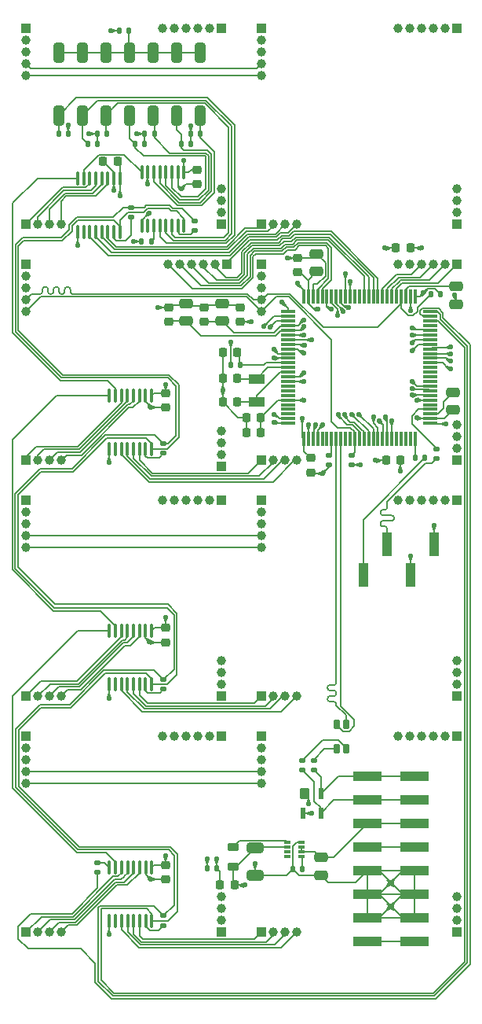
<source format=gbr>
%TF.GenerationSoftware,KiCad,Pcbnew,9.0.5-1.fc42*%
%TF.CreationDate,2025-11-30T23:17:12+01:00*%
%TF.ProjectId,Sub-Board,5375622d-426f-4617-9264-2e6b69636164,1*%
%TF.SameCoordinates,Original*%
%TF.FileFunction,Copper,L4,Bot*%
%TF.FilePolarity,Positive*%
%FSLAX46Y46*%
G04 Gerber Fmt 4.6, Leading zero omitted, Abs format (unit mm)*
G04 Created by KiCad (PCBNEW 9.0.5-1.fc42) date 2025-11-30 23:17:12*
%MOMM*%
%LPD*%
G01*
G04 APERTURE LIST*
G04 Aperture macros list*
%AMRoundRect*
0 Rectangle with rounded corners*
0 $1 Rounding radius*
0 $2 $3 $4 $5 $6 $7 $8 $9 X,Y pos of 4 corners*
0 Add a 4 corners polygon primitive as box body*
4,1,4,$2,$3,$4,$5,$6,$7,$8,$9,$2,$3,0*
0 Add four circle primitives for the rounded corners*
1,1,$1+$1,$2,$3*
1,1,$1+$1,$4,$5*
1,1,$1+$1,$6,$7*
1,1,$1+$1,$8,$9*
0 Add four rect primitives between the rounded corners*
20,1,$1+$1,$2,$3,$4,$5,0*
20,1,$1+$1,$4,$5,$6,$7,0*
20,1,$1+$1,$6,$7,$8,$9,0*
20,1,$1+$1,$8,$9,$2,$3,0*%
G04 Aperture macros list end*
%TA.AperFunction,ComponentPad*%
%ADD10R,1.000000X1.000000*%
%TD*%
%TA.AperFunction,ComponentPad*%
%ADD11C,1.000000*%
%TD*%
%TA.AperFunction,SMDPad,CuDef*%
%ADD12RoundRect,0.225000X0.225000X0.250000X-0.225000X0.250000X-0.225000X-0.250000X0.225000X-0.250000X0*%
%TD*%
%TA.AperFunction,SMDPad,CuDef*%
%ADD13RoundRect,0.225000X-0.250000X0.225000X-0.250000X-0.225000X0.250000X-0.225000X0.250000X0.225000X0*%
%TD*%
%TA.AperFunction,SMDPad,CuDef*%
%ADD14RoundRect,0.250000X0.475000X-0.250000X0.475000X0.250000X-0.475000X0.250000X-0.475000X-0.250000X0*%
%TD*%
%TA.AperFunction,SMDPad,CuDef*%
%ADD15RoundRect,0.135000X0.135000X0.185000X-0.135000X0.185000X-0.135000X-0.185000X0.135000X-0.185000X0*%
%TD*%
%TA.AperFunction,SMDPad,CuDef*%
%ADD16RoundRect,0.250000X-0.475000X0.250000X-0.475000X-0.250000X0.475000X-0.250000X0.475000X0.250000X0*%
%TD*%
%TA.AperFunction,SMDPad,CuDef*%
%ADD17RoundRect,0.250000X-0.650000X0.325000X-0.650000X-0.325000X0.650000X-0.325000X0.650000X0.325000X0*%
%TD*%
%TA.AperFunction,SMDPad,CuDef*%
%ADD18RoundRect,0.135000X-0.135000X-0.185000X0.135000X-0.185000X0.135000X0.185000X-0.135000X0.185000X0*%
%TD*%
%TA.AperFunction,SMDPad,CuDef*%
%ADD19R,1.000000X2.510000*%
%TD*%
%TA.AperFunction,SMDPad,CuDef*%
%ADD20RoundRect,0.100000X0.100000X-0.637500X0.100000X0.637500X-0.100000X0.637500X-0.100000X-0.637500X0*%
%TD*%
%TA.AperFunction,SMDPad,CuDef*%
%ADD21RoundRect,0.120000X0.180000X-0.430000X0.180000X0.430000X-0.180000X0.430000X-0.180000X-0.430000X0*%
%TD*%
%TA.AperFunction,SMDPad,CuDef*%
%ADD22RoundRect,0.218750X-0.381250X0.218750X-0.381250X-0.218750X0.381250X-0.218750X0.381250X0.218750X0*%
%TD*%
%TA.AperFunction,SMDPad,CuDef*%
%ADD23RoundRect,0.075000X-0.725000X-0.075000X0.725000X-0.075000X0.725000X0.075000X-0.725000X0.075000X0*%
%TD*%
%TA.AperFunction,SMDPad,CuDef*%
%ADD24RoundRect,0.075000X-0.075000X-0.725000X0.075000X-0.725000X0.075000X0.725000X-0.075000X0.725000X0*%
%TD*%
%TA.AperFunction,SMDPad,CuDef*%
%ADD25RoundRect,0.218750X0.218750X0.256250X-0.218750X0.256250X-0.218750X-0.256250X0.218750X-0.256250X0*%
%TD*%
%TA.AperFunction,SMDPad,CuDef*%
%ADD26RoundRect,0.135000X-0.185000X0.135000X-0.185000X-0.135000X0.185000X-0.135000X0.185000X0.135000X0*%
%TD*%
%TA.AperFunction,SMDPad,CuDef*%
%ADD27RoundRect,0.135000X0.185000X-0.135000X0.185000X0.135000X-0.185000X0.135000X-0.185000X-0.135000X0*%
%TD*%
%TA.AperFunction,SMDPad,CuDef*%
%ADD28RoundRect,0.225000X0.250000X-0.225000X0.250000X0.225000X-0.250000X0.225000X-0.250000X-0.225000X0*%
%TD*%
%TA.AperFunction,SMDPad,CuDef*%
%ADD29R,1.800000X1.000000*%
%TD*%
%TA.AperFunction,SMDPad,CuDef*%
%ADD30R,0.660000X0.320000*%
%TD*%
%TA.AperFunction,SMDPad,CuDef*%
%ADD31RoundRect,0.250000X-0.310000X0.830000X-0.310000X-0.830000X0.310000X-0.830000X0.310000X0.830000X0*%
%TD*%
%TA.AperFunction,SMDPad,CuDef*%
%ADD32RoundRect,0.123750X-0.371250X0.496250X-0.371250X-0.496250X0.371250X-0.496250X0.371250X0.496250X0*%
%TD*%
%TA.AperFunction,SMDPad,CuDef*%
%ADD33RoundRect,0.073750X-0.221250X0.546250X-0.221250X-0.546250X0.221250X-0.546250X0.221250X0.546250X0*%
%TD*%
%TA.AperFunction,SMDPad,CuDef*%
%ADD34R,3.150000X1.000000*%
%TD*%
%TA.AperFunction,ViaPad*%
%ADD35C,0.553200*%
%TD*%
%TA.AperFunction,Conductor*%
%ADD36C,0.177800*%
%TD*%
%TA.AperFunction,Conductor*%
%ADD37C,0.152400*%
%TD*%
G04 APERTURE END LIST*
D10*
%TO.P,J33,1,Pin_1*%
%TO.N,/STM32-MCU/Slot7.LED*%
X150240000Y-122175000D03*
D11*
%TO.P,J33,2,Pin_2*%
%TO.N,/STM32-MCU/Slot7.C*%
X148970000Y-122175000D03*
%TO.P,J33,3,Pin_3*%
%TO.N,/STM32-MCU/Slot7.B*%
X147700000Y-122175000D03*
%TO.P,J33,4,Pin_4*%
%TO.N,/STM32-MCU/Slot7.A*%
X146430000Y-122175000D03*
%TO.P,J33,5,Pin_5*%
%TO.N,/STM32-MCU/Slot7.A1*%
X145160000Y-122175000D03*
%TO.P,J33,6,Pin_6*%
%TO.N,/STM32-MCU/Slot7.A0*%
X143890000Y-122175000D03*
%TD*%
D10*
%TO.P,J31,1,Pin_1*%
%TO.N,/STM32-MCU/Slot3.LED*%
X150240000Y-71375000D03*
D11*
%TO.P,J31,2,Pin_2*%
%TO.N,/STM32-MCU/Slot3.C*%
X148970000Y-71375000D03*
%TO.P,J31,3,Pin_3*%
%TO.N,/STM32-MCU/Slot3.B*%
X147700000Y-71375000D03*
%TO.P,J31,4,Pin_4*%
%TO.N,/STM32-MCU/Slot3.A*%
X146430000Y-71375000D03*
%TO.P,J31,5,Pin_5*%
%TO.N,/STM32-MCU/Slot3.A1*%
X145160000Y-71375000D03*
%TO.P,J31,6,Pin_6*%
%TO.N,/STM32-MCU/Slot3.A0*%
X143890000Y-71375000D03*
%TD*%
D10*
%TO.P,J21,1,Pin_1*%
%TO.N,/Board Address/+3.3V Digital*%
X103760000Y-122175000D03*
D11*
%TO.P,J21,2,Pin_2*%
%TO.N,/Power Supply/AREF*%
X103760000Y-123445000D03*
%TO.P,J21,3,Pin_3*%
%TO.N,GND*%
X103760000Y-124715000D03*
%TO.P,J21,4,Pin_4*%
%TO.N,/STM32-MCU/SlotBus.Data*%
X103760000Y-125985000D03*
%TO.P,J21,5,Pin_5*%
%TO.N,/STM32-MCU/SlotBus.Clock*%
X103760000Y-127255000D03*
%TD*%
D10*
%TO.P,J4,1,Pin_1*%
%TO.N,/STM32-MCU/Slot0.Addr0*%
X124840000Y-67055000D03*
D11*
%TO.P,J4,2,Pin_2*%
%TO.N,/STM32-MCU/Slot0.Addr1*%
X124840000Y-65785000D03*
%TO.P,J4,3,Pin_3*%
%TO.N,/STM32-MCU/Slot0.Addr2*%
X124840000Y-64515000D03*
%TO.P,J4,4,Pin_4*%
%TO.N,/STM32-MCU/Slot0.Addr3*%
X124840000Y-63245000D03*
%TD*%
D10*
%TO.P,J12,1,Pin_1*%
%TO.N,/STM32-MCU/Slot1.Addr0*%
X150240000Y-67055000D03*
D11*
%TO.P,J12,2,Pin_2*%
%TO.N,/STM32-MCU/Slot1.Addr1*%
X150240000Y-65785000D03*
%TO.P,J12,3,Pin_3*%
%TO.N,/STM32-MCU/Slot1.Addr2*%
X150240000Y-64515000D03*
%TO.P,J12,4,Pin_4*%
%TO.N,/STM32-MCU/Slot1.Addr3*%
X150240000Y-63245000D03*
%TD*%
D10*
%TO.P,J25,1,Pin_1*%
%TO.N,/STM32-MCU/Slot6.LED*%
X124840000Y-122175000D03*
D11*
%TO.P,J25,2,Pin_2*%
%TO.N,/STM32-MCU/Slot6.C*%
X123570000Y-122175000D03*
%TO.P,J25,3,Pin_3*%
%TO.N,/STM32-MCU/Slot6.B*%
X122300000Y-122175000D03*
%TO.P,J25,4,Pin_4*%
%TO.N,/STM32-MCU/Slot6.A*%
X121030000Y-122175000D03*
%TO.P,J25,5,Pin_5*%
%TO.N,/STM32-MCU/Slot6.A1*%
X119760000Y-122175000D03*
%TO.P,J25,6,Pin_6*%
%TO.N,/STM32-MCU/Slot6.A0*%
X118490000Y-122175000D03*
%TD*%
D10*
%TO.P,J34,1,Pin_1*%
%TO.N,/STM32-MCU/Slot7.Typ0*%
X129160000Y-143255000D03*
D11*
%TO.P,J34,2,Pin_2*%
%TO.N,/STM32-MCU/Slot7.Typ1*%
X130430000Y-143255000D03*
%TO.P,J34,3,Pin_3*%
%TO.N,/STM32-MCU/Slot7.Typ2*%
X131700000Y-143255000D03*
%TO.P,J34,4,Pin_4*%
%TO.N,/STM32-MCU/Slot7.Typ3*%
X132970000Y-143255000D03*
%TD*%
D10*
%TO.P,J3,1,Pin_1*%
%TO.N,/Board Address/+3.3V Digital*%
X103760000Y-45975000D03*
D11*
%TO.P,J3,2,Pin_2*%
%TO.N,/Power Supply/AREF*%
X103760000Y-47245000D03*
%TO.P,J3,3,Pin_3*%
%TO.N,GND*%
X103760000Y-48515000D03*
%TO.P,J3,4,Pin_4*%
%TO.N,/STM32-MCU/SlotBus.Data*%
X103760000Y-49785000D03*
%TO.P,J3,5,Pin_5*%
%TO.N,/STM32-MCU/SlotBus.Clock*%
X103760000Y-51055000D03*
%TD*%
D10*
%TO.P,J10,1,Pin_1*%
%TO.N,/STM32-MCU/Slot4.Typ0*%
X103760000Y-117855000D03*
D11*
%TO.P,J10,2,Pin_2*%
%TO.N,/STM32-MCU/Slot4.Typ1*%
X105030000Y-117855000D03*
%TO.P,J10,3,Pin_3*%
%TO.N,/STM32-MCU/Slot4.Typ2*%
X106300000Y-117855000D03*
%TO.P,J10,4,Pin_4*%
%TO.N,/STM32-MCU/Slot4.Typ3*%
X107570000Y-117855000D03*
%TD*%
D10*
%TO.P,J29,1,Pin_1*%
%TO.N,/Board Address/+3.3V Digital*%
X129160000Y-122175000D03*
D11*
%TO.P,J29,2,Pin_2*%
%TO.N,/Power Supply/AREF*%
X129160000Y-123445000D03*
%TO.P,J29,3,Pin_3*%
%TO.N,GND*%
X129160000Y-124715000D03*
%TO.P,J29,4,Pin_4*%
%TO.N,/STM32-MCU/SlotBus.Data*%
X129160000Y-125985000D03*
%TO.P,J29,5,Pin_5*%
%TO.N,/STM32-MCU/SlotBus.Clock*%
X129160000Y-127255000D03*
%TD*%
D10*
%TO.P,J22,1,Pin_1*%
%TO.N,/STM32-MCU/Slot6.Addr0*%
X124840000Y-143255000D03*
D11*
%TO.P,J22,2,Pin_2*%
%TO.N,/STM32-MCU/Slot6.Addr1*%
X124840000Y-141985000D03*
%TO.P,J22,3,Pin_3*%
%TO.N,/STM32-MCU/Slot6.Addr2*%
X124840000Y-140715000D03*
%TO.P,J22,4,Pin_4*%
%TO.N,/STM32-MCU/Slot6.Addr3*%
X124840000Y-139445000D03*
%TD*%
D10*
%TO.P,J17,1,Pin_1*%
%TO.N,/STM32-MCU/Slot5.LED*%
X150240000Y-96775000D03*
D11*
%TO.P,J17,2,Pin_2*%
%TO.N,/STM32-MCU/Slot5.C*%
X148970000Y-96775000D03*
%TO.P,J17,3,Pin_3*%
%TO.N,/STM32-MCU/Slot5.B*%
X147700000Y-96775000D03*
%TO.P,J17,4,Pin_4*%
%TO.N,/STM32-MCU/Slot5.A*%
X146430000Y-96775000D03*
%TO.P,J17,5,Pin_5*%
%TO.N,/STM32-MCU/Slot5.A1*%
X145160000Y-96775000D03*
%TO.P,J17,6,Pin_6*%
%TO.N,/STM32-MCU/Slot5.A0*%
X143890000Y-96775000D03*
%TD*%
D10*
%TO.P,J18,1,Pin_1*%
%TO.N,/STM32-MCU/Slot5.Typ0*%
X129160000Y-117855000D03*
D11*
%TO.P,J18,2,Pin_2*%
%TO.N,/STM32-MCU/Slot5.Typ1*%
X130430000Y-117855000D03*
%TO.P,J18,3,Pin_3*%
%TO.N,/STM32-MCU/Slot5.Typ2*%
X131700000Y-117855000D03*
%TO.P,J18,4,Pin_4*%
%TO.N,/STM32-MCU/Slot5.Typ3*%
X132970000Y-117855000D03*
%TD*%
D10*
%TO.P,J30,1,Pin_1*%
%TO.N,/STM32-MCU/Slot7.Addr0*%
X150240000Y-143255000D03*
D11*
%TO.P,J30,2,Pin_2*%
%TO.N,/STM32-MCU/Slot7.Addr1*%
X150240000Y-141985000D03*
%TO.P,J30,3,Pin_3*%
%TO.N,/STM32-MCU/Slot7.Addr2*%
X150240000Y-140715000D03*
%TO.P,J30,4,Pin_4*%
%TO.N,/STM32-MCU/Slot7.Addr3*%
X150240000Y-139445000D03*
%TD*%
D10*
%TO.P,J28,1,Pin_1*%
%TO.N,/STM32-MCU/Slot3.Addr0*%
X150240000Y-92455000D03*
D11*
%TO.P,J28,2,Pin_2*%
%TO.N,/STM32-MCU/Slot3.Addr1*%
X150240000Y-91185000D03*
%TO.P,J28,3,Pin_3*%
%TO.N,/STM32-MCU/Slot3.Addr2*%
X150240000Y-89915000D03*
%TO.P,J28,4,Pin_4*%
%TO.N,/STM32-MCU/Slot3.Addr3*%
X150240000Y-88645000D03*
%TD*%
D10*
%TO.P,J19,1,Pin_1*%
%TO.N,/Board Address/+3.3V Digital*%
X103760000Y-71375000D03*
D11*
%TO.P,J19,2,Pin_2*%
%TO.N,/Power Supply/AREF*%
X103760000Y-72645000D03*
%TO.P,J19,3,Pin_3*%
%TO.N,GND*%
X103760000Y-73915000D03*
%TO.P,J19,4,Pin_4*%
%TO.N,/STM32-MCU/SlotBus.Data*%
X103760000Y-75185000D03*
%TO.P,J19,5,Pin_5*%
%TO.N,/STM32-MCU/SlotBus.Clock*%
X103760000Y-76455000D03*
%TD*%
D10*
%TO.P,J5,1,Pin_1*%
%TO.N,/Board Address/+3.3V Digital*%
X103760000Y-96775000D03*
D11*
%TO.P,J5,2,Pin_2*%
%TO.N,/Power Supply/AREF*%
X103760000Y-98045000D03*
%TO.P,J5,3,Pin_3*%
%TO.N,GND*%
X103760000Y-99315000D03*
%TO.P,J5,4,Pin_4*%
%TO.N,/STM32-MCU/SlotBus.Data*%
X103760000Y-100585000D03*
%TO.P,J5,5,Pin_5*%
%TO.N,/STM32-MCU/SlotBus.Clock*%
X103760000Y-101855000D03*
%TD*%
D10*
%TO.P,J26,1,Pin_1*%
%TO.N,/STM32-MCU/Slot6.Typ0*%
X103760000Y-143255000D03*
D11*
%TO.P,J26,2,Pin_2*%
%TO.N,/STM32-MCU/Slot6.Typ1*%
X105030000Y-143255000D03*
%TO.P,J26,3,Pin_3*%
%TO.N,/STM32-MCU/Slot6.Typ2*%
X106300000Y-143255000D03*
%TO.P,J26,4,Pin_4*%
%TO.N,/STM32-MCU/Slot6.Typ3*%
X107570000Y-143255000D03*
%TD*%
D10*
%TO.P,J23,1,Pin_1*%
%TO.N,/STM32-MCU/Slot2.LED*%
X125490000Y-71375000D03*
D11*
%TO.P,J23,2,Pin_2*%
%TO.N,/STM32-MCU/Slot2.C*%
X124220000Y-71375000D03*
%TO.P,J23,3,Pin_3*%
%TO.N,/STM32-MCU/Slot2.B*%
X122950000Y-71375000D03*
%TO.P,J23,4,Pin_4*%
%TO.N,/STM32-MCU/Slot2.A*%
X121680000Y-71375000D03*
%TO.P,J23,5,Pin_5*%
%TO.N,/STM32-MCU/Slot2.A1*%
X120410000Y-71375000D03*
%TO.P,J23,6,Pin_6*%
%TO.N,/STM32-MCU/Slot2.A0*%
X119140000Y-71375000D03*
%TD*%
D10*
%TO.P,J14,1,Pin_1*%
%TO.N,/STM32-MCU/Slot5.Addr0*%
X150240000Y-117855000D03*
D11*
%TO.P,J14,2,Pin_2*%
%TO.N,/STM32-MCU/Slot5.Addr1*%
X150240000Y-116585000D03*
%TO.P,J14,3,Pin_3*%
%TO.N,/STM32-MCU/Slot5.Addr2*%
X150240000Y-115315000D03*
%TO.P,J14,4,Pin_4*%
%TO.N,/STM32-MCU/Slot5.Addr3*%
X150240000Y-114045000D03*
%TD*%
D10*
%TO.P,J15,1,Pin_1*%
%TO.N,/STM32-MCU/Slot1.LED*%
X150240000Y-45975000D03*
D11*
%TO.P,J15,2,Pin_2*%
%TO.N,/STM32-MCU/Slot1.C*%
X148970000Y-45975000D03*
%TO.P,J15,3,Pin_3*%
%TO.N,/STM32-MCU/Slot1.B*%
X147700000Y-45975000D03*
%TO.P,J15,4,Pin_4*%
%TO.N,/STM32-MCU/Slot1.A*%
X146430000Y-45975000D03*
%TO.P,J15,5,Pin_5*%
%TO.N,/STM32-MCU/Slot1.A1*%
X145160000Y-45975000D03*
%TO.P,J15,6,Pin_6*%
%TO.N,/STM32-MCU/Slot1.A0*%
X143890000Y-45975000D03*
%TD*%
D10*
%TO.P,J32,1,Pin_1*%
%TO.N,/STM32-MCU/Slot3.Typ0*%
X129160000Y-92455000D03*
D11*
%TO.P,J32,2,Pin_2*%
%TO.N,/STM32-MCU/Slot3.Typ1*%
X130430000Y-92455000D03*
%TO.P,J32,3,Pin_3*%
%TO.N,/STM32-MCU/Slot3.Typ2*%
X131700000Y-92455000D03*
%TO.P,J32,4,Pin_4*%
%TO.N,/STM32-MCU/Slot3.Typ3*%
X132970000Y-92455000D03*
%TD*%
D10*
%TO.P,J9,1,Pin_1*%
%TO.N,/STM32-MCU/Slot4.LED*%
X124840000Y-96775000D03*
D11*
%TO.P,J9,2,Pin_2*%
%TO.N,/STM32-MCU/Slot4.C*%
X123570000Y-96775000D03*
%TO.P,J9,3,Pin_3*%
%TO.N,/STM32-MCU/Slot4.B*%
X122300000Y-96775000D03*
%TO.P,J9,4,Pin_4*%
%TO.N,/STM32-MCU/Slot4.A*%
X121030000Y-96775000D03*
%TO.P,J9,5,Pin_5*%
%TO.N,/STM32-MCU/Slot4.A1*%
X119760000Y-96775000D03*
%TO.P,J9,6,Pin_6*%
%TO.N,/STM32-MCU/Slot4.A0*%
X118490000Y-96775000D03*
%TD*%
D10*
%TO.P,J6,1,Pin_1*%
%TO.N,/STM32-MCU/Slot4.Addr0*%
X124840000Y-117855000D03*
D11*
%TO.P,J6,2,Pin_2*%
%TO.N,/STM32-MCU/Slot4.Addr1*%
X124840000Y-116585000D03*
%TO.P,J6,3,Pin_3*%
%TO.N,/STM32-MCU/Slot4.Addr2*%
X124840000Y-115315000D03*
%TO.P,J6,4,Pin_4*%
%TO.N,/STM32-MCU/Slot4.Addr3*%
X124840000Y-114045000D03*
%TD*%
D10*
%TO.P,J13,1,Pin_1*%
%TO.N,/Board Address/+3.3V Digital*%
X129160000Y-96775000D03*
D11*
%TO.P,J13,2,Pin_2*%
%TO.N,/Power Supply/AREF*%
X129160000Y-98045000D03*
%TO.P,J13,3,Pin_3*%
%TO.N,GND*%
X129160000Y-99315000D03*
%TO.P,J13,4,Pin_4*%
%TO.N,/STM32-MCU/SlotBus.Data*%
X129160000Y-100585000D03*
%TO.P,J13,5,Pin_5*%
%TO.N,/STM32-MCU/SlotBus.Clock*%
X129160000Y-101855000D03*
%TD*%
D10*
%TO.P,J11,1,Pin_1*%
%TO.N,/Board Address/+3.3V Digital*%
X129160000Y-45975000D03*
D11*
%TO.P,J11,2,Pin_2*%
%TO.N,/Power Supply/AREF*%
X129160000Y-47245000D03*
%TO.P,J11,3,Pin_3*%
%TO.N,GND*%
X129160000Y-48515000D03*
%TO.P,J11,4,Pin_4*%
%TO.N,/STM32-MCU/SlotBus.Data*%
X129160000Y-49785000D03*
%TO.P,J11,5,Pin_5*%
%TO.N,/STM32-MCU/SlotBus.Clock*%
X129160000Y-51055000D03*
%TD*%
D10*
%TO.P,J8,1,Pin_1*%
%TO.N,/STM32-MCU/Slot0.Typ0*%
X103760000Y-67055000D03*
D11*
%TO.P,J8,2,Pin_2*%
%TO.N,/STM32-MCU/Slot0.Typ1*%
X105030000Y-67055000D03*
%TO.P,J8,3,Pin_3*%
%TO.N,/STM32-MCU/Slot0.Typ2*%
X106300000Y-67055000D03*
%TO.P,J8,4,Pin_4*%
%TO.N,/STM32-MCU/Slot0.Typ3*%
X107570000Y-67055000D03*
%TD*%
D10*
%TO.P,J24,1,Pin_1*%
%TO.N,/STM32-MCU/Slot2.Typ0*%
X103760000Y-92455000D03*
D11*
%TO.P,J24,2,Pin_2*%
%TO.N,/STM32-MCU/Slot2.Typ1*%
X105030000Y-92455000D03*
%TO.P,J24,3,Pin_3*%
%TO.N,/STM32-MCU/Slot2.Typ2*%
X106300000Y-92455000D03*
%TO.P,J24,4,Pin_4*%
%TO.N,/STM32-MCU/Slot2.Typ3*%
X107570000Y-92455000D03*
%TD*%
D10*
%TO.P,J7,1,Pin_1*%
%TO.N,/STM32-MCU/Slot0.LED*%
X124840000Y-45975000D03*
D11*
%TO.P,J7,2,Pin_2*%
%TO.N,/STM32-MCU/Slot0.C*%
X123570000Y-45975000D03*
%TO.P,J7,3,Pin_3*%
%TO.N,/STM32-MCU/Slot0.B*%
X122300000Y-45975000D03*
%TO.P,J7,4,Pin_4*%
%TO.N,/STM32-MCU/Slot0.A*%
X121030000Y-45975000D03*
%TO.P,J7,5,Pin_5*%
%TO.N,/STM32-MCU/Slot0.A1*%
X119760000Y-45975000D03*
%TO.P,J7,6,Pin_6*%
%TO.N,/STM32-MCU/Slot0.A0*%
X118490000Y-45975000D03*
%TD*%
D10*
%TO.P,J27,1,Pin_1*%
%TO.N,/Board Address/+3.3V Digital*%
X129160000Y-71375000D03*
D11*
%TO.P,J27,2,Pin_2*%
%TO.N,/Power Supply/AREF*%
X129160000Y-72645000D03*
%TO.P,J27,3,Pin_3*%
%TO.N,GND*%
X129160000Y-73915000D03*
%TO.P,J27,4,Pin_4*%
%TO.N,/STM32-MCU/SlotBus.Data*%
X129160000Y-75185000D03*
%TO.P,J27,5,Pin_5*%
%TO.N,/STM32-MCU/SlotBus.Clock*%
X129160000Y-76455000D03*
%TD*%
D10*
%TO.P,J20,1,Pin_1*%
%TO.N,/STM32-MCU/Slot2.Addr0*%
X124840000Y-93105000D03*
D11*
%TO.P,J20,2,Pin_2*%
%TO.N,/STM32-MCU/Slot2.Addr1*%
X124840000Y-91835000D03*
%TO.P,J20,3,Pin_3*%
%TO.N,/STM32-MCU/Slot2.Addr2*%
X124840000Y-90565000D03*
%TO.P,J20,4,Pin_4*%
%TO.N,/STM32-MCU/Slot2.Addr3*%
X124840000Y-89295000D03*
%TD*%
D10*
%TO.P,J16,1,Pin_1*%
%TO.N,/STM32-MCU/Slot1.Typ0*%
X129160000Y-67055000D03*
D11*
%TO.P,J16,2,Pin_2*%
%TO.N,/STM32-MCU/Slot1.Typ1*%
X130430000Y-67055000D03*
%TO.P,J16,3,Pin_3*%
%TO.N,/STM32-MCU/Slot1.Typ2*%
X131700000Y-67055000D03*
%TO.P,J16,4,Pin_4*%
%TO.N,/STM32-MCU/Slot1.Typ3*%
X132970000Y-67055000D03*
%TD*%
D12*
%TO.P,C11,1*%
%TO.N,/Board Address/+3.3V Digital*%
X129121400Y-87818600D03*
%TO.P,C11,2*%
%TO.N,GND*%
X127571400Y-87818600D03*
%TD*%
D13*
%TO.P,C6,1*%
%TO.N,/Board Address/+3.3V Digital*%
X118872000Y-110477000D03*
%TO.P,C6,2*%
%TO.N,GND*%
X118872000Y-112027000D03*
%TD*%
D14*
%TO.P,C8,1*%
%TO.N,/Power Supply/+3.3V Analog*%
X124968000Y-77470000D03*
%TO.P,C8,2*%
%TO.N,GND*%
X124968000Y-75570000D03*
%TD*%
D15*
%TO.P,R21,1*%
%TO.N,/Board Address/+3.3V Digital*%
X148467000Y-74549000D03*
%TO.P,R21,2*%
%TO.N,/STM32-MCU/SlotBus.Data*%
X147447000Y-74549000D03*
%TD*%
%TO.P,R3,1*%
%TO.N,/Power Supply/MODE{slash}S-CONF*%
X133606000Y-136448800D03*
%TO.P,R3,2*%
%TO.N,GND*%
X132586000Y-136448800D03*
%TD*%
D16*
%TO.P,C23,1*%
%TO.N,/STM32-MCU/VCAP2*%
X149860000Y-85095000D03*
%TO.P,C23,2*%
%TO.N,GND*%
X149860000Y-86995000D03*
%TD*%
D17*
%TO.P,C2,1*%
%TO.N,/Board Address/+3.3V Digital*%
X128524000Y-134157400D03*
%TO.P,C2,2*%
%TO.N,GND*%
X128524000Y-137107400D03*
%TD*%
D12*
%TO.P,C15,1*%
%TO.N,/Board Address/+3.3V Digital*%
X129121400Y-89469600D03*
%TO.P,C15,2*%
%TO.N,GND*%
X127571400Y-89469600D03*
%TD*%
D18*
%TO.P,R13,1*%
%TO.N,/Board Address/+3.3V Digital*%
X116269400Y-68908099D03*
%TO.P,R13,2*%
%TO.N,/Board Address/BoardAddress7*%
X117289400Y-68908099D03*
%TD*%
D19*
%TO.P,J2,1,Pin_1*%
%TO.N,/Board Address/+3.3V Digital*%
X147828000Y-101447600D03*
%TO.P,J2,2,Pin_2*%
%TO.N,GND*%
X145288000Y-104757600D03*
%TO.P,J2,3,Pin_3*%
%TO.N,/STM32-MCU/SWDIO*%
X142748000Y-101447600D03*
%TO.P,J2,4,Pin_4*%
%TO.N,/STM32-MCU/SWCLK*%
X140208000Y-104757600D03*
%TD*%
D16*
%TO.P,C1,1*%
%TO.N,/System Bus/+5V*%
X135585200Y-135194000D03*
%TO.P,C1,2*%
%TO.N,GND*%
X135585200Y-137094000D03*
%TD*%
D20*
%TO.P,U7,1,~{PL}*%
%TO.N,/STM32-MCU/Config.Latch*%
X117348000Y-141996000D03*
%TO.P,U7,2,CP*%
%TO.N,Net-(U7-CP)*%
X116698000Y-141996000D03*
%TO.P,U7,3,D4*%
%TO.N,/STM32-MCU/Slot7.Typ0*%
X116048000Y-141996000D03*
%TO.P,U7,4,D5*%
%TO.N,/STM32-MCU/Slot7.Typ1*%
X115398000Y-141996000D03*
%TO.P,U7,5,D6*%
%TO.N,/STM32-MCU/Slot7.Typ2*%
X114748000Y-141996000D03*
%TO.P,U7,6,D7*%
%TO.N,/STM32-MCU/Slot7.Typ3*%
X114098000Y-141996000D03*
%TO.P,U7,7,~{Q7}*%
%TO.N,unconnected-(U7-~{Q7}-Pad7)*%
X113448000Y-141996000D03*
%TO.P,U7,8,GND*%
%TO.N,GND*%
X112798000Y-141996000D03*
%TO.P,U7,9,Q7*%
%TO.N,Net-(U7-Q7)*%
X112798000Y-136271000D03*
%TO.P,U7,10,DS*%
%TO.N,/STM32-MCU/Config.Out4*%
X113448000Y-136271000D03*
%TO.P,U7,11,D0*%
%TO.N,/STM32-MCU/Slot6.Typ0*%
X114098000Y-136271000D03*
%TO.P,U7,12,D1*%
%TO.N,/STM32-MCU/Slot6.Typ1*%
X114748000Y-136271000D03*
%TO.P,U7,13,D2*%
%TO.N,/STM32-MCU/Slot6.Typ2*%
X115398000Y-136271000D03*
%TO.P,U7,14,D3*%
%TO.N,/STM32-MCU/Slot6.Typ3*%
X116048000Y-136271000D03*
%TO.P,U7,15,~{CE}*%
%TO.N,GND*%
X116698000Y-136271000D03*
%TO.P,U7,16,VCC*%
%TO.N,/Board Address/+3.3V Digital*%
X117348000Y-136271000D03*
%TD*%
D21*
%TO.P,L1,1*%
%TO.N,Net-(L1-Pad1)*%
X138295000Y-123524000D03*
%TO.P,L1,2*%
%TO.N,/STM32-MCU/SystemBus.Data*%
X138295000Y-120824000D03*
%TO.P,L1,3*%
%TO.N,/STM32-MCU/SystemBus.Clock*%
X137295000Y-120824000D03*
%TO.P,L1,4*%
%TO.N,Net-(L1-Pad4)*%
X137295000Y-123524000D03*
%TD*%
D22*
%TO.P,L2,1*%
%TO.N,Net-(U1-SW)*%
X126111000Y-134061900D03*
%TO.P,L2,2*%
%TO.N,/Board Address/+3.3V Digital*%
X126111000Y-136186900D03*
%TD*%
D13*
%TO.P,C22,1*%
%TO.N,/Board Address/+3.3V Digital*%
X133096000Y-70631000D03*
%TO.P,C22,2*%
%TO.N,GND*%
X133096000Y-72181000D03*
%TD*%
D23*
%TO.P,U3,1,PE2*%
%TO.N,/STM32-MCU/Slot4.C*%
X132075800Y-88448400D03*
%TO.P,U3,2,PE3*%
%TO.N,/STM32-MCU/Slot4.LED*%
X132075800Y-87948400D03*
%TO.P,U3,3,PE4*%
%TO.N,unconnected-(U3-PE4-Pad3)*%
X132075800Y-87448399D03*
%TO.P,U3,4,PE5*%
%TO.N,unconnected-(U3-PE5-Pad4)*%
X132075800Y-86948400D03*
%TO.P,U3,5,PE6*%
%TO.N,unconnected-(U3-PE6-Pad5)*%
X132075800Y-86448401D03*
%TO.P,U3,6,VBAT*%
%TO.N,/Board Address/+3.3V Digital*%
X132075800Y-85948400D03*
%TO.P,U3,7,PC13*%
%TO.N,unconnected-(U3-PC13-Pad7)*%
X132075800Y-85448400D03*
%TO.P,U3,8,PC14*%
%TO.N,unconnected-(U3-PC14-Pad8)*%
X132075800Y-84948399D03*
%TO.P,U3,9,PC15*%
%TO.N,unconnected-(U3-PC15-Pad9)*%
X132075800Y-84448400D03*
%TO.P,U3,10,VSS*%
%TO.N,GND*%
X132075800Y-83948400D03*
%TO.P,U3,11,VDD*%
%TO.N,/Board Address/+3.3V Digital*%
X132075800Y-83448400D03*
%TO.P,U3,12,PH0*%
%TO.N,/STM32-MCU/PH0*%
X132075800Y-82948400D03*
%TO.P,U3,13,PH1*%
%TO.N,/STM32-MCU/PH1*%
X132075799Y-82448400D03*
%TO.P,U3,14,NRST*%
%TO.N,/STM32-MCU/NRST*%
X132075800Y-81948400D03*
%TO.P,U3,15,PC0*%
%TO.N,/STM32-MCU/Slot4.A0*%
X132075800Y-81448400D03*
%TO.P,U3,16,PC1*%
%TO.N,/STM32-MCU/Slot4.A1*%
X132075800Y-80948400D03*
%TO.P,U3,17,PC2*%
%TO.N,/STM32-MCU/Slot6.A0*%
X132075800Y-80448400D03*
%TO.P,U3,18,PC3*%
%TO.N,/STM32-MCU/Slot6.A1*%
X132075800Y-79948401D03*
%TO.P,U3,19,VDD*%
%TO.N,/Board Address/+3.3V Digital*%
X132075800Y-79448400D03*
%TO.P,U3,20,VSSA*%
%TO.N,GND*%
X132075800Y-78948400D03*
%TO.P,U3,21,VREF+*%
%TO.N,/Power Supply/AREF*%
X132075800Y-78448399D03*
%TO.P,U3,22,VDDA*%
%TO.N,/Power Supply/+3.3V Analog*%
X132075800Y-77948400D03*
%TO.P,U3,23,PA0*%
%TO.N,/STM32-MCU/Slot7.A0*%
X132075800Y-77448401D03*
%TO.P,U3,24,PA1*%
%TO.N,/STM32-MCU/Slot7.A1*%
X132075800Y-76948400D03*
%TO.P,U3,25,PA2*%
%TO.N,/STM32-MCU/Slot5.A0*%
X132075800Y-76448400D03*
D24*
%TO.P,U3,26,PA3*%
%TO.N,/STM32-MCU/Slot5.A1*%
X133750800Y-74773400D03*
%TO.P,U3,27,VSS*%
%TO.N,GND*%
X134250800Y-74773400D03*
%TO.P,U3,28,VDD*%
%TO.N,/Board Address/+3.3V Digital*%
X134750801Y-74773400D03*
%TO.P,U3,29,PA4*%
%TO.N,/STM32-MCU/Slot2.A0*%
X135250800Y-74773400D03*
%TO.P,U3,30,PA5*%
%TO.N,/STM32-MCU/Slot2.A1*%
X135750799Y-74773400D03*
%TO.P,U3,31,PA6*%
%TO.N,/STM32-MCU/Slot1.A0*%
X136250800Y-74773400D03*
%TO.P,U3,32,PA7*%
%TO.N,/STM32-MCU/Slot1.A1*%
X136750800Y-74773400D03*
%TO.P,U3,33,PC4*%
%TO.N,/STM32-MCU/Slot0.A0*%
X137250801Y-74773400D03*
%TO.P,U3,34,PC5*%
%TO.N,/STM32-MCU/Slot0.A1*%
X137750800Y-74773400D03*
%TO.P,U3,35,PB0*%
%TO.N,/STM32-MCU/Slot3.A0*%
X138250800Y-74773400D03*
%TO.P,U3,36,PB1*%
%TO.N,/STM32-MCU/Slot3.A1*%
X138750800Y-74773400D03*
%TO.P,U3,37,PB2*%
%TO.N,unconnected-(U3-PB2-Pad37)*%
X139250800Y-74773400D03*
%TO.P,U3,38,PE7*%
%TO.N,unconnected-(U3-PE7-Pad38)*%
X139750800Y-74773399D03*
%TO.P,U3,39,PE8*%
%TO.N,/STM32-MCU/Slot2.A*%
X140250800Y-74773400D03*
%TO.P,U3,40,PE9*%
%TO.N,/STM32-MCU/Slot2.B*%
X140750800Y-74773400D03*
%TO.P,U3,41,PE10*%
%TO.N,/STM32-MCU/Slot2.C*%
X141250800Y-74773400D03*
%TO.P,U3,42,PE11*%
%TO.N,/STM32-MCU/Slot2.LED*%
X141750800Y-74773400D03*
%TO.P,U3,43,PE12*%
%TO.N,/STM32-MCU/Slot3.A*%
X142250799Y-74773400D03*
%TO.P,U3,44,PE13*%
%TO.N,/STM32-MCU/Slot3.B*%
X142750800Y-74773400D03*
%TO.P,U3,45,PE14*%
%TO.N,/STM32-MCU/Slot3.C*%
X143250800Y-74773400D03*
%TO.P,U3,46,PE15*%
%TO.N,/STM32-MCU/Slot3.LED*%
X143750801Y-74773400D03*
%TO.P,U3,47,PB10*%
%TO.N,/STM32-MCU/SlotBus.Data*%
X144250800Y-74773400D03*
%TO.P,U3,48,VCAP1*%
%TO.N,/STM32-MCU/VCAP1*%
X144750799Y-74773400D03*
%TO.P,U3,49,VSS*%
%TO.N,GND*%
X145250800Y-74773400D03*
%TO.P,U3,50,VDD*%
%TO.N,/Board Address/+3.3V Digital*%
X145750800Y-74773400D03*
D23*
%TO.P,U3,51,PB12*%
%TO.N,/STM32-MCU/Config.Clock*%
X147425800Y-76448400D03*
%TO.P,U3,52,PB13*%
%TO.N,/STM32-MCU/Config.Data*%
X147425800Y-76948400D03*
%TO.P,U3,53,PB14*%
%TO.N,/STM32-MCU/Config.Latch*%
X147425800Y-77448401D03*
%TO.P,U3,54,PB15*%
%TO.N,unconnected-(U3-PB15-Pad54)*%
X147425800Y-77948400D03*
%TO.P,U3,55,PD8*%
%TO.N,/STM32-MCU/Slot0.A*%
X147425800Y-78448399D03*
%TO.P,U3,56,PD9*%
%TO.N,/STM32-MCU/Slot0.B*%
X147425800Y-78948400D03*
%TO.P,U3,57,PD10*%
%TO.N,/STM32-MCU/Slot0.C*%
X147425800Y-79448400D03*
%TO.P,U3,58,PD11*%
%TO.N,/STM32-MCU/Slot0.LED*%
X147425800Y-79948401D03*
%TO.P,U3,59,PD12*%
%TO.N,/STM32-MCU/Slot1.A*%
X147425800Y-80448400D03*
%TO.P,U3,60,PD13*%
%TO.N,/STM32-MCU/Slot1.B*%
X147425800Y-80948400D03*
%TO.P,U3,61,PD14*%
%TO.N,/STM32-MCU/Slot1.C*%
X147425800Y-81448400D03*
%TO.P,U3,62,PD15*%
%TO.N,/STM32-MCU/Slot1.LED*%
X147425800Y-81948400D03*
%TO.P,U3,63,PC6*%
%TO.N,unconnected-(U3-PC6-Pad63)*%
X147425801Y-82448400D03*
%TO.P,U3,64,PC7*%
%TO.N,unconnected-(U3-PC7-Pad64)*%
X147425800Y-82948400D03*
%TO.P,U3,65,PC8*%
%TO.N,unconnected-(U3-PC8-Pad65)*%
X147425800Y-83448400D03*
%TO.P,U3,66,PC9*%
%TO.N,unconnected-(U3-PC9-Pad66)*%
X147425800Y-83948400D03*
%TO.P,U3,67,PA8*%
%TO.N,/STM32-MCU/Slot5.A*%
X147425800Y-84448400D03*
%TO.P,U3,68,PA9*%
%TO.N,/STM32-MCU/Slot5.B*%
X147425800Y-84948399D03*
%TO.P,U3,69,PA10*%
%TO.N,/STM32-MCU/Slot5.C*%
X147425800Y-85448400D03*
%TO.P,U3,70,PA11*%
%TO.N,/STM32-MCU/Slot5.LED*%
X147425800Y-85948400D03*
%TO.P,U3,71,PA12*%
%TO.N,unconnected-(U3-PA12-Pad71)*%
X147425800Y-86448401D03*
%TO.P,U3,72,PA13*%
%TO.N,Net-(U3-PA13)*%
X147425800Y-86948400D03*
%TO.P,U3,73,VCAP2*%
%TO.N,/STM32-MCU/VCAP2*%
X147425800Y-87448399D03*
%TO.P,U3,74,VSS*%
%TO.N,GND*%
X147425800Y-87948400D03*
%TO.P,U3,75,VDD*%
%TO.N,/Board Address/+3.3V Digital*%
X147425800Y-88448400D03*
D24*
%TO.P,U3,76,PA14*%
%TO.N,Net-(U3-PA14)*%
X145750800Y-90123400D03*
%TO.P,U3,77,PA15*%
%TO.N,unconnected-(U3-PA15-Pad77)*%
X145250800Y-90123400D03*
%TO.P,U3,78,PC10*%
%TO.N,unconnected-(U3-PC10-Pad78)*%
X144750799Y-90123400D03*
%TO.P,U3,79,PC11*%
%TO.N,unconnected-(U3-PC11-Pad79)*%
X144250800Y-90123400D03*
%TO.P,U3,80,PC12*%
%TO.N,unconnected-(U3-PC12-Pad80)*%
X143750801Y-90123400D03*
%TO.P,U3,81,PD0*%
%TO.N,/STM32-MCU/Slot7.A*%
X143250800Y-90123400D03*
%TO.P,U3,82,PD1*%
%TO.N,/STM32-MCU/Slot7.B*%
X142750800Y-90123400D03*
%TO.P,U3,83,PD2*%
%TO.N,/STM32-MCU/Slot7.C*%
X142250799Y-90123400D03*
%TO.P,U3,84,PD3*%
%TO.N,/STM32-MCU/Slot7.LED*%
X141750800Y-90123400D03*
%TO.P,U3,85,PD4*%
%TO.N,/STM32-MCU/Slot6.A*%
X141250800Y-90123400D03*
%TO.P,U3,86,PD5*%
%TO.N,/STM32-MCU/Slot6.B*%
X140750800Y-90123400D03*
%TO.P,U3,87,PD6*%
%TO.N,/STM32-MCU/Slot6.C*%
X140250800Y-90123400D03*
%TO.P,U3,88,PD7*%
%TO.N,/STM32-MCU/Slot6.LED*%
X139750800Y-90123401D03*
%TO.P,U3,89,PB3*%
%TO.N,/STM32-MCU/SlotBus.Clock*%
X139250800Y-90123400D03*
%TO.P,U3,90,PB4*%
%TO.N,unconnected-(U3-PB4-Pad90)*%
X138750800Y-90123400D03*
%TO.P,U3,91,PB5*%
%TO.N,unconnected-(U3-PB5-Pad91)*%
X138250800Y-90123400D03*
%TO.P,U3,92,PB6*%
%TO.N,/STM32-MCU/SystemBus.Clock*%
X137750800Y-90123400D03*
%TO.P,U3,93,PB7*%
%TO.N,/STM32-MCU/SystemBus.Data*%
X137250801Y-90123400D03*
%TO.P,U3,94,BOOT0*%
%TO.N,/STM32-MCU/BOOT0*%
X136750800Y-90123400D03*
%TO.P,U3,95,PB8*%
%TO.N,unconnected-(U3-PB8-Pad95)*%
X136250800Y-90123400D03*
%TO.P,U3,96,PB9*%
%TO.N,unconnected-(U3-PB9-Pad96)*%
X135750799Y-90123400D03*
%TO.P,U3,97,PE0*%
%TO.N,/STM32-MCU/Slot4.A*%
X135250800Y-90123400D03*
%TO.P,U3,98,PE1*%
%TO.N,/STM32-MCU/Slot4.B*%
X134750801Y-90123400D03*
%TO.P,U3,99,VSS*%
%TO.N,GND*%
X134250800Y-90123400D03*
%TO.P,U3,100,VDD*%
%TO.N,/Board Address/+3.3V Digital*%
X133750800Y-90123400D03*
%TD*%
D15*
%TO.P,R8,1*%
%TO.N,/Board Address/BoardAddress2*%
X117629400Y-57302400D03*
%TO.P,R8,2*%
%TO.N,GND*%
X116609400Y-57302400D03*
%TD*%
D25*
%TO.P,FB1,1*%
%TO.N,/Board Address/+3.3V Digital*%
X126263500Y-138172400D03*
%TO.P,FB1,2*%
%TO.N,/Power Supply/+3.3V Analog*%
X124688500Y-138172400D03*
%TD*%
D13*
%TO.P,C3,1*%
%TO.N,/Board Address/+3.3V Digital*%
X122240400Y-61150099D03*
%TO.P,C3,2*%
%TO.N,GND*%
X122240400Y-62700099D03*
%TD*%
D26*
%TO.P,R15,1*%
%TO.N,/STM32-MCU/Config.Clock*%
X115112800Y-65225200D03*
%TO.P,R15,2*%
%TO.N,Net-(U4-CP)*%
X115112800Y-66245200D03*
%TD*%
D13*
%TO.P,C18,1*%
%TO.N,/Board Address/+3.3V Digital*%
X134493000Y-92189000D03*
%TO.P,C18,2*%
%TO.N,GND*%
X134493000Y-93739000D03*
%TD*%
D26*
%TO.P,R16,1*%
%TO.N,Net-(U3-PA13)*%
X148031200Y-91236800D03*
%TO.P,R16,2*%
%TO.N,/STM32-MCU/SWDIO*%
X148031200Y-92256800D03*
%TD*%
D27*
%TO.P,R2,1*%
%TO.N,/System Bus/SystemBus-Data*%
X133604000Y-125782800D03*
%TO.P,R2,2*%
%TO.N,Net-(L1-Pad1)*%
X133604000Y-124762800D03*
%TD*%
D13*
%TO.P,C5,1*%
%TO.N,/Board Address/+3.3V Digital*%
X118872000Y-85204000D03*
%TO.P,C5,2*%
%TO.N,GND*%
X118872000Y-86754000D03*
%TD*%
D15*
%TO.P,R10,1*%
%TO.N,/Board Address/BoardAddress4*%
X112498600Y-57302400D03*
%TO.P,R10,2*%
%TO.N,GND*%
X111478600Y-57302400D03*
%TD*%
D16*
%TO.P,C7,1*%
%TO.N,/Board Address/+3.3V Digital*%
X135128000Y-70236000D03*
%TO.P,C7,2*%
%TO.N,GND*%
X135128000Y-72136000D03*
%TD*%
D27*
%TO.P,R20,1*%
%TO.N,/Board Address/+3.3V Digital*%
X138877800Y-92934400D03*
%TO.P,R20,2*%
%TO.N,/STM32-MCU/SlotBus.Clock*%
X138877800Y-91914400D03*
%TD*%
D12*
%TO.P,C12,1*%
%TO.N,/Board Address/+3.3V Digital*%
X145250200Y-69596000D03*
%TO.P,C12,2*%
%TO.N,GND*%
X143700200Y-69596000D03*
%TD*%
D27*
%TO.P,R1,1*%
%TO.N,/System Bus/SystemBus-Clock*%
X134825200Y-125782800D03*
%TO.P,R1,2*%
%TO.N,Net-(L1-Pad4)*%
X134825200Y-124762800D03*
%TD*%
D28*
%TO.P,C10,1*%
%TO.N,/Power Supply/+3.3V Analog*%
X122968000Y-77515000D03*
%TO.P,C10,2*%
%TO.N,GND*%
X122968000Y-75965000D03*
%TD*%
D26*
%TO.P,R14,1*%
%TO.N,/STM32-MCU/Config.Clock*%
X121961000Y-66672899D03*
%TO.P,R14,2*%
%TO.N,Net-(U2-CP)*%
X121961000Y-67692899D03*
%TD*%
D28*
%TO.P,C9,1*%
%TO.N,/Board Address/+3.3V Digital*%
X126873000Y-77515000D03*
%TO.P,C9,2*%
%TO.N,GND*%
X126873000Y-75965000D03*
%TD*%
D12*
%TO.P,C4,1*%
%TO.N,/Board Address/+3.3V Digital*%
X113663600Y-60233400D03*
%TO.P,C4,2*%
%TO.N,GND*%
X112113600Y-60233400D03*
%TD*%
D20*
%TO.P,U2,1,~{PL}*%
%TO.N,/STM32-MCU/Config.Latch*%
X120832400Y-67157600D03*
%TO.P,U2,2,CP*%
%TO.N,Net-(U2-CP)*%
X120182400Y-67157600D03*
%TO.P,U2,3,D4*%
%TO.N,/Board Address/BoardAddress4*%
X119532400Y-67157600D03*
%TO.P,U2,4,D5*%
%TO.N,/Board Address/BoardAddress5*%
X118882400Y-67157600D03*
%TO.P,U2,5,D6*%
%TO.N,/Board Address/BoardAddress6*%
X118232400Y-67157600D03*
%TO.P,U2,6,D7*%
%TO.N,/Board Address/BoardAddress7*%
X117582400Y-67157600D03*
%TO.P,U2,7,~{Q7}*%
%TO.N,unconnected-(U2-~{Q7}-Pad7)*%
X116932400Y-67157600D03*
%TO.P,U2,8,GND*%
%TO.N,GND*%
X116282400Y-67157600D03*
%TO.P,U2,9,Q7*%
%TO.N,/STM32-MCU/Config.Out1*%
X116282400Y-61432600D03*
%TO.P,U2,10,DS*%
%TO.N,GND*%
X116932400Y-61432600D03*
%TO.P,U2,11,D0*%
%TO.N,/Board Address/BoardAddress0*%
X117582400Y-61432600D03*
%TO.P,U2,12,D1*%
%TO.N,/Board Address/BoardAddress1*%
X118232400Y-61432600D03*
%TO.P,U2,13,D2*%
%TO.N,/Board Address/BoardAddress2*%
X118882400Y-61432600D03*
%TO.P,U2,14,D3*%
%TO.N,/Board Address/BoardAddress3*%
X119532400Y-61432600D03*
%TO.P,U2,15,~{CE}*%
%TO.N,GND*%
X120182400Y-61432600D03*
%TO.P,U2,16,VCC*%
%TO.N,/Board Address/+3.3V Digital*%
X120832400Y-61432600D03*
%TD*%
D18*
%TO.P,R23,1*%
%TO.N,/Board Address/+3.3V Digital*%
X125851400Y-82169000D03*
%TO.P,R23,2*%
%TO.N,/STM32-MCU/NRST*%
X126871400Y-82169000D03*
%TD*%
D12*
%TO.P,C21,1*%
%TO.N,/STM32-MCU/PH0*%
X126586400Y-86187600D03*
%TO.P,C21,2*%
%TO.N,GND*%
X125036400Y-86187600D03*
%TD*%
D18*
%TO.P,R7,1*%
%TO.N,/Board Address/BoardAddress1*%
X120548400Y-58394600D03*
%TO.P,R7,2*%
%TO.N,GND*%
X121568400Y-58394600D03*
%TD*%
D29*
%TO.P,Y1,1,1*%
%TO.N,/STM32-MCU/PH1*%
X128676400Y-83667600D03*
%TO.P,Y1,2,2*%
%TO.N,/STM32-MCU/PH0*%
X128676400Y-86167600D03*
%TD*%
D26*
%TO.P,R18,1*%
%TO.N,/STM32-MCU/Config.Clock*%
X118618000Y-90676000D03*
%TO.P,R18,2*%
%TO.N,Net-(U5-CP)*%
X118618000Y-91696000D03*
%TD*%
D28*
%TO.P,C16,1*%
%TO.N,/Power Supply/AREF*%
X119158000Y-77515000D03*
%TO.P,C16,2*%
%TO.N,GND*%
X119158000Y-75965000D03*
%TD*%
D12*
%TO.P,C19,1*%
%TO.N,/Board Address/+3.3V Digital*%
X144171000Y-92456000D03*
%TO.P,C19,2*%
%TO.N,GND*%
X142621000Y-92456000D03*
%TD*%
D20*
%TO.P,U4,1,~{PL}*%
%TO.N,/STM32-MCU/Config.Latch*%
X113919000Y-67828000D03*
%TO.P,U4,2,CP*%
%TO.N,Net-(U4-CP)*%
X113269000Y-67828000D03*
%TO.P,U4,3,D4*%
%TO.N,/STM32-MCU/Slot1.Typ0*%
X112619000Y-67828000D03*
%TO.P,U4,4,D5*%
%TO.N,/STM32-MCU/Slot1.Typ1*%
X111969000Y-67828000D03*
%TO.P,U4,5,D6*%
%TO.N,/STM32-MCU/Slot1.Typ2*%
X111319000Y-67828000D03*
%TO.P,U4,6,D7*%
%TO.N,/STM32-MCU/Slot1.Typ3*%
X110669000Y-67828000D03*
%TO.P,U4,7,~{Q7}*%
%TO.N,unconnected-(U4-~{Q7}-Pad7)*%
X110019000Y-67828000D03*
%TO.P,U4,8,GND*%
%TO.N,GND*%
X109369000Y-67828000D03*
%TO.P,U4,9,Q7*%
%TO.N,/STM32-MCU/Config.Out2*%
X109369000Y-62103000D03*
%TO.P,U4,10,DS*%
%TO.N,/STM32-MCU/Config.Out1*%
X110019000Y-62103000D03*
%TO.P,U4,11,D0*%
%TO.N,/STM32-MCU/Slot0.Typ0*%
X110669000Y-62103000D03*
%TO.P,U4,12,D1*%
%TO.N,/STM32-MCU/Slot0.Typ1*%
X111319000Y-62103000D03*
%TO.P,U4,13,D2*%
%TO.N,/STM32-MCU/Slot0.Typ2*%
X111969000Y-62103000D03*
%TO.P,U4,14,D3*%
%TO.N,/STM32-MCU/Slot0.Typ3*%
X112619000Y-62103000D03*
%TO.P,U4,15,~{CE}*%
%TO.N,GND*%
X113269000Y-62103000D03*
%TO.P,U4,16,VCC*%
%TO.N,/Board Address/+3.3V Digital*%
X113919000Y-62103000D03*
%TD*%
D12*
%TO.P,C14,1*%
%TO.N,/STM32-MCU/NRST*%
X126586400Y-80797400D03*
%TO.P,C14,2*%
%TO.N,GND*%
X125036400Y-80797400D03*
%TD*%
D30*
%TO.P,U1,1,FB/VSET*%
%TO.N,unconnected-(U1-FB{slash}VSET-Pad1)*%
X132005400Y-135065200D03*
%TO.P,U1,2,PG*%
%TO.N,unconnected-(U1-PG-Pad2)*%
X132005400Y-134565200D03*
%TO.P,U1,3,VOS*%
%TO.N,/Board Address/+3.3V Digital*%
X132005400Y-134065200D03*
%TO.P,U1,4,SW*%
%TO.N,Net-(U1-SW)*%
X132005400Y-133565200D03*
%TO.P,U1,5,GND*%
%TO.N,GND*%
X133475400Y-133565200D03*
%TO.P,U1,6,VIN*%
%TO.N,/System Bus/+5V*%
X133475400Y-134065200D03*
%TO.P,U1,7,EN*%
X133475400Y-134565200D03*
%TO.P,U1,8,MODE/S-CONF*%
%TO.N,/Power Supply/MODE{slash}S-CONF*%
X133475400Y-135065200D03*
%TD*%
D18*
%TO.P,R17,1*%
%TO.N,Net-(U3-PA14)*%
X145796000Y-92202000D03*
%TO.P,R17,2*%
%TO.N,/STM32-MCU/SWCLK*%
X146816000Y-92202000D03*
%TD*%
D20*
%TO.P,U6,1,~{PL}*%
%TO.N,/STM32-MCU/Config.Latch*%
X117337000Y-116527500D03*
%TO.P,U6,2,CP*%
%TO.N,Net-(U6-CP)*%
X116687000Y-116527500D03*
%TO.P,U6,3,D4*%
%TO.N,/STM32-MCU/Slot5.Typ0*%
X116037000Y-116527500D03*
%TO.P,U6,4,D5*%
%TO.N,/STM32-MCU/Slot5.Typ1*%
X115387000Y-116527500D03*
%TO.P,U6,5,D6*%
%TO.N,/STM32-MCU/Slot5.Typ2*%
X114737000Y-116527500D03*
%TO.P,U6,6,D7*%
%TO.N,/STM32-MCU/Slot5.Typ3*%
X114087000Y-116527500D03*
%TO.P,U6,7,~{Q7}*%
%TO.N,unconnected-(U6-~{Q7}-Pad7)*%
X113437000Y-116527500D03*
%TO.P,U6,8,GND*%
%TO.N,GND*%
X112787000Y-116527500D03*
%TO.P,U6,9,Q7*%
%TO.N,/STM32-MCU/Config.Out4*%
X112787000Y-110802500D03*
%TO.P,U6,10,DS*%
%TO.N,/STM32-MCU/Config.Out3*%
X113437000Y-110802500D03*
%TO.P,U6,11,D0*%
%TO.N,/STM32-MCU/Slot4.Typ0*%
X114087000Y-110802500D03*
%TO.P,U6,12,D1*%
%TO.N,/STM32-MCU/Slot4.Typ1*%
X114737000Y-110802500D03*
%TO.P,U6,13,D2*%
%TO.N,/STM32-MCU/Slot4.Typ2*%
X115387000Y-110802500D03*
%TO.P,U6,14,D3*%
%TO.N,/STM32-MCU/Slot4.Typ3*%
X116037000Y-110802500D03*
%TO.P,U6,15,~{CE}*%
%TO.N,GND*%
X116687000Y-110802500D03*
%TO.P,U6,16,VCC*%
%TO.N,/Board Address/+3.3V Digital*%
X117337000Y-110802500D03*
%TD*%
D14*
%TO.P,C13,1*%
%TO.N,/Power Supply/AREF*%
X121063000Y-77470000D03*
%TO.P,C13,2*%
%TO.N,GND*%
X121063000Y-75570000D03*
%TD*%
D13*
%TO.P,C17,1*%
%TO.N,/Board Address/+3.3V Digital*%
X118872000Y-136004000D03*
%TO.P,C17,2*%
%TO.N,GND*%
X118872000Y-137554000D03*
%TD*%
D20*
%TO.P,U5,1,~{PL}*%
%TO.N,/STM32-MCU/Config.Latch*%
X117337000Y-91194001D03*
%TO.P,U5,2,CP*%
%TO.N,Net-(U5-CP)*%
X116687000Y-91194001D03*
%TO.P,U5,3,D4*%
%TO.N,/STM32-MCU/Slot3.Typ0*%
X116037000Y-91194001D03*
%TO.P,U5,4,D5*%
%TO.N,/STM32-MCU/Slot3.Typ1*%
X115387000Y-91194001D03*
%TO.P,U5,5,D6*%
%TO.N,/STM32-MCU/Slot3.Typ2*%
X114737000Y-91194001D03*
%TO.P,U5,6,D7*%
%TO.N,/STM32-MCU/Slot3.Typ3*%
X114087000Y-91194001D03*
%TO.P,U5,7,~{Q7}*%
%TO.N,unconnected-(U5-~{Q7}-Pad7)*%
X113437000Y-91194001D03*
%TO.P,U5,8,GND*%
%TO.N,GND*%
X112787000Y-91194001D03*
%TO.P,U5,9,Q7*%
%TO.N,/STM32-MCU/Config.Out3*%
X112787000Y-85469001D03*
%TO.P,U5,10,DS*%
%TO.N,/STM32-MCU/Config.Out2*%
X113437000Y-85469001D03*
%TO.P,U5,11,D0*%
%TO.N,/STM32-MCU/Slot2.Typ0*%
X114087000Y-85469001D03*
%TO.P,U5,12,D1*%
%TO.N,/STM32-MCU/Slot2.Typ1*%
X114737000Y-85469001D03*
%TO.P,U5,13,D2*%
%TO.N,/STM32-MCU/Slot2.Typ2*%
X115387000Y-85469001D03*
%TO.P,U5,14,D3*%
%TO.N,/STM32-MCU/Slot2.Typ3*%
X116037000Y-85469001D03*
%TO.P,U5,15,~{CE}*%
%TO.N,GND*%
X116687000Y-85469001D03*
%TO.P,U5,16,VCC*%
%TO.N,/Board Address/+3.3V Digital*%
X117337000Y-85469001D03*
%TD*%
D31*
%TO.P,SW1,1*%
%TO.N,Net-(R5-Pad2)*%
X107315000Y-48578000D03*
%TO.P,SW1,2*%
X109855000Y-48578000D03*
%TO.P,SW1,3*%
X112395000Y-48578000D03*
%TO.P,SW1,4*%
X114935000Y-48578000D03*
%TO.P,SW1,5*%
X117475000Y-48578000D03*
%TO.P,SW1,6*%
X120015000Y-48578000D03*
%TO.P,SW1,7*%
X122555000Y-48578000D03*
%TO.P,SW1,8*%
%TO.N,/Board Address/BoardAddress0*%
X122555000Y-55308000D03*
%TO.P,SW1,9*%
%TO.N,/Board Address/BoardAddress1*%
X120015000Y-55308000D03*
%TO.P,SW1,10*%
%TO.N,/Board Address/BoardAddress2*%
X117475000Y-55308000D03*
%TO.P,SW1,11*%
%TO.N,/Board Address/BoardAddress3*%
X114935000Y-55308000D03*
%TO.P,SW1,12*%
%TO.N,/Board Address/BoardAddress4*%
X112395000Y-55308000D03*
%TO.P,SW1,13*%
%TO.N,/Board Address/BoardAddress5*%
X109855000Y-55308000D03*
%TO.P,SW1,14*%
%TO.N,/Board Address/BoardAddress6*%
X107315000Y-55308000D03*
%TD*%
D15*
%TO.P,R4,1*%
%TO.N,/Power Supply/+3.3V Analog*%
X124360400Y-136369000D03*
%TO.P,R4,2*%
%TO.N,/Power Supply/AREF*%
X123340400Y-136369000D03*
%TD*%
D26*
%TO.P,R22,1*%
%TO.N,/STM32-MCU/Config.Clock*%
X118618000Y-141478000D03*
%TO.P,R22,2*%
%TO.N,Net-(U7-CP)*%
X118618000Y-142497998D03*
%TD*%
%TO.P,R25,1*%
%TO.N,Net-(U7-Q7)*%
X111506000Y-135763000D03*
%TO.P,R25,2*%
%TO.N,/STM32-MCU/Config.Data*%
X111506000Y-136783000D03*
%TD*%
D16*
%TO.P,C20,1*%
%TO.N,/STM32-MCU/VCAP1*%
X150182085Y-73728000D03*
%TO.P,C20,2*%
%TO.N,GND*%
X150182085Y-75628000D03*
%TD*%
D15*
%TO.P,R6,1*%
%TO.N,/Board Address/BoardAddress0*%
X122607800Y-57302400D03*
%TO.P,R6,2*%
%TO.N,GND*%
X121587800Y-57302400D03*
%TD*%
D32*
%TO.P,D1,1*%
%TO.N,GND*%
X133860000Y-128354400D03*
D33*
%TO.P,D1,2*%
%TO.N,/System Bus/SystemBus-Clock*%
X135580000Y-128354400D03*
%TO.P,D1,3*%
%TO.N,/System Bus/SystemBus-Data*%
X135580000Y-130464400D03*
%TO.P,D1,4*%
%TO.N,/Board Address/+3.3V Digital*%
X133660000Y-130464400D03*
%TD*%
D18*
%TO.P,R12,1*%
%TO.N,/Board Address/BoardAddress6*%
X107313000Y-57302400D03*
%TO.P,R12,2*%
%TO.N,GND*%
X108333000Y-57302400D03*
%TD*%
%TO.P,R5,1*%
%TO.N,/Board Address/+3.3V Digital*%
X113891600Y-46177200D03*
%TO.P,R5,2*%
%TO.N,Net-(R5-Pad2)*%
X114911600Y-46177200D03*
%TD*%
D27*
%TO.P,R24,1*%
%TO.N,GND*%
X136464800Y-92934400D03*
%TO.P,R24,2*%
%TO.N,/STM32-MCU/BOOT0*%
X136464800Y-91914400D03*
%TD*%
D34*
%TO.P,J1,1,Pin_1*%
%TO.N,/System Bus/-12V*%
X140604000Y-144272000D03*
%TO.P,J1,2,Pin_2*%
X145654000Y-144272000D03*
%TO.P,J1,3,Pin_3*%
%TO.N,GND*%
X140604000Y-141732000D03*
%TO.P,J1,4,Pin_4*%
X145654000Y-141732000D03*
%TO.P,J1,5,Pin_5*%
X140604000Y-139192000D03*
%TO.P,J1,6,Pin_6*%
X145654000Y-139192000D03*
%TO.P,J1,7,Pin_7*%
X140604000Y-136652000D03*
%TO.P,J1,8,Pin_8*%
X145654000Y-136652000D03*
%TO.P,J1,9,Pin_9*%
%TO.N,/System Bus/+12V*%
X140604000Y-134112000D03*
%TO.P,J1,10,Pin_10*%
X145654000Y-134112000D03*
%TO.P,J1,11,Pin_11*%
%TO.N,/System Bus/+5V*%
X140604000Y-131572000D03*
%TO.P,J1,12,Pin_12*%
X145654000Y-131572000D03*
%TO.P,J1,13,Pin_13*%
%TO.N,/System Bus/SystemBus-Data*%
X140604000Y-129032000D03*
%TO.P,J1,14,Pin_14*%
X145654000Y-129032000D03*
%TO.P,J1,15,Pin_15*%
%TO.N,/System Bus/SystemBus-Clock*%
X140604000Y-126492000D03*
%TO.P,J1,16,Pin_16*%
X145654000Y-126492000D03*
%TD*%
D26*
%TO.P,R19,1*%
%TO.N,/STM32-MCU/Config.Clock*%
X118618000Y-116076000D03*
%TO.P,R19,2*%
%TO.N,Net-(U6-CP)*%
X118618000Y-117096000D03*
%TD*%
D12*
%TO.P,C24,1*%
%TO.N,/STM32-MCU/PH1*%
X126586400Y-83647600D03*
%TO.P,C24,2*%
%TO.N,GND*%
X125036400Y-83647600D03*
%TD*%
D18*
%TO.P,R9,1*%
%TO.N,/Board Address/BoardAddress3*%
X115570000Y-58394600D03*
%TO.P,R9,2*%
%TO.N,GND*%
X116590000Y-58394600D03*
%TD*%
%TO.P,R11,1*%
%TO.N,/Board Address/BoardAddress5*%
X110439200Y-58394600D03*
%TO.P,R11,2*%
%TO.N,GND*%
X111459200Y-58394600D03*
%TD*%
D35*
%TO.N,GND*%
X149987000Y-74678000D03*
X134239000Y-88646000D03*
X120525000Y-63246000D03*
X133731000Y-78948400D03*
X145250800Y-76327000D03*
X135763000Y-93853000D03*
X117094000Y-65836800D03*
X113269000Y-63370101D03*
X112776000Y-92659200D03*
X117221000Y-86741000D03*
X110591600Y-57302400D03*
X143129000Y-137922000D03*
X117094000Y-112014000D03*
X142494000Y-69596000D03*
X116932400Y-62661800D03*
X121564400Y-56438800D03*
X135255000Y-76200000D03*
X112776000Y-118059200D03*
X117983000Y-75965000D03*
X109369000Y-69342000D03*
X141478000Y-92456000D03*
X115747800Y-57277000D03*
X145923000Y-87884000D03*
X117243501Y-137554000D03*
X112776000Y-143510000D03*
X133731000Y-83948400D03*
X134239000Y-129409400D03*
X125012600Y-84916200D03*
X108356400Y-56388000D03*
X143129000Y-140462000D03*
X128524000Y-135890000D03*
X145288000Y-102747000D03*
%TO.N,/Board Address/+3.3V Digital*%
X144170400Y-93573600D03*
X146456400Y-69596000D03*
X118872000Y-109321600D03*
X120832400Y-60172600D03*
X127374000Y-138176000D03*
X134569200Y-130454400D03*
X139852400Y-92934400D03*
X149098000Y-88544400D03*
X128066800Y-77520800D03*
X132010200Y-70631000D03*
X113919000Y-63931800D03*
X133756400Y-85948400D03*
X133731000Y-83058000D03*
X146659600Y-74422000D03*
X125851400Y-79705200D03*
X134569200Y-79451200D03*
X118872000Y-84277200D03*
X147828000Y-99466400D03*
X112928400Y-46228000D03*
X118872000Y-135026400D03*
X133600800Y-87932400D03*
X115366800Y-68908099D03*
%TO.N,/Power Supply/+3.3V Analog*%
X133731000Y-77343000D03*
X124360400Y-135382000D03*
%TO.N,/Power Supply/AREF*%
X123317000Y-135382000D03*
X133781143Y-78046819D03*
%TO.N,/STM32-MCU/Slot0.A1*%
X138562043Y-75989646D03*
%TO.N,/STM32-MCU/Slot0.B*%
X145415000Y-78985533D03*
%TO.N,/STM32-MCU/Slot0.LED*%
X145415000Y-80645000D03*
%TO.N,/STM32-MCU/Slot0.A0*%
X137972800Y-76377800D03*
%TO.N,/STM32-MCU/Slot0.C*%
X145415000Y-79815267D03*
%TO.N,/STM32-MCU/Slot0.A*%
X145415000Y-78155800D03*
%TO.N,/STM32-MCU/Slot4.C*%
X130556000Y-88341200D03*
%TO.N,/STM32-MCU/Slot4.B*%
X135026400Y-88646000D03*
%TO.N,/STM32-MCU/Slot4.A1*%
X130556000Y-80518000D03*
%TO.N,/STM32-MCU/Slot4.LED*%
X130556000Y-87528400D03*
%TO.N,/STM32-MCU/Slot4.A0*%
X130556000Y-81443200D03*
%TO.N,/STM32-MCU/Slot4.A*%
X135788400Y-88646000D03*
%TO.N,/STM32-MCU/Slot1.C*%
X149580600Y-81737200D03*
%TO.N,/STM32-MCU/Slot1.LED*%
X149580600Y-82575400D03*
%TO.N,/STM32-MCU/Slot1.A0*%
X136706602Y-76176511D03*
%TO.N,/STM32-MCU/Slot1.B*%
X149580600Y-81000600D03*
%TO.N,/STM32-MCU/Slot1.A*%
X149580600Y-80238600D03*
%TO.N,/STM32-MCU/Slot1.A1*%
X137414000Y-76825100D03*
%TO.N,/STM32-MCU/Slot5.C*%
X145415000Y-85420200D03*
%TO.N,/STM32-MCU/Slot5.LED*%
X145948400Y-85948400D03*
%TO.N,/STM32-MCU/Slot5.A0*%
X131419600Y-75438000D03*
%TO.N,/STM32-MCU/Slot5.B*%
X145415000Y-84683600D03*
%TO.N,/STM32-MCU/Slot5.A*%
X145415000Y-83921600D03*
%TO.N,/STM32-MCU/Slot5.A1*%
X133045200Y-73406000D03*
%TO.N,/STM32-MCU/Slot6.A0*%
X133731000Y-80873600D03*
%TO.N,/STM32-MCU/Slot6.A*%
X139700000Y-87477600D03*
%TO.N,/STM32-MCU/Slot6.LED*%
X137439400Y-87503000D03*
%TO.N,/STM32-MCU/Slot6.B*%
X138957803Y-87477600D03*
%TO.N,/STM32-MCU/Slot6.C*%
X138145003Y-87503000D03*
%TO.N,/STM32-MCU/Slot6.A1*%
X133807200Y-80060800D03*
%TO.N,/STM32-MCU/Slot3.A0*%
X138250800Y-72339200D03*
%TO.N,/STM32-MCU/Slot3.A1*%
X138750800Y-73202800D03*
%TO.N,/STM32-MCU/Slot7.C*%
X141884400Y-88188800D03*
%TO.N,/STM32-MCU/Slot7.LED*%
X141274800Y-87782400D03*
%TO.N,/STM32-MCU/Slot7.A1*%
X129421118Y-78035515D03*
%TO.N,/STM32-MCU/Slot7.B*%
X142544800Y-87782400D03*
%TO.N,/STM32-MCU/Slot7.A0*%
X130124200Y-78095100D03*
%TO.N,/STM32-MCU/Slot7.A*%
X143205200Y-88188800D03*
%TD*%
D36*
%TO.N,GND*%
X111478600Y-57302400D02*
X111478600Y-58375200D01*
X124968000Y-75570000D02*
X124769800Y-75768200D01*
X117094000Y-65836800D02*
X117028844Y-65836800D01*
X125036400Y-80797400D02*
X125036400Y-83647600D01*
X112776000Y-143510000D02*
X112776000Y-142018000D01*
X133350000Y-72181000D02*
X134250800Y-73081800D01*
X118872000Y-86754000D02*
X117397643Y-86754000D01*
X116687000Y-86043357D02*
X116687000Y-85469001D01*
X136362400Y-137871200D02*
X139384800Y-137871200D01*
X120182400Y-62903400D02*
X120182400Y-61432600D01*
X143700200Y-69596000D02*
X142494000Y-69596000D01*
X117243501Y-137554000D02*
X116698000Y-137008499D01*
X141859000Y-141732000D02*
X140604000Y-141732000D01*
X132586000Y-136448800D02*
X132586000Y-133980000D01*
X145987400Y-87948400D02*
X145923000Y-87884000D01*
X136464800Y-92934400D02*
X136464800Y-93151200D01*
X117397643Y-86754000D02*
X116687000Y-86043357D01*
X143129000Y-137922000D02*
X141859000Y-139192000D01*
X143129000Y-140462000D02*
X144399000Y-139192000D01*
X145250800Y-76327000D02*
X145250800Y-74773400D01*
X112776000Y-92659200D02*
X112776000Y-91205001D01*
X143129000Y-137922000D02*
X141859000Y-136652000D01*
X134607000Y-93853000D02*
X134493000Y-93739000D01*
X120899000Y-75570000D02*
X120700800Y-75768200D01*
X120700800Y-75768200D02*
X119354800Y-75768200D01*
X116282400Y-66583244D02*
X116282400Y-67157600D01*
X145654000Y-141732000D02*
X145654000Y-139192000D01*
X143129000Y-140462000D02*
X141859000Y-139192000D01*
X116609400Y-58375200D02*
X116590000Y-58394600D01*
X109369000Y-69342000D02*
X109369000Y-67828000D01*
X112776000Y-91205001D02*
X112787000Y-91194001D01*
X108356400Y-57279000D02*
X108333000Y-57302400D01*
X126667400Y-87818600D02*
X125036400Y-86187600D01*
X125012600Y-84916200D02*
X125012600Y-83671400D01*
X134239000Y-90111600D02*
X134250800Y-90123400D01*
X134239000Y-129409400D02*
X134239000Y-128733400D01*
X121564400Y-56438800D02*
X121564400Y-57279000D01*
X145654000Y-139192000D02*
X145654000Y-136652000D01*
X127236000Y-75965000D02*
X126873000Y-75965000D01*
X125012600Y-84916200D02*
X125012600Y-86163800D01*
X112776000Y-142018000D02*
X112798000Y-141996000D01*
X132586000Y-136448800D02*
X133231200Y-137094000D01*
X124769800Y-75768200D02*
X123164800Y-75768200D01*
X144399000Y-136652000D02*
X145654000Y-136652000D01*
X141859000Y-136652000D02*
X140604000Y-136652000D01*
X121070901Y-62700099D02*
X122240400Y-62700099D01*
X149987000Y-74853800D02*
X149987000Y-74678000D01*
X115747800Y-57277000D02*
X116584000Y-57277000D01*
X140604000Y-141732000D02*
X145654000Y-141732000D01*
X140604000Y-139192000D02*
X145654000Y-139192000D01*
X128524000Y-137107400D02*
X131927400Y-137107400D01*
X134877401Y-76200000D02*
X134250800Y-75573399D01*
X148906600Y-87948400D02*
X147425800Y-87948400D01*
X120525000Y-63246000D02*
X121070901Y-62700099D01*
X112776000Y-116538500D02*
X112787000Y-116527500D01*
X112776000Y-118059200D02*
X112776000Y-116538500D01*
X135083000Y-72181000D02*
X135128000Y-72136000D01*
X141478000Y-92456000D02*
X142621000Y-92456000D01*
X143129000Y-140462000D02*
X144399000Y-141732000D01*
X134250800Y-73081800D02*
X134250800Y-74773400D01*
X133731000Y-78948400D02*
X132075800Y-78948400D01*
X134239000Y-88646000D02*
X134239000Y-90111600D01*
X132586000Y-133980000D02*
X133000800Y-133565200D01*
X116584000Y-57277000D02*
X116609400Y-57302400D01*
X133231200Y-137094000D02*
X135585200Y-137094000D01*
X121587800Y-58375200D02*
X121568400Y-58394600D01*
X144399000Y-141732000D02*
X145654000Y-141732000D01*
X136464800Y-93151200D02*
X135763000Y-93853000D01*
X121286600Y-75793600D02*
X121063000Y-75570000D01*
X127571400Y-89469600D02*
X127571400Y-87818600D01*
X108356400Y-56388000D02*
X108356400Y-57279000D01*
X118872000Y-137554000D02*
X117243501Y-137554000D01*
X133731000Y-83948400D02*
X132075800Y-83948400D01*
X118872000Y-112027000D02*
X117174001Y-112027000D01*
X116698000Y-137008499D02*
X116698000Y-136271000D01*
X145288000Y-102747000D02*
X145288000Y-104757600D01*
X139384800Y-137871200D02*
X140604000Y-136652000D01*
X123164800Y-75768200D02*
X122968000Y-75965000D01*
X111478600Y-58375200D02*
X111459200Y-58394600D01*
X143129000Y-140462000D02*
X141859000Y-141732000D01*
X119158000Y-75965000D02*
X117983000Y-75965000D01*
X113269000Y-63370101D02*
X113269000Y-62103000D01*
X144399000Y-139192000D02*
X145654000Y-139192000D01*
X125012600Y-83671400D02*
X125036400Y-83647600D01*
X131927400Y-137107400D02*
X132586000Y-136448800D01*
X126676200Y-75768200D02*
X125166200Y-75768200D01*
X116687000Y-111539999D02*
X116687000Y-110802500D01*
X143129000Y-137922000D02*
X144399000Y-136652000D01*
X121587800Y-57302400D02*
X121587800Y-58375200D01*
X140604000Y-136652000D02*
X145654000Y-136652000D01*
X116932400Y-61432600D02*
X116932400Y-62661800D01*
X140604000Y-136652000D02*
X140604000Y-139192000D01*
X143129000Y-137922000D02*
X144399000Y-139192000D01*
X127571400Y-87818600D02*
X126667400Y-87818600D01*
X150182085Y-75628000D02*
X150182085Y-75048885D01*
X125166200Y-75768200D02*
X124968000Y-75570000D01*
X150182085Y-75048885D02*
X149987000Y-74853800D01*
X140604000Y-139192000D02*
X140604000Y-141732000D01*
X117028844Y-65836800D02*
X116282400Y-66583244D01*
X128524000Y-135890000D02*
X128524000Y-137107400D01*
X110591600Y-57302400D02*
X111478600Y-57302400D01*
X113269000Y-61388800D02*
X113269000Y-62103000D01*
X129160000Y-73915000D02*
X129160000Y-74041000D01*
X133096000Y-72181000D02*
X133350000Y-72181000D01*
X149860000Y-86995000D02*
X148906600Y-87948400D01*
X135128000Y-72136000D02*
X134250800Y-73013200D01*
X133000800Y-133565200D02*
X133475400Y-133565200D01*
X134250800Y-75573399D02*
X134250800Y-74773400D01*
X135255000Y-76200000D02*
X134877401Y-76200000D01*
X112113600Y-60233400D02*
X113269000Y-61388800D01*
X116609400Y-57302400D02*
X116609400Y-58375200D01*
X122796600Y-75793600D02*
X121286600Y-75793600D01*
X134239000Y-128733400D02*
X133860000Y-128354400D01*
X122968000Y-75965000D02*
X122796600Y-75793600D01*
X126873000Y-75965000D02*
X126676200Y-75768200D01*
X135585200Y-137094000D02*
X136362400Y-137871200D01*
X141859000Y-139192000D02*
X140604000Y-139192000D01*
X119354800Y-75768200D02*
X119158000Y-75965000D01*
X121564400Y-57279000D02*
X121587800Y-57302400D01*
X117174001Y-112027000D02*
X116687000Y-111539999D01*
X135763000Y-93853000D02*
X134607000Y-93853000D01*
X120525000Y-63246000D02*
X120182400Y-62903400D01*
X147425800Y-87948400D02*
X145987400Y-87948400D01*
X121063000Y-75570000D02*
X120899000Y-75570000D01*
X125012600Y-86163800D02*
X125036400Y-86187600D01*
%TO.N,/System Bus/+5V*%
X134956400Y-134565200D02*
X133475400Y-134565200D01*
X136982000Y-135194000D02*
X135585200Y-135194000D01*
X140604000Y-131572000D02*
X145654000Y-131572000D01*
X133475400Y-134065200D02*
X133475400Y-134565200D01*
X140604000Y-131572000D02*
X136982000Y-135194000D01*
X135585200Y-135194000D02*
X134956400Y-134565200D01*
%TO.N,/Board Address/+3.3V Digital*%
X136095300Y-71203300D02*
X135128000Y-70236000D01*
X132075800Y-85948400D02*
X130991600Y-85948400D01*
X128524000Y-134157400D02*
X126494500Y-136186900D01*
X126267100Y-138176000D02*
X126263500Y-138172400D01*
X133600800Y-87932400D02*
X133600800Y-89973400D01*
X132005400Y-134065200D02*
X128616200Y-134065200D01*
X118872000Y-84277200D02*
X118872000Y-85204000D01*
X112979200Y-46177200D02*
X112928400Y-46228000D01*
X147828000Y-99466400D02*
X147828000Y-101447600D01*
X135235344Y-73456800D02*
X136095300Y-72596844D01*
X149098000Y-88544400D02*
X147521800Y-88544400D01*
X147094900Y-73986700D02*
X147904700Y-73986700D01*
X126111000Y-138019900D02*
X126263500Y-138172400D01*
X113891600Y-46177200D02*
X112979200Y-46177200D01*
X133340600Y-83448400D02*
X132075800Y-83448400D01*
X132094700Y-79467300D02*
X132075800Y-79448400D01*
X118872000Y-136004000D02*
X117615000Y-136004000D01*
X118872000Y-109321600D02*
X118872000Y-110477000D01*
X126111000Y-136186900D02*
X126111000Y-138019900D01*
X134750801Y-74773400D02*
X134750801Y-73456800D01*
X130991600Y-85948400D02*
X129121400Y-87818600D01*
X134493000Y-92189000D02*
X133750800Y-91446800D01*
X120832400Y-60172600D02*
X120832400Y-61432600D01*
X132010200Y-70631000D02*
X133096000Y-70631000D01*
X134750801Y-73456800D02*
X135235344Y-73456800D01*
X139852400Y-92934400D02*
X138877800Y-92934400D01*
X133600800Y-89973400D02*
X133750800Y-90123400D01*
X118872000Y-85204000D02*
X117602001Y-85204000D01*
X146659600Y-74422000D02*
X146304000Y-74777600D01*
X147904700Y-73986700D02*
X148467000Y-74549000D01*
X134569200Y-130454400D02*
X133670000Y-130454400D01*
X145755000Y-74777600D02*
X145750800Y-74773400D01*
X146304000Y-74777600D02*
X145755000Y-74777600D01*
X146456400Y-69596000D02*
X145250200Y-69596000D01*
X128616200Y-134065200D02*
X128524000Y-134157400D01*
X117615000Y-136004000D02*
X117348000Y-136271000D01*
X122240400Y-61150099D02*
X121628301Y-61150099D01*
X134553100Y-79467300D02*
X132094700Y-79467300D01*
X115366800Y-68908099D02*
X116269400Y-68908099D01*
X134569200Y-79451200D02*
X134553100Y-79467300D01*
X125851400Y-79705200D02*
X125851400Y-82169000D01*
X134566000Y-70631000D02*
X133096000Y-70631000D01*
X121345800Y-61432600D02*
X120832400Y-61432600D01*
X146659600Y-74422000D02*
X147094900Y-73986700D01*
X133756400Y-85948400D02*
X132075800Y-85948400D01*
X113663600Y-60233400D02*
X113919000Y-60488800D01*
X121628301Y-61150099D02*
X121345800Y-61432600D01*
X133731000Y-83058000D02*
X133340600Y-83448400D01*
X126494500Y-136186900D02*
X126111000Y-136186900D01*
X133750800Y-91446800D02*
X133750800Y-90123400D01*
X117662500Y-110477000D02*
X117337000Y-110802500D01*
X135128000Y-70236000D02*
X134961000Y-70236000D01*
X118872000Y-135026400D02*
X118872000Y-136004000D01*
X113919000Y-63931800D02*
X113919000Y-62103000D01*
X129121400Y-87818600D02*
X129121400Y-89469600D01*
X133670000Y-130454400D02*
X133660000Y-130464400D01*
X118872000Y-110477000D02*
X117662500Y-110477000D01*
X136095300Y-72596844D02*
X136095300Y-71203300D01*
X126878800Y-77520800D02*
X126873000Y-77515000D01*
X134961000Y-70236000D02*
X134566000Y-70631000D01*
X113919000Y-60488800D02*
X113919000Y-62103000D01*
X144170400Y-92456600D02*
X144171000Y-92456000D01*
X128066800Y-77520800D02*
X126878800Y-77520800D01*
X147521800Y-88544400D02*
X147425800Y-88448400D01*
X144170400Y-93573600D02*
X144170400Y-92456600D01*
X127374000Y-138176000D02*
X126267100Y-138176000D01*
X117602001Y-85204000D02*
X117337000Y-85469001D01*
%TO.N,/Power Supply/+3.3V Analog*%
X131296800Y-77948400D02*
X130531600Y-78713600D01*
X132075800Y-77948400D02*
X131296800Y-77948400D01*
X124923000Y-77515000D02*
X124968000Y-77470000D01*
X133125600Y-77948400D02*
X132075800Y-77948400D01*
X130531600Y-78713600D02*
X126211600Y-78713600D01*
X124688500Y-136697100D02*
X124360400Y-136369000D01*
X133731000Y-77343000D02*
X133125600Y-77948400D01*
X124360400Y-136369000D02*
X124360400Y-135382000D01*
X122968000Y-77515000D02*
X124923000Y-77515000D01*
X126211600Y-78713600D02*
X124968000Y-77470000D01*
X124688500Y-138172400D02*
X124688500Y-136697100D01*
%TO.N,/Power Supply/AREF*%
X123317000Y-135382000D02*
X123317000Y-136345600D01*
X132075800Y-78448399D02*
X131265189Y-78448399D01*
X119203000Y-77470000D02*
X119158000Y-77515000D01*
X123317000Y-136345600D02*
X123340400Y-136369000D01*
X133379563Y-78448399D02*
X132075800Y-78448399D01*
X133781143Y-78046819D02*
X133379563Y-78448399D01*
X131265189Y-78448399D02*
X130668787Y-79044801D01*
X121018000Y-77515000D02*
X121063000Y-77470000D01*
X122637801Y-79044801D02*
X121063000Y-77470000D01*
X130668787Y-79044801D02*
X122637801Y-79044801D01*
X121063000Y-77470000D02*
X119203000Y-77470000D01*
D37*
%TO.N,/STM32-MCU/NRST*%
X126586400Y-80797400D02*
X126847600Y-81058600D01*
X129659000Y-81948400D02*
X132075800Y-81948400D01*
X129438400Y-82169000D02*
X129659000Y-81948400D01*
X126847600Y-82145200D02*
X126871400Y-82169000D01*
X126871400Y-82169000D02*
X129438400Y-82169000D01*
X126847600Y-81058600D02*
X126847600Y-82145200D01*
%TO.N,/STM32-MCU/VCAP1*%
X150182085Y-73728000D02*
X150119085Y-73665000D01*
X144750799Y-74040553D02*
X144750799Y-74773400D01*
X145126352Y-73665000D02*
X144750799Y-74040553D01*
X150119085Y-73665000D02*
X145126352Y-73665000D01*
%TO.N,/STM32-MCU/PH0*%
X128676400Y-86167600D02*
X128676400Y-85515200D01*
X128676400Y-85515200D02*
X131243200Y-82948400D01*
X128676400Y-86167600D02*
X126606400Y-86167600D01*
X126606400Y-86167600D02*
X126586400Y-86187600D01*
X131243200Y-82948400D02*
X132075800Y-82948400D01*
%TO.N,/STM32-MCU/VCAP2*%
X148844000Y-86111000D02*
X148844000Y-86830198D01*
X148225799Y-87448399D02*
X147425800Y-87448399D01*
X149860000Y-85095000D02*
X148844000Y-86111000D01*
X148844000Y-86830198D02*
X148225799Y-87448399D01*
%TO.N,/STM32-MCU/PH1*%
X128676400Y-83667600D02*
X126606400Y-83667600D01*
X129895600Y-82448400D02*
X132075799Y-82448400D01*
X128676400Y-83667600D02*
X129895600Y-82448400D01*
X126606400Y-83667600D02*
X126586400Y-83647600D01*
%TO.N,/STM32-MCU/SWDIO*%
X143472804Y-98725161D02*
X143472804Y-98605161D01*
X142748000Y-97405161D02*
X142748000Y-96876562D01*
X142508000Y-98365161D02*
X142263221Y-98365161D01*
X147536400Y-92751600D02*
X148031200Y-92256800D01*
X142748000Y-96876562D02*
X142748000Y-96875600D01*
X143232804Y-98365161D02*
X142748000Y-98365161D01*
X142748000Y-96875600D02*
X146872000Y-92751600D01*
X142748000Y-98365161D02*
X142508000Y-98365161D01*
X142508000Y-98965161D02*
X142748000Y-98965161D01*
X142263196Y-98965161D02*
X142508000Y-98965161D01*
X142748000Y-97525161D02*
X142748000Y-97405161D01*
X142023221Y-98125161D02*
X142023221Y-98005161D01*
X142263221Y-97765161D02*
X142508000Y-97765161D01*
X142023196Y-99325161D02*
X142023196Y-99205161D01*
X142748000Y-98965161D02*
X143232804Y-98965161D01*
X142748000Y-101447600D02*
X142748000Y-99805161D01*
X142508000Y-99565161D02*
X142263196Y-99565161D01*
X146872000Y-92751600D02*
X147536400Y-92751600D01*
X143232804Y-98965161D02*
G75*
G03*
X143472761Y-98725161I-4J239961D01*
G01*
X142508000Y-97765161D02*
G75*
G03*
X142747961Y-97525161I0J239961D01*
G01*
X142263196Y-99565161D02*
G75*
G02*
X142023239Y-99325161I4J239961D01*
G01*
X142023196Y-99205161D02*
G75*
G02*
X142263196Y-98965196I240004J-39D01*
G01*
X142023221Y-98005161D02*
G75*
G02*
X142263221Y-97765221I239979J-39D01*
G01*
X142748000Y-99805161D02*
G75*
G03*
X142508000Y-99565200I-240000J-39D01*
G01*
X143472804Y-98605161D02*
G75*
G03*
X143232804Y-98365196I-240004J-39D01*
G01*
X142263221Y-98365161D02*
G75*
G02*
X142023239Y-98125161I-21J239961D01*
G01*
%TO.N,/STM32-MCU/SWCLK*%
X140208000Y-104757600D02*
X140208000Y-98810000D01*
X140208000Y-98810000D02*
X146816000Y-92202000D01*
%TO.N,/STM32-MCU/SlotBus.Clock*%
X138785648Y-88925400D02*
X139250800Y-89390552D01*
X139250800Y-91541400D02*
X139250800Y-90123400D01*
X136753600Y-88265000D02*
X137414000Y-88925400D01*
X130785600Y-74829400D02*
X132131800Y-74829400D01*
X132131800Y-74829400D02*
X136753600Y-79451200D01*
X136753600Y-79451200D02*
X136753600Y-88265000D01*
X129160000Y-101855000D02*
X103760000Y-101855000D01*
X105374600Y-74840400D02*
X103760000Y-76455000D01*
X127545400Y-74840400D02*
X105374600Y-74840400D01*
X129160000Y-51055000D02*
X103760000Y-51055000D01*
X138877800Y-91914400D02*
X139250800Y-91541400D01*
X137414000Y-88925400D02*
X138785648Y-88925400D01*
X129160000Y-127255000D02*
X103760000Y-127255000D01*
X129160000Y-76455000D02*
X127545400Y-74840400D01*
X139250800Y-89390552D02*
X139250800Y-90123400D01*
X129160000Y-76455000D02*
X130785600Y-74829400D01*
%TO.N,/STM32-MCU/SlotBus.Data*%
X141732000Y-78105000D02*
X135839200Y-78105000D01*
X144250800Y-74773400D02*
X144250800Y-75586200D01*
X106772655Y-74294600D02*
X106772655Y-74016032D01*
X108572655Y-74016032D02*
X108572655Y-74294600D01*
X105812655Y-73776032D02*
X105932655Y-73776032D01*
X128653000Y-50292000D02*
X104267000Y-50292000D01*
X103760000Y-75185000D02*
X104410400Y-74534600D01*
X129160000Y-100585000D02*
X103760000Y-100585000D01*
X145998200Y-76400637D02*
X145565637Y-76833200D01*
X109070428Y-74534600D02*
X127672066Y-74534600D01*
X135839200Y-78105000D02*
X132257800Y-74523600D01*
X145565637Y-76833200D02*
X145041125Y-76833200D01*
X105572655Y-74294600D02*
X105572655Y-74016032D01*
X108932655Y-74534600D02*
X109070428Y-74534600D01*
X127672066Y-74534600D02*
X128322466Y-75185000D01*
X144250800Y-76042875D02*
X144250800Y-74773400D01*
X132257800Y-74523600D02*
X129821400Y-74523600D01*
X107372655Y-74016032D02*
X107372655Y-74294600D01*
X145041125Y-76833200D02*
X144250800Y-76042875D01*
X107012655Y-73776032D02*
X107132655Y-73776032D01*
X104410400Y-74534600D02*
X105332655Y-74534600D01*
X108212655Y-73776032D02*
X108332655Y-73776032D01*
X129821400Y-74523600D02*
X129160000Y-75185000D01*
X106412655Y-74534600D02*
X106532655Y-74534600D01*
X128322466Y-75185000D02*
X129160000Y-75185000D01*
X145998200Y-75997800D02*
X145998200Y-76400637D01*
X106172655Y-74016032D02*
X106172655Y-74294600D01*
X104267000Y-50292000D02*
X103760000Y-49785000D01*
X129160000Y-125985000D02*
X103760000Y-125985000D01*
X129160000Y-49785000D02*
X128653000Y-50292000D01*
X147447000Y-74549000D02*
X145998200Y-75997800D01*
X108812655Y-74534600D02*
X108932655Y-74534600D01*
X107612655Y-74534600D02*
X107732655Y-74534600D01*
X144250800Y-75586200D02*
X141732000Y-78105000D01*
X107972655Y-74294600D02*
X107972655Y-74016032D01*
X107132655Y-73776032D02*
G75*
G02*
X107372668Y-74016032I45J-239968D01*
G01*
X107972655Y-74016032D02*
G75*
G02*
X108212655Y-73775955I240045J32D01*
G01*
X108572655Y-74294600D02*
G75*
G03*
X108812655Y-74534645I240045J0D01*
G01*
X106772655Y-74016032D02*
G75*
G02*
X107012655Y-73775955I240045J32D01*
G01*
X106172655Y-74294600D02*
G75*
G03*
X106412655Y-74534645I240045J0D01*
G01*
X105572655Y-74016032D02*
G75*
G02*
X105812655Y-73775955I240045J32D01*
G01*
X108332655Y-73776032D02*
G75*
G02*
X108572668Y-74016032I45J-239968D01*
G01*
X105332655Y-74534600D02*
G75*
G03*
X105572700Y-74294600I45J240000D01*
G01*
X107732655Y-74534600D02*
G75*
G03*
X107972700Y-74294600I45J240000D01*
G01*
X106532655Y-74534600D02*
G75*
G03*
X106772700Y-74294600I45J240000D01*
G01*
X107372655Y-74294600D02*
G75*
G03*
X107612655Y-74534645I240045J0D01*
G01*
X105932655Y-73776032D02*
G75*
G02*
X106172668Y-74016032I45J-239968D01*
G01*
%TO.N,/STM32-MCU/Slot0.A1*%
X137750800Y-75506248D02*
X138063552Y-75819000D01*
X138063552Y-75819000D02*
X138391397Y-75819000D01*
X138391397Y-75819000D02*
X138562043Y-75989646D01*
X138562043Y-75989646D02*
X138369121Y-75989646D01*
X137750800Y-74773400D02*
X137750800Y-75506248D01*
%TO.N,/STM32-MCU/Slot0.B*%
X145452133Y-78948400D02*
X147425800Y-78948400D01*
X145415000Y-78985533D02*
X145452133Y-78948400D01*
%TO.N,/STM32-MCU/Slot0.LED*%
X145415000Y-80645000D02*
X146111599Y-79948401D01*
X146111599Y-79948401D02*
X147425800Y-79948401D01*
%TO.N,/STM32-MCU/Slot0.A0*%
X137250801Y-75528801D02*
X137250801Y-74773400D01*
X137972800Y-76250800D02*
X137250801Y-75528801D01*
X137972800Y-76377800D02*
X137972800Y-76250800D01*
%TO.N,/STM32-MCU/Slot0.C*%
X145779067Y-79451200D02*
X147423000Y-79451200D01*
X145415000Y-79815267D02*
X145779067Y-79451200D01*
X147423000Y-79451200D02*
X147425800Y-79448400D01*
%TO.N,/STM32-MCU/Slot0.A*%
X145415000Y-78155800D02*
X145618200Y-78359000D01*
X147336401Y-78359000D02*
X147425800Y-78448399D01*
X145618200Y-78359000D02*
X147336401Y-78359000D01*
%TO.N,/STM32-MCU/Slot0.Typ3*%
X107569000Y-64543398D02*
X108124898Y-63987500D01*
X112619000Y-62659396D02*
X112619000Y-62103000D01*
X111290896Y-63987500D02*
X112619000Y-62659396D01*
X107570000Y-67055000D02*
X107569000Y-67054000D01*
X107569000Y-67054000D02*
X107569000Y-64543398D01*
X108124898Y-63987500D02*
X111290896Y-63987500D01*
%TO.N,/STM32-MCU/Slot0.Typ1*%
X107871566Y-63375900D02*
X110783599Y-63375900D01*
X105030000Y-67055000D02*
X105030000Y-66217465D01*
X110783599Y-63375900D02*
X111319000Y-62840499D01*
X105030000Y-66217465D02*
X107871566Y-63375900D01*
X111319000Y-62840499D02*
X111319000Y-62103000D01*
%TO.N,/STM32-MCU/Slot0.Typ0*%
X110669000Y-62659396D02*
X110258296Y-63070100D01*
X107744900Y-63070100D02*
X103760000Y-67055000D01*
X110669000Y-62103000D02*
X110669000Y-62659396D01*
X110258296Y-63070100D02*
X107744900Y-63070100D01*
%TO.N,/STM32-MCU/Slot0.Typ2*%
X106300000Y-65379931D02*
X107998232Y-63681700D01*
X106300000Y-67055000D02*
X106300000Y-65379931D01*
X107998232Y-63681700D02*
X110946696Y-63681700D01*
X106300000Y-66979466D02*
X106300000Y-67055000D01*
X110946696Y-63681700D02*
X111969000Y-62659396D01*
X111969000Y-62659396D02*
X111969000Y-62103000D01*
%TO.N,/STM32-MCU/Slot4.C*%
X130556000Y-88341200D02*
X130663200Y-88448400D01*
X130663200Y-88448400D02*
X132075800Y-88448400D01*
%TO.N,/STM32-MCU/Slot4.B*%
X134823200Y-88849200D02*
X134823200Y-90051001D01*
X134823200Y-90051001D02*
X134750801Y-90123400D01*
X135026400Y-88646000D02*
X134823200Y-88849200D01*
%TO.N,/STM32-MCU/Slot4.A1*%
X130560675Y-80518000D02*
X130991075Y-80948400D01*
X130991075Y-80948400D02*
X132075800Y-80948400D01*
X130556000Y-80518000D02*
X130560675Y-80518000D01*
%TO.N,/STM32-MCU/Slot4.LED*%
X130708400Y-87528400D02*
X131128400Y-87948400D01*
X131128400Y-87948400D02*
X132075800Y-87948400D01*
X130556000Y-87528400D02*
X130708400Y-87528400D01*
%TO.N,/STM32-MCU/Slot4.A0*%
X130775200Y-81448400D02*
X132075800Y-81448400D01*
X130556000Y-81443200D02*
X130770000Y-81443200D01*
X130770000Y-81443200D02*
X130775200Y-81448400D01*
%TO.N,/STM32-MCU/Slot4.A*%
X135788400Y-88646000D02*
X135250800Y-89183600D01*
X135250800Y-89183600D02*
X135250800Y-90123400D01*
%TO.N,/STM32-MCU/Slot4.Typ3*%
X114421098Y-112381200D02*
X115014696Y-112381200D01*
X108302600Y-117122400D02*
X109679900Y-117122400D01*
X109679900Y-117122400D02*
X114421098Y-112381200D01*
X107570000Y-117855000D02*
X108302600Y-117122400D01*
X115014696Y-112381200D02*
X116037000Y-111358896D01*
X116037000Y-111358896D02*
X116037000Y-110802500D01*
%TO.N,/STM32-MCU/Slot4.Typ1*%
X109426566Y-116510800D02*
X114167766Y-111769600D01*
X114417400Y-111769600D02*
X114737000Y-111450000D01*
X106374200Y-116510800D02*
X109426566Y-116510800D01*
X114737000Y-111450000D02*
X114737000Y-110802500D01*
X114167766Y-111769600D02*
X114417400Y-111769600D01*
X105030000Y-117855000D02*
X106374200Y-116510800D01*
%TO.N,/STM32-MCU/Slot4.Typ2*%
X114670497Y-112075400D02*
X114294432Y-112075400D01*
X106300000Y-117855000D02*
X106426335Y-117855000D01*
X115387000Y-111358896D02*
X114670497Y-112075400D01*
X109553232Y-116816600D02*
X107338400Y-116816600D01*
X115387000Y-110802500D02*
X115387000Y-111358896D01*
X114294432Y-112075400D02*
X109553232Y-116816600D01*
X107338400Y-116816600D02*
X106300000Y-117855000D01*
%TO.N,/STM32-MCU/Slot4.Typ0*%
X109299900Y-116205000D02*
X114087000Y-111417900D01*
X103760000Y-117855000D02*
X105410000Y-116205000D01*
X105410000Y-116205000D02*
X109299900Y-116205000D01*
X114087000Y-111417900D02*
X114087000Y-110802500D01*
%TO.N,/STM32-MCU/Slot1.C*%
X149580600Y-81737200D02*
X149504400Y-81661000D01*
X149063200Y-81448400D02*
X147425800Y-81448400D01*
X149504400Y-81661000D02*
X149275800Y-81661000D01*
X149275800Y-81661000D02*
X149063200Y-81448400D01*
%TO.N,/STM32-MCU/Slot1.LED*%
X149580600Y-82575400D02*
X149364700Y-82575400D01*
X149364700Y-82575400D02*
X148737700Y-81948400D01*
X147468600Y-81991200D02*
X147425800Y-81948400D01*
X148737700Y-81948400D02*
X147425800Y-81948400D01*
%TO.N,/STM32-MCU/Slot1.A0*%
X136706602Y-76176511D02*
X136527618Y-76176511D01*
X136250800Y-75899693D02*
X136250800Y-74773400D01*
X136527618Y-76176511D02*
X136250800Y-75899693D01*
%TO.N,/STM32-MCU/Slot1.B*%
X149580600Y-81000600D02*
X149528400Y-80948400D01*
X149528400Y-80948400D02*
X147425800Y-80948400D01*
X147452600Y-80975200D02*
X147425800Y-80948400D01*
%TO.N,/STM32-MCU/Slot1.A*%
X149479000Y-80340200D02*
X147534000Y-80340200D01*
X147457800Y-80416400D02*
X147425800Y-80448400D01*
X149580600Y-80238600D02*
X149479000Y-80340200D01*
X147534000Y-80340200D02*
X147425800Y-80448400D01*
%TO.N,/STM32-MCU/Slot1.A1*%
X137414000Y-76825100D02*
X137414000Y-76169447D01*
X136750800Y-75506247D02*
X136750800Y-74773400D01*
X137414000Y-76169447D02*
X136750800Y-75506247D01*
%TO.N,/STM32-MCU/Slot1.Typ2*%
X127670730Y-68090400D02*
X125691831Y-70069299D01*
X130664600Y-68090400D02*
X127670730Y-68090400D01*
X131700000Y-67055000D02*
X130664600Y-68090400D01*
X125691831Y-70069299D02*
X113003903Y-70069299D01*
X113003903Y-70069299D02*
X111319000Y-68384396D01*
X111319000Y-68384396D02*
X111319000Y-67828000D01*
%TO.N,/STM32-MCU/Slot1.Typ3*%
X110669000Y-68384396D02*
X110669000Y-67828000D01*
X112659703Y-70375099D02*
X110669000Y-68384396D01*
X132970000Y-67055000D02*
X132054600Y-67970400D01*
X132054600Y-67970400D02*
X131217066Y-67970400D01*
X127797396Y-68396200D02*
X125818497Y-70375099D01*
X130791266Y-68396200D02*
X127797396Y-68396200D01*
X131217066Y-67970400D02*
X130791266Y-68396200D01*
X125818497Y-70375099D02*
X112659703Y-70375099D01*
%TO.N,/STM32-MCU/Slot1.Typ1*%
X125565165Y-69763499D02*
X113348103Y-69763499D01*
X130430000Y-67055000D02*
X130430000Y-67244200D01*
X130430000Y-67244200D02*
X129889600Y-67784600D01*
X113348103Y-69763499D02*
X111969000Y-68384396D01*
X111969000Y-68384396D02*
X111969000Y-67828000D01*
X127544064Y-67784600D02*
X125565165Y-69763499D01*
X129889600Y-67784600D02*
X127544064Y-67784600D01*
%TO.N,/STM32-MCU/Slot1.Typ0*%
X127417398Y-67478800D02*
X125438499Y-69457699D01*
X129160000Y-67055000D02*
X128736200Y-67478800D01*
X128736200Y-67478800D02*
X127417398Y-67478800D01*
X112619000Y-68565499D02*
X112619000Y-67828000D01*
X113511200Y-69457699D02*
X112619000Y-68565499D01*
X125438499Y-69457699D02*
X113511200Y-69457699D01*
%TO.N,/STM32-MCU/Slot5.C*%
X145415000Y-85420200D02*
X147397600Y-85420200D01*
X147397600Y-85420200D02*
X147425800Y-85448400D01*
%TO.N,/STM32-MCU/Slot5.LED*%
X145948400Y-85948400D02*
X147425800Y-85948400D01*
%TO.N,/STM32-MCU/Slot5.A0*%
X131419600Y-75438000D02*
X132075800Y-76094200D01*
X132075800Y-76094200D02*
X132075800Y-76448400D01*
%TO.N,/STM32-MCU/Slot5.B*%
X147313401Y-84836000D02*
X147425800Y-84948399D01*
X145567400Y-84836000D02*
X147313401Y-84836000D01*
X145415000Y-84683600D02*
X145567400Y-84836000D01*
%TO.N,/STM32-MCU/Slot5.A*%
X145941800Y-84448400D02*
X147425800Y-84448400D01*
X145415000Y-83921600D02*
X145941800Y-84448400D01*
%TO.N,/STM32-MCU/Slot5.A1*%
X133750800Y-74111600D02*
X133750800Y-74773400D01*
X133045200Y-73406000D02*
X133750800Y-74111600D01*
%TO.N,/STM32-MCU/Slot5.Typ1*%
X115387000Y-117524696D02*
X115387000Y-116527500D01*
X130430000Y-118044200D02*
X129583800Y-118890400D01*
X129583800Y-118890400D02*
X116752703Y-118890400D01*
X116752703Y-118890400D02*
X115387000Y-117524696D01*
X130430000Y-117855000D02*
X130430000Y-118044200D01*
%TO.N,/STM32-MCU/Slot5.Typ0*%
X116037000Y-117742230D02*
X116037000Y-116527500D01*
X128430400Y-118584600D02*
X116879370Y-118584600D01*
X129160000Y-117855000D02*
X128430400Y-118584600D01*
X116879370Y-118584600D02*
X116037000Y-117742230D01*
%TO.N,/STM32-MCU/Slot5.Typ3*%
X132970000Y-117855000D02*
X131323000Y-119502000D01*
X131323000Y-119502000D02*
X116324001Y-119502000D01*
X114087000Y-117264999D02*
X114087000Y-116527500D01*
X116324001Y-119502000D02*
X114087000Y-117264999D01*
%TO.N,/STM32-MCU/Slot5.Typ2*%
X114737000Y-117404000D02*
X114737000Y-116527500D01*
X131700000Y-117855000D02*
X131461811Y-117855000D01*
X116529200Y-119196200D02*
X114737000Y-117404000D01*
X131461811Y-117855000D02*
X130120611Y-119196200D01*
X130120611Y-119196200D02*
X116529200Y-119196200D01*
%TO.N,/STM32-MCU/Slot2.A*%
X126845269Y-73356200D02*
X127662400Y-72539068D01*
X131297932Y-69619400D02*
X131723732Y-69193600D01*
X132561268Y-69193600D02*
X133023467Y-68731400D01*
X136347533Y-68731400D02*
X140250800Y-72634668D01*
X123546600Y-73356200D02*
X126845269Y-73356200D01*
X127662400Y-70261060D02*
X128304060Y-69619400D01*
X121680000Y-71375000D02*
X121680000Y-71489600D01*
X140250800Y-72634668D02*
X140250800Y-74773400D01*
X128304060Y-69619400D02*
X131297932Y-69619400D01*
X133023467Y-68731400D02*
X136347533Y-68731400D01*
X127662400Y-72539068D02*
X127662400Y-70261060D01*
X131723732Y-69193600D02*
X132561268Y-69193600D01*
X121680000Y-71489600D02*
X123546600Y-73356200D01*
%TO.N,/STM32-MCU/Slot2.A1*%
X132687935Y-69499400D02*
X133150133Y-69037200D01*
X136719600Y-73004600D02*
X135750799Y-73973401D01*
X126971936Y-73662000D02*
X127968200Y-72665734D01*
X127968200Y-70387726D02*
X128430726Y-69925200D01*
X136719600Y-69535934D02*
X136719600Y-73004600D01*
X131850400Y-69499400D02*
X132687935Y-69499400D01*
X127968200Y-72665734D02*
X127968200Y-70387726D01*
X133150133Y-69037200D02*
X136220867Y-69037200D01*
X120410000Y-71375000D02*
X122697000Y-73662000D01*
X128430726Y-69925200D02*
X131424598Y-69925200D01*
X136220867Y-69037200D02*
X136719600Y-69535934D01*
X135750799Y-73973401D02*
X135750799Y-74773400D01*
X131424598Y-69925200D02*
X131850400Y-69499400D01*
X122697000Y-73662000D02*
X126971936Y-73662000D01*
%TO.N,/STM32-MCU/Slot2.A0*%
X136413800Y-69662600D02*
X136413800Y-72877551D01*
X132814602Y-69805200D02*
X133276800Y-69343000D01*
X128274000Y-70514392D02*
X128557392Y-70231000D01*
X133276800Y-69343000D02*
X136094200Y-69343000D01*
X127098603Y-73967800D02*
X128274000Y-72792403D01*
X119140000Y-71375000D02*
X121732800Y-73967800D01*
X136413800Y-72877551D02*
X135250800Y-74040551D01*
X131977066Y-69805200D02*
X132814602Y-69805200D01*
X131551267Y-70231000D02*
X131977066Y-69805200D01*
X128557392Y-70231000D02*
X131551267Y-70231000D01*
X128274000Y-72792403D02*
X128274000Y-70514392D01*
X136094200Y-69343000D02*
X136413800Y-69662600D01*
X135250800Y-74040551D02*
X135250800Y-74773400D01*
X121732800Y-73967800D02*
X127098603Y-73967800D01*
%TO.N,/STM32-MCU/Slot2.B*%
X122950000Y-71642000D02*
X124358400Y-73050400D01*
X128177394Y-69313600D02*
X131171265Y-69313600D01*
X122950000Y-71375000D02*
X122950000Y-71642000D01*
X124358400Y-73050400D02*
X126718602Y-73050400D01*
X126718602Y-73050400D02*
X127356600Y-72412402D01*
X132896799Y-68425600D02*
X136474200Y-68425600D01*
X127356600Y-70134394D02*
X128177394Y-69313600D01*
X140750800Y-72702201D02*
X140750800Y-74773400D01*
X131597065Y-68887800D02*
X132434601Y-68887800D01*
X127356600Y-72412402D02*
X127356600Y-70134394D01*
X136474200Y-68425600D02*
X140750800Y-72702201D01*
X132434601Y-68887800D02*
X132896799Y-68425600D01*
X131171265Y-69313600D02*
X131597065Y-68887800D01*
%TO.N,/STM32-MCU/Slot2.C*%
X136600867Y-68119800D02*
X141250800Y-72769733D01*
X141250800Y-72769733D02*
X141250800Y-74773400D01*
X127050800Y-70007728D02*
X128050728Y-69007800D01*
X125400400Y-72744600D02*
X126591936Y-72744600D01*
X132307934Y-68582000D02*
X132770133Y-68119800D01*
X124220000Y-71375000D02*
X124220000Y-71564200D01*
X132770133Y-68119800D02*
X136600867Y-68119800D01*
X127050800Y-72285736D02*
X127050800Y-70007728D01*
X126591936Y-72744600D02*
X127050800Y-72285736D01*
X131470399Y-68582000D02*
X132307934Y-68582000D01*
X131044599Y-69007800D02*
X131470399Y-68582000D01*
X128050728Y-69007800D02*
X131044599Y-69007800D01*
X124220000Y-71564200D02*
X125400400Y-72744600D01*
%TO.N,/STM32-MCU/Slot2.LED*%
X130917933Y-68702000D02*
X131343733Y-68276200D01*
X132181267Y-68276200D02*
X132643467Y-67814000D01*
X125490000Y-71375000D02*
X125490000Y-71136062D01*
X141750800Y-72837267D02*
X141750800Y-74773400D01*
X132643467Y-67814000D02*
X136727534Y-67814000D01*
X125490000Y-71136062D02*
X127924062Y-68702000D01*
X131343733Y-68276200D02*
X132181267Y-68276200D01*
X136727534Y-67814000D02*
X141750800Y-72837267D01*
X127924062Y-68702000D02*
X130917933Y-68702000D01*
%TO.N,/STM32-MCU/Slot2.Typ1*%
X105715800Y-91261200D02*
X105030000Y-91947000D01*
X114737000Y-85469001D02*
X114737000Y-86050000D01*
X114737000Y-86050000D02*
X109525801Y-91261200D01*
X109525801Y-91261200D02*
X105715800Y-91261200D01*
X105030000Y-91947000D02*
X105030000Y-92455000D01*
%TO.N,/STM32-MCU/Slot2.Typ0*%
X114087000Y-86267534D02*
X114087000Y-85469001D01*
X103760000Y-92096400D02*
X104901000Y-90955400D01*
X109399134Y-90955400D02*
X114087000Y-86267534D01*
X103760000Y-92455000D02*
X103760000Y-92096400D01*
X104901000Y-90955400D02*
X109399134Y-90955400D01*
%TO.N,/STM32-MCU/Slot2.Typ2*%
X114783365Y-86436101D02*
X109652466Y-91567000D01*
X115387000Y-86025397D02*
X114976296Y-86436101D01*
X107188000Y-91567000D02*
X106300000Y-92455000D01*
X109652466Y-91567000D02*
X107188000Y-91567000D01*
X115387000Y-85469001D02*
X115387000Y-86025397D01*
X114976296Y-86436101D02*
X114783365Y-86436101D01*
%TO.N,/STM32-MCU/Slot2.Typ3*%
X107570000Y-92455000D02*
X108152200Y-91872800D01*
X116037000Y-86025397D02*
X116037000Y-85469001D01*
X108152200Y-91872800D02*
X109779133Y-91872800D01*
X114910031Y-86741901D02*
X115320496Y-86741901D01*
X109779133Y-91872800D02*
X114910031Y-86741901D01*
X115320496Y-86741901D02*
X116037000Y-86025397D01*
%TO.N,/STM32-MCU/Slot6.A0*%
X133489200Y-80873600D02*
X133064000Y-80448400D01*
X133064000Y-80448400D02*
X132075800Y-80448400D01*
X133731000Y-80873600D02*
X133489200Y-80873600D01*
%TO.N,/STM32-MCU/Slot6.A*%
X139700000Y-87477600D02*
X141250800Y-89028400D01*
X141250800Y-89028400D02*
X141250800Y-90123400D01*
X141317600Y-90056600D02*
X141250800Y-90123400D01*
%TO.N,/STM32-MCU/Slot6.LED*%
X138979848Y-88619600D02*
X139750800Y-89390552D01*
X139750800Y-89390552D02*
X139750800Y-90123401D01*
X139744600Y-90117201D02*
X139750800Y-90123401D01*
X139750800Y-89382600D02*
X139750800Y-90123401D01*
X137439400Y-87630000D02*
X138429000Y-88619600D01*
X138429000Y-88619600D02*
X138979848Y-88619600D01*
%TO.N,/STM32-MCU/Slot6.B*%
X140811400Y-90062800D02*
X140750800Y-90123400D01*
X140750800Y-89270597D02*
X140750800Y-90123400D01*
X138957803Y-87477600D02*
X140750800Y-89270597D01*
%TO.N,/STM32-MCU/Slot6.C*%
X138783600Y-88313800D02*
X139164600Y-88313800D01*
X140250800Y-89390553D02*
X140250800Y-90123400D01*
X138145003Y-87503000D02*
X138145003Y-87675203D01*
X139954048Y-89093801D02*
X140250800Y-89390553D01*
X138145003Y-87675203D02*
X138783600Y-88313800D01*
X139944601Y-89093801D02*
X139954048Y-89093801D01*
X139164600Y-88313800D02*
X139944601Y-89093801D01*
%TO.N,/STM32-MCU/Slot6.A1*%
X133807200Y-80060800D02*
X133803398Y-80060800D01*
X133803398Y-80060800D02*
X133690999Y-79948401D01*
X133690999Y-79948401D02*
X132075800Y-79948401D01*
%TO.N,/STM32-MCU/Slot6.Typ3*%
X113585898Y-138155500D02*
X114719896Y-138155500D01*
X107570000Y-143255000D02*
X108331002Y-142494000D01*
X116048000Y-136827396D02*
X116048000Y-136271000D01*
X108331002Y-142494000D02*
X109247399Y-142494000D01*
X114719896Y-138155500D02*
X116048000Y-136827396D01*
X109247399Y-142494000D02*
X113585898Y-138155500D01*
%TO.N,/STM32-MCU/Slot6.Typ0*%
X103760000Y-143255000D02*
X105438400Y-141576600D01*
X113205900Y-137238100D02*
X113687296Y-137238100D01*
X113687296Y-137238100D02*
X114098000Y-136827396D01*
X108867400Y-141576600D02*
X113205900Y-137238100D01*
X114098000Y-136827396D02*
X114098000Y-136271000D01*
X105438400Y-141576600D02*
X108867400Y-141576600D01*
%TO.N,/STM32-MCU/Slot6.Typ1*%
X105030000Y-143255000D02*
X106402600Y-141882400D01*
X114337296Y-137238100D02*
X114748000Y-136827396D01*
X114043100Y-137543900D02*
X114337296Y-137249704D01*
X106402600Y-141882400D02*
X108994066Y-141882400D01*
X108994066Y-141882400D02*
X113332566Y-137543900D01*
X114337296Y-137249704D02*
X114337296Y-137238100D01*
X113332566Y-137543900D02*
X114043100Y-137543900D01*
X114748000Y-136827396D02*
X114748000Y-136271000D01*
%TO.N,/STM32-MCU/Slot6.Typ2*%
X115398000Y-136271000D02*
X115398000Y-136827396D01*
X109120732Y-142188200D02*
X107366800Y-142188200D01*
X113459232Y-137849700D02*
X109120732Y-142188200D01*
X107366800Y-142188200D02*
X106300000Y-143255000D01*
X115398000Y-136827396D02*
X114375696Y-137849700D01*
X106300000Y-143255000D02*
X106426335Y-143255000D01*
X114375696Y-137849700D02*
X113459232Y-137849700D01*
%TO.N,/STM32-MCU/Slot3.A*%
X142250799Y-73973401D02*
X142250799Y-74773400D01*
X145363200Y-72441800D02*
X143782400Y-72441800D01*
X146430000Y-71375000D02*
X145363200Y-72441800D01*
X143782400Y-72441800D02*
X142250799Y-73973401D01*
%TO.N,/STM32-MCU/Slot3.B*%
X147700000Y-71375000D02*
X146327400Y-72747600D01*
X146327400Y-72747600D02*
X143976601Y-72747600D01*
X142750800Y-73973401D02*
X142750800Y-74773400D01*
X143976601Y-72747600D02*
X142750800Y-73973401D01*
%TO.N,/STM32-MCU/Slot3.A0*%
X138244600Y-72345400D02*
X138244600Y-74767200D01*
X138250800Y-72339200D02*
X138244600Y-72345400D01*
X138244600Y-74767200D02*
X138250800Y-74773400D01*
%TO.N,/STM32-MCU/Slot3.A1*%
X138750800Y-73202800D02*
X138750800Y-74773400D01*
%TO.N,/STM32-MCU/Slot3.C*%
X147291600Y-73053400D02*
X144170802Y-73053400D01*
X144170801Y-73053400D02*
X144045101Y-73179101D01*
X144170802Y-73053400D02*
X144045101Y-73179101D01*
X143250800Y-73973401D02*
X143250800Y-74773400D01*
X148970000Y-71375000D02*
X147291600Y-73053400D01*
X144045101Y-73179101D02*
X143250800Y-73973401D01*
%TO.N,/STM32-MCU/Slot3.LED*%
X148255800Y-73359200D02*
X144318800Y-73359200D01*
X143750801Y-73927199D02*
X143750801Y-74773400D01*
X150240000Y-71375000D02*
X148255800Y-73359200D01*
X144318800Y-73359200D02*
X143750801Y-73927199D01*
%TO.N,/STM32-MCU/Slot3.Typ2*%
X114737000Y-92004000D02*
X114737000Y-91194001D01*
X131700000Y-92455000D02*
X131461811Y-92455000D01*
X117179200Y-94446200D02*
X114737000Y-92004000D01*
X131461811Y-92455000D02*
X129470611Y-94446200D01*
X129470611Y-94446200D02*
X117179200Y-94446200D01*
%TO.N,/STM32-MCU/Slot3.Typ1*%
X130430000Y-92455000D02*
X130430000Y-92644200D01*
X115387000Y-92221534D02*
X115387000Y-91194001D01*
X130430000Y-92644200D02*
X128933800Y-94140400D01*
X117305866Y-94140400D02*
X115387000Y-92221534D01*
X128933800Y-94140400D02*
X117305866Y-94140400D01*
%TO.N,/STM32-MCU/Slot3.Typ0*%
X127780400Y-93834600D02*
X117432532Y-93834600D01*
X117432532Y-93834600D02*
X116037000Y-92439068D01*
X129160000Y-92455000D02*
X127780400Y-93834600D01*
X116037000Y-92439068D02*
X116037000Y-91194001D01*
%TO.N,/STM32-MCU/Slot3.Typ3*%
X132970000Y-92455000D02*
X132731811Y-92455000D01*
X132731811Y-92455000D02*
X130434811Y-94752000D01*
X117051600Y-94752000D02*
X114087000Y-91787400D01*
X130434811Y-94752000D02*
X117051600Y-94752000D01*
X114087000Y-91787400D02*
X114087000Y-91194001D01*
%TO.N,/STM32-MCU/Slot7.C*%
X142341600Y-88646000D02*
X142341600Y-90032599D01*
X141884400Y-88188800D02*
X142341600Y-88646000D01*
X142341600Y-90032599D02*
X142250799Y-90123400D01*
%TO.N,/STM32-MCU/Slot7.LED*%
X141750800Y-88921138D02*
X141750800Y-90123400D01*
X141274800Y-87782400D02*
X141274800Y-88445138D01*
X141274800Y-88445138D02*
X141750800Y-88921138D01*
%TO.N,/STM32-MCU/Slot7.A1*%
X132011400Y-77012800D02*
X132075800Y-76948400D01*
X129421118Y-78035515D02*
X129431685Y-78035515D01*
X129431685Y-78035515D02*
X130518800Y-76948400D01*
X130518800Y-76948400D02*
X132075800Y-76948400D01*
%TO.N,/STM32-MCU/Slot7.B*%
X142697200Y-90069800D02*
X142750800Y-90123400D01*
X142748000Y-90126200D02*
X142750800Y-90123400D01*
X142697200Y-87934800D02*
X142697200Y-90069800D01*
X142544800Y-87782400D02*
X142697200Y-87934800D01*
%TO.N,/STM32-MCU/Slot7.A0*%
X130124200Y-78095100D02*
X130134100Y-78095100D01*
X130134100Y-78095100D02*
X130780799Y-77448401D01*
X130780799Y-77448401D02*
X132075800Y-77448401D01*
%TO.N,/STM32-MCU/Slot7.A*%
X143250800Y-88234400D02*
X143250800Y-90123400D01*
X143205200Y-88188800D02*
X143250800Y-88234400D01*
%TO.N,/STM32-MCU/Slot7.Typ2*%
X130587400Y-144596200D02*
X116133469Y-144596200D01*
X131700000Y-143483600D02*
X130587400Y-144596200D01*
X131700000Y-143255000D02*
X131700000Y-143483600D01*
X114748000Y-143210730D02*
X114748000Y-141996000D01*
X116133469Y-144596200D02*
X114748000Y-143210730D01*
%TO.N,/STM32-MCU/Slot7.Typ1*%
X115398000Y-143428264D02*
X115398000Y-141996000D01*
X130430000Y-143255000D02*
X130430000Y-143534400D01*
X130430000Y-143534400D02*
X129674000Y-144290400D01*
X116260136Y-144290400D02*
X115398000Y-143428264D01*
X129674000Y-144290400D02*
X116260136Y-144290400D01*
%TO.N,/STM32-MCU/Slot7.Typ0*%
X116048000Y-143645798D02*
X116048000Y-141996000D01*
X128430400Y-143984600D02*
X116386802Y-143984600D01*
X116386802Y-143984600D02*
X116048000Y-143645798D01*
X129160000Y-143255000D02*
X128430400Y-143984600D01*
%TO.N,/STM32-MCU/Slot7.Typ3*%
X114098000Y-142993196D02*
X114098000Y-141996000D01*
X131323000Y-144902000D02*
X116006802Y-144902000D01*
X116006802Y-144902000D02*
X114098000Y-142993196D01*
X132970000Y-143255000D02*
X131323000Y-144902000D01*
%TO.N,/STM32-MCU/SystemBus.Data*%
X136327851Y-116985399D02*
X136327851Y-116865399D01*
X137010801Y-117225399D02*
X136567851Y-117225399D01*
X137250801Y-116385399D02*
X137250801Y-116265399D01*
X138303000Y-120816000D02*
X138303000Y-119888000D01*
X136567841Y-117825399D02*
X137010801Y-117825399D01*
X136327841Y-118185399D02*
X136327841Y-118065399D01*
X136567851Y-116625399D02*
X137010801Y-116625399D01*
X137250801Y-117585399D02*
X137250801Y-117465399D01*
X138295000Y-120824000D02*
X138303000Y-120816000D01*
X137250801Y-116265399D02*
X137250801Y-114962329D01*
X137250801Y-118835801D02*
X137250801Y-118665399D01*
X138303000Y-119888000D02*
X137250801Y-118835801D01*
X137010801Y-118425399D02*
X136567841Y-118425399D01*
X137250801Y-114962329D02*
X137250801Y-90123400D01*
X137250801Y-118665399D02*
G75*
G03*
X137010801Y-118425399I-240001J-1D01*
G01*
X136567851Y-117225399D02*
G75*
G02*
X136327801Y-116985399I-51J239999D01*
G01*
X136327841Y-118065399D02*
G75*
G02*
X136567841Y-117825441I239959J-1D01*
G01*
X137250801Y-117465399D02*
G75*
G03*
X137010801Y-117225399I-240001J-1D01*
G01*
X136327851Y-116865399D02*
G75*
G02*
X136567851Y-116625451I239949J-1D01*
G01*
X137010801Y-117825399D02*
G75*
G03*
X137250799Y-117585399I-1J239999D01*
G01*
X137010801Y-116625399D02*
G75*
G03*
X137250799Y-116385399I-1J239999D01*
G01*
X136567841Y-118425399D02*
G75*
G02*
X136327801Y-118185399I-41J239999D01*
G01*
%TO.N,/STM32-MCU/SystemBus.Clock*%
X139195734Y-120348268D02*
X137750800Y-118903334D01*
X139195734Y-121031000D02*
X139195734Y-120348268D01*
X137750800Y-118903334D02*
X137750800Y-90123400D01*
X137295000Y-120824000D02*
X137295000Y-120931734D01*
X137295000Y-120931734D02*
X137966866Y-121603600D01*
X137966866Y-121603600D02*
X138623134Y-121603600D01*
X138623134Y-121603600D02*
X139195734Y-121031000D01*
%TO.N,Net-(U1-SW)*%
X126111000Y-134061900D02*
X126820100Y-133352800D01*
X131793000Y-133352800D02*
X132005400Y-133565200D01*
X126820100Y-133352800D02*
X131793000Y-133352800D01*
%TO.N,Net-(R5-Pad2)*%
X122555000Y-48578000D02*
X120015000Y-48578000D01*
X109855000Y-48578000D02*
X107315000Y-48578000D01*
X120015000Y-48578000D02*
X117475000Y-48578000D01*
X114911600Y-48554600D02*
X114935000Y-48578000D01*
X117475000Y-48578000D02*
X114935000Y-48578000D01*
X114911600Y-46177200D02*
X114911600Y-48554600D01*
X112395000Y-48578000D02*
X109855000Y-48578000D01*
X114935000Y-48578000D02*
X112395000Y-48578000D01*
%TO.N,/Board Address/BoardAddress6*%
X109236200Y-53386800D02*
X123323918Y-53386800D01*
X107313000Y-57302400D02*
X107313000Y-55310000D01*
X118920004Y-69090000D02*
X118232400Y-68402396D01*
X125373732Y-69090000D02*
X118920004Y-69090000D01*
X123323918Y-53386800D02*
X126264400Y-56327284D01*
X109236200Y-53386800D02*
X107315000Y-55308000D01*
X126264400Y-56327284D02*
X126264400Y-68199333D01*
X126264400Y-68199333D02*
X125373732Y-69090000D01*
X107313000Y-55310000D02*
X107315000Y-55308000D01*
X118232400Y-68402396D02*
X118232400Y-67157600D01*
%TO.N,/Board Address/BoardAddress5*%
X111470400Y-53692600D02*
X123197251Y-53692600D01*
X119711200Y-68784200D02*
X118882400Y-67955400D01*
X123197251Y-53692600D02*
X125958600Y-56453950D01*
X109855000Y-57810400D02*
X110439200Y-58394600D01*
X125958600Y-56453950D02*
X125958600Y-68072667D01*
X109855000Y-55308000D02*
X109855000Y-57810400D01*
X109855000Y-55308000D02*
X111470400Y-53692600D01*
X125247066Y-68784200D02*
X119711200Y-68784200D01*
X125958600Y-68072667D02*
X125247066Y-68784200D01*
X118882400Y-67955400D02*
X118882400Y-67157600D01*
%TO.N,/Board Address/BoardAddress4*%
X125652800Y-67946000D02*
X125120400Y-68478400D01*
X119856004Y-68478400D02*
X119532400Y-68154796D01*
X123070584Y-53998400D02*
X125652800Y-56580616D01*
X112395000Y-55308000D02*
X113704600Y-53998400D01*
X112395000Y-57198800D02*
X112498600Y-57302400D01*
X112395000Y-55308000D02*
X112395000Y-57198800D01*
X119532400Y-68154796D02*
X119532400Y-67157600D01*
X125120400Y-68478400D02*
X119856004Y-68478400D01*
X113704600Y-53998400D02*
X123070584Y-53998400D01*
X125652800Y-56580616D02*
X125652800Y-67946000D01*
%TO.N,/Board Address/BoardAddress3*%
X115570000Y-58394600D02*
X115570000Y-58777600D01*
X123190000Y-59770202D02*
X123190000Y-63215791D01*
X114935000Y-57759600D02*
X115570000Y-58394600D01*
X115570000Y-58777600D02*
X116459000Y-59666600D01*
X122324591Y-64081200D02*
X120531202Y-64081200D01*
X119532400Y-63082398D02*
X119532400Y-61432600D01*
X123086398Y-59666600D02*
X123190000Y-59770202D01*
X120531202Y-64081200D02*
X119532400Y-63082398D01*
X123190000Y-63215791D02*
X122324591Y-64081200D01*
X116459000Y-59666600D02*
X123086398Y-59666600D01*
X114935000Y-55308000D02*
X114935000Y-57759600D01*
%TO.N,/Board Address/BoardAddress2*%
X117629400Y-57683400D02*
X119306800Y-59360800D01*
X123495800Y-63342457D02*
X122451257Y-64387000D01*
X117627400Y-55460400D02*
X117627400Y-57300400D01*
X118882400Y-62864864D02*
X118882400Y-61432600D01*
X123495800Y-59643536D02*
X123495800Y-63342457D01*
X122451257Y-64387000D02*
X120404536Y-64387000D01*
X117629400Y-57302400D02*
X117629400Y-57683400D01*
X117475000Y-55308000D02*
X117627400Y-55460400D01*
X120404536Y-64387000D02*
X118882400Y-62864864D01*
X123213064Y-59360800D02*
X123495800Y-59643536D01*
X119306800Y-59360800D02*
X123213064Y-59360800D01*
X117627400Y-57300400D02*
X117629400Y-57302400D01*
%TO.N,/Board Address/BoardAddress1*%
X118232400Y-62647330D02*
X118232400Y-61432600D01*
X120015000Y-56845200D02*
X120548400Y-57378600D01*
X123801600Y-59516870D02*
X123801600Y-63469123D01*
X120277869Y-64692800D02*
X118232400Y-62647330D01*
X120548400Y-57378600D02*
X120548400Y-58394600D01*
X123339730Y-59055000D02*
X123801600Y-59516870D01*
X120825800Y-59055000D02*
X123339730Y-59055000D01*
X123801600Y-63469123D02*
X122577923Y-64692800D01*
X120548400Y-58394600D02*
X120548400Y-58777600D01*
X120015000Y-55308000D02*
X120015000Y-56845200D01*
X122577923Y-64692800D02*
X120277869Y-64692800D01*
X120548400Y-58777600D02*
X120825800Y-59055000D01*
%TO.N,/Board Address/BoardAddress0*%
X122555000Y-57249600D02*
X122607800Y-57302400D01*
X122607800Y-57302400D02*
X122607800Y-57683400D01*
X122555000Y-55308000D02*
X122555000Y-57249600D01*
X120151204Y-64998600D02*
X117582400Y-62429796D01*
X122607800Y-57683400D02*
X124110400Y-59186000D01*
X122732800Y-64998600D02*
X120151204Y-64998600D01*
X124110400Y-59186000D02*
X124110400Y-63621000D01*
X122555000Y-55308000D02*
X122582400Y-55335400D01*
X117582400Y-62429796D02*
X117582400Y-61432600D01*
X124110400Y-63621000D02*
X122732800Y-64998600D01*
%TO.N,/Board Address/BoardAddress7*%
X117289400Y-68908099D02*
X117582400Y-68615099D01*
X117582400Y-68615099D02*
X117582400Y-67157600D01*
%TO.N,/STM32-MCU/Config.Clock*%
X118618000Y-90676000D02*
X119092536Y-90676000D01*
X109264138Y-66294000D02*
X113182400Y-66294000D01*
X148455400Y-77245535D02*
X151384000Y-80174136D01*
X147828000Y-150114000D02*
X113157000Y-150114000D01*
X119963200Y-89805336D02*
X119963200Y-84454666D01*
X113182400Y-66294000D02*
X114251200Y-65225200D01*
X111581200Y-148538200D02*
X111581200Y-140592664D01*
X112172766Y-115062000D02*
X117604000Y-115062000D01*
X116758459Y-65024000D02*
X119304466Y-65024000D01*
X119304466Y-65024000D02*
X119584866Y-65304400D01*
X119798767Y-134963233D02*
X119201534Y-134366000D01*
X102667800Y-78613334D02*
X102667800Y-69238733D01*
X117604000Y-115062000D02*
X118618000Y-116076000D01*
X102691200Y-121352133D02*
X105298334Y-118745000D01*
X111581200Y-140592664D02*
X111763664Y-140410200D01*
X115112800Y-65225200D02*
X115114800Y-65227200D01*
X148158648Y-76448400D02*
X148455400Y-76745152D01*
X108458000Y-67100137D02*
X109264138Y-66294000D01*
X113157000Y-150114000D02*
X111581200Y-148538200D01*
X119075534Y-83567000D02*
X107621466Y-83567000D01*
X115114800Y-65227200D02*
X116555259Y-65227200D01*
X151384000Y-146558001D02*
X147828000Y-150114000D01*
X105298334Y-93345000D02*
X108739399Y-93345000D01*
X119584866Y-65304400D02*
X120592501Y-65304400D01*
X118999000Y-108331000D02*
X106858466Y-108331000D01*
X116555259Y-65227200D02*
X116758459Y-65024000D01*
X108458000Y-67639534D02*
X108458000Y-67100137D01*
X147425800Y-76448400D02*
X148158648Y-76448400D01*
X148455400Y-76745152D02*
X148455400Y-77245535D01*
X102610000Y-104082534D02*
X102610000Y-96033334D01*
X103415767Y-68490767D02*
X107606767Y-68490767D01*
X102691200Y-127650477D02*
X102691200Y-121352133D01*
X118618000Y-141478000D02*
X119798767Y-140297233D01*
X107621466Y-83567000D02*
X102667800Y-78613334D01*
X151384000Y-80174136D02*
X151384000Y-146558001D01*
X118618000Y-116076000D02*
X119761000Y-114933000D01*
X109406722Y-134366000D02*
X102691200Y-127650477D01*
X102667800Y-69238733D02*
X103415767Y-68490767D01*
X112347199Y-89737200D02*
X117679200Y-89737200D01*
X119201534Y-134366000D02*
X109406722Y-134366000D01*
X102610000Y-96033334D02*
X105298334Y-93345000D01*
X119761000Y-114933000D02*
X119761000Y-109093000D01*
X106858466Y-108331000D02*
X102610000Y-104082534D01*
X120592501Y-65304400D02*
X121961000Y-66672899D01*
X119092536Y-90676000D02*
X119963200Y-89805336D01*
X119963200Y-84454666D02*
X119075534Y-83567000D01*
X119761000Y-109093000D02*
X118999000Y-108331000D01*
X119798767Y-140297233D02*
X119798767Y-134963233D01*
X117550200Y-140410200D02*
X118618000Y-141478000D01*
X117679200Y-89737200D02*
X118618000Y-90676000D01*
X107606767Y-68490767D02*
X108458000Y-67639534D01*
X108489765Y-118745000D02*
X112172766Y-115062000D01*
X114251200Y-65225200D02*
X115112800Y-65225200D01*
X111763664Y-140410200D02*
X117550200Y-140410200D01*
X105298334Y-118745000D02*
X108489765Y-118745000D01*
X108739399Y-93345000D02*
X112347199Y-89737200D01*
%TO.N,Net-(U2-CP)*%
X121961000Y-67692899D02*
X121529199Y-68124700D01*
X120182400Y-67895099D02*
X120182400Y-67157600D01*
X121529199Y-68124700D02*
X120412001Y-68124700D01*
X120412001Y-68124700D02*
X120182400Y-67895099D01*
%TO.N,Net-(U4-CP)*%
X114503200Y-68795100D02*
X115112800Y-68185500D01*
X114503200Y-68795100D02*
X113498601Y-68795100D01*
X113498601Y-68795100D02*
X113269000Y-68565499D01*
X113269000Y-68565499D02*
X113269000Y-67828000D01*
X115112800Y-68185500D02*
X115112800Y-66245200D01*
%TO.N,Net-(U3-PA13)*%
X145416800Y-88520800D02*
X145416800Y-87674325D01*
X148031200Y-91135200D02*
X145416800Y-88520800D01*
X148031200Y-91236800D02*
X148031200Y-91135200D01*
X145416800Y-87674325D02*
X146142725Y-86948400D01*
X146142725Y-86948400D02*
X147425800Y-86948400D01*
%TO.N,Net-(U3-PA14)*%
X145796000Y-92202000D02*
X145796000Y-90168600D01*
X145796000Y-90168600D02*
X145750800Y-90123400D01*
%TO.N,Net-(U5-CP)*%
X118618000Y-91696000D02*
X118152899Y-92161101D01*
X118152899Y-92161101D02*
X116874101Y-92161101D01*
X116687000Y-91974000D02*
X116687000Y-91194001D01*
X116874101Y-92161101D02*
X116687000Y-91974000D01*
%TO.N,Net-(U6-CP)*%
X116916601Y-117494600D02*
X116687000Y-117264999D01*
X118219400Y-117494600D02*
X116916601Y-117494600D01*
X116687000Y-117264999D02*
X116687000Y-116527500D01*
X118618000Y-117096000D02*
X118219400Y-117494600D01*
%TO.N,Net-(U7-CP)*%
X118618000Y-142497998D02*
X118076699Y-143039299D01*
X116698000Y-142587400D02*
X116698000Y-141996000D01*
X118076699Y-143039299D02*
X117149899Y-143039299D01*
X117149899Y-143039299D02*
X116698000Y-142587400D01*
%TO.N,/STM32-MCU/BOOT0*%
X136464800Y-91914400D02*
X136750800Y-91628400D01*
X136750800Y-91628400D02*
X136750800Y-90123400D01*
%TO.N,/STM32-MCU/Config.Data*%
X146304000Y-76337352D02*
X146572552Y-76068800D01*
X108740734Y-141270800D02*
X111506000Y-138505534D01*
X104013000Y-145034000D02*
X102971600Y-143992600D01*
X113030334Y-150419800D02*
X111275400Y-148664866D01*
X111275400Y-146581400D02*
X109728000Y-145034000D01*
X104296400Y-141270800D02*
X108740734Y-141270800D01*
X148761200Y-77075400D02*
X151695800Y-80010000D01*
X111506000Y-138505534D02*
X111506000Y-136783000D01*
X151695800Y-80010000D02*
X151695800Y-146678666D01*
X148279048Y-76068800D02*
X148761200Y-76550952D01*
X102971600Y-143992600D02*
X102971600Y-142595600D01*
X111275400Y-148664866D02*
X111275400Y-146581400D01*
X147954666Y-150419800D02*
X113030334Y-150419800D01*
X148761200Y-76550952D02*
X148761200Y-77075400D01*
X147425800Y-76948400D02*
X146625801Y-76948400D01*
X109728000Y-145034000D02*
X104013000Y-145034000D01*
X146572552Y-76068800D02*
X148279048Y-76068800D01*
X146304000Y-76626599D02*
X146304000Y-76337352D01*
X102971600Y-142595600D02*
X104296400Y-141270800D01*
X146625801Y-76948400D02*
X146304000Y-76626599D01*
X151695800Y-146678666D02*
X147954666Y-150419800D01*
%TO.N,Net-(U7-Q7)*%
X111506000Y-135763000D02*
X112290000Y-135763000D01*
X112290000Y-135763000D02*
X112798000Y-136271000D01*
%TO.N,/STM32-MCU/Config.Out1*%
X110019000Y-61203864D02*
X111694064Y-59528800D01*
X110019000Y-62103000D02*
X110019000Y-61203864D01*
X114378600Y-59528800D02*
X116282400Y-61432600D01*
X111694064Y-59528800D02*
X114378600Y-59528800D01*
%TO.N,/STM32-MCU/Config.Latch*%
X111887000Y-148411534D02*
X111887000Y-140719330D01*
X112299432Y-115367800D02*
X116733696Y-115367800D01*
X119009400Y-116575600D02*
X120066800Y-115518200D01*
X109390804Y-66599800D02*
X113247196Y-66599800D01*
X120832400Y-66420101D02*
X120832400Y-67157600D01*
X117337000Y-116527500D02*
X117385100Y-116575600D01*
X119116000Y-141996000D02*
X120104567Y-141007433D01*
X151078200Y-146431334D02*
X147701334Y-149808200D01*
X116733696Y-115367800D02*
X117337000Y-115971104D01*
X117385100Y-116575600D02*
X119009400Y-116575600D01*
X120269000Y-89932002D02*
X120269000Y-84328000D01*
X120022499Y-65610200D02*
X120832400Y-66420101D01*
X119126000Y-107950000D02*
X106909932Y-107950000D01*
X111890330Y-140716000D02*
X116805499Y-140716000D01*
X120269000Y-84328000D02*
X119202200Y-83261200D01*
X112473865Y-90043000D02*
X116742395Y-90043000D01*
X120104567Y-141007433D02*
X120104567Y-134836567D01*
X116805499Y-140716000D02*
X117348000Y-141258501D01*
X102997000Y-121478800D02*
X105425000Y-119050800D01*
X119458200Y-65610200D02*
X120022499Y-65610200D01*
X108866065Y-93650800D02*
X112473865Y-90043000D01*
X102915800Y-96160000D02*
X105425000Y-93650800D01*
X113919000Y-67828000D02*
X113919000Y-66599636D01*
X147425800Y-77448401D02*
X148225799Y-77448401D01*
X119007001Y-91194001D02*
X120269000Y-89932002D01*
X103505000Y-68834000D02*
X107696000Y-68834000D01*
X105425000Y-119050800D02*
X108616431Y-119050800D01*
X113247196Y-66599800D02*
X113919000Y-67271604D01*
X147701334Y-149808200D02*
X113283666Y-149808200D01*
X113919000Y-66599636D02*
X114793836Y-65724800D01*
X148225799Y-77448401D02*
X151078200Y-80300802D01*
X116490125Y-65724800D02*
X116885125Y-65329800D01*
X102973600Y-69365400D02*
X103505000Y-68834000D01*
X117337000Y-91194001D02*
X119007001Y-91194001D01*
X117337000Y-115971104D02*
X117337000Y-116527500D01*
X117348000Y-141258501D02*
X117348000Y-141996000D01*
X117348000Y-141996000D02*
X119116000Y-141996000D01*
X105425000Y-93650800D02*
X108866065Y-93650800D01*
X102973600Y-78462600D02*
X102973600Y-69365400D01*
X117348000Y-141996000D02*
X117348000Y-142733499D01*
X119177800Y-65329800D02*
X119458200Y-65610200D01*
X109533389Y-134060200D02*
X102997000Y-127523811D01*
X106909932Y-107950000D02*
X102915800Y-103955868D01*
X102997000Y-127523811D02*
X102997000Y-121478800D01*
X151078200Y-80300802D02*
X151078200Y-146431334D01*
X108763800Y-67226804D02*
X109390804Y-66599800D01*
X111887000Y-140719330D02*
X111890330Y-140716000D01*
X117337000Y-90637605D02*
X117337000Y-91194001D01*
X119202200Y-83261200D02*
X107772200Y-83261200D01*
X119328200Y-134060200D02*
X109533389Y-134060200D01*
X120104567Y-134836567D02*
X119328200Y-134060200D01*
X108616431Y-119050800D02*
X112299432Y-115367800D01*
X116742395Y-90043000D02*
X117337000Y-90637605D01*
X120066800Y-108890800D02*
X119126000Y-107950000D01*
X113283666Y-149808200D02*
X111887000Y-148411534D01*
X102915800Y-103955868D02*
X102915800Y-96160000D01*
X107772200Y-83261200D02*
X102973600Y-78462600D01*
X114793836Y-65724800D02*
X116490125Y-65724800D01*
X120066800Y-115518200D02*
X120066800Y-108890800D01*
X116903804Y-65329800D02*
X119177800Y-65329800D01*
X107696000Y-68834000D02*
X108763800Y-67766200D01*
X108763800Y-67766200D02*
X108763800Y-67226804D01*
%TO.N,/STM32-MCU/Config.Out2*%
X112578298Y-83872800D02*
X107494799Y-83872800D01*
X107494799Y-83872800D02*
X102362000Y-78740000D01*
X102362000Y-78740000D02*
X102362000Y-64770000D01*
X105029000Y-62103000D02*
X109369000Y-62103000D01*
X102362000Y-64770000D02*
X105029000Y-62103000D01*
X113437000Y-84731502D02*
X112578298Y-83872800D01*
X113437000Y-85469001D02*
X113437000Y-84731502D01*
%TO.N,/STM32-MCU/Config.Out3*%
X111827696Y-108636800D02*
X106731800Y-108636800D01*
X102304200Y-104209200D02*
X102304200Y-90227800D01*
X113437000Y-110802500D02*
X113437000Y-110246104D01*
X113437000Y-110246104D02*
X111827696Y-108636800D01*
X107062999Y-85469001D02*
X112787000Y-85469001D01*
X102304200Y-90227800D02*
X107062999Y-85469001D01*
X106731800Y-108636800D02*
X102304200Y-104209200D01*
%TO.N,/STM32-MCU/Config.Out4*%
X109353300Y-110802500D02*
X112787000Y-110802500D01*
X102362000Y-127762000D02*
X102362000Y-117793800D01*
X112405196Y-134671800D02*
X109271800Y-134671800D01*
X113448000Y-135714604D02*
X112405196Y-134671800D01*
X109271800Y-134671800D02*
X102362000Y-127762000D01*
X113448000Y-136271000D02*
X113448000Y-135714604D01*
X102362000Y-117793800D02*
X109353300Y-110802500D01*
D36*
%TO.N,/System Bus/+12V*%
X140604000Y-134112000D02*
X145654000Y-134112000D01*
D37*
%TO.N,/System Bus/-12V*%
X140604000Y-144272000D02*
X145654000Y-144272000D01*
%TO.N,/System Bus/SystemBus-Data*%
X134874000Y-127052800D02*
X133604000Y-125782800D01*
X135580000Y-129865000D02*
X134874000Y-129159000D01*
X140604000Y-129032000D02*
X137012400Y-129032000D01*
X135580000Y-130464400D02*
X135580000Y-129865000D01*
X137012400Y-129032000D02*
X135580000Y-130464400D01*
X140604000Y-129032000D02*
X145654000Y-129032000D01*
X134874000Y-129159000D02*
X134874000Y-127052800D01*
%TO.N,/System Bus/SystemBus-Clock*%
X135580000Y-126537600D02*
X134825200Y-125782800D01*
X140604000Y-126492000D02*
X137442400Y-126492000D01*
X140604000Y-126492000D02*
X145654000Y-126492000D01*
X137442400Y-126492000D02*
X135580000Y-128354400D01*
X135580000Y-128354400D02*
X135580000Y-126537600D01*
D36*
%TO.N,/Power Supply/MODE{slash}S-CONF*%
X133606000Y-136448800D02*
X133606000Y-135195800D01*
X133606000Y-135195800D02*
X133475400Y-135065200D01*
D37*
%TO.N,Net-(L1-Pad4)*%
X134825200Y-124762800D02*
X134825200Y-124661200D01*
X134825200Y-124661200D02*
X135962400Y-123524000D01*
X135962400Y-123524000D02*
X137295000Y-123524000D01*
%TO.N,Net-(L1-Pad1)*%
X135786400Y-122580400D02*
X137459134Y-122580400D01*
X133604000Y-124762800D02*
X135786400Y-122580400D01*
X137459134Y-122580400D02*
X138295000Y-123416266D01*
X138295000Y-123416266D02*
X138295000Y-123524000D01*
%TD*%
%TA.AperFunction,Conductor*%
%TO.N,/Power Supply/AREF*%
G36*
X123574903Y-135433250D02*
G01*
X123582330Y-135438251D01*
X123584046Y-135447040D01*
X123583555Y-135448770D01*
X123408724Y-135922238D01*
X123402643Y-135928812D01*
X123397748Y-135929885D01*
X123236252Y-135929885D01*
X123227979Y-135926458D01*
X123225276Y-135922238D01*
X123050444Y-135448770D01*
X123050793Y-135439822D01*
X123057367Y-135433741D01*
X123059086Y-135433252D01*
X123314680Y-135381470D01*
X123319320Y-135381470D01*
X123574903Y-135433250D01*
G37*
%TD.AperFunction*%
%TD*%
%TA.AperFunction,Conductor*%
%TO.N,/STM32-MCU/Slot5.B*%
G36*
X145577531Y-84461406D02*
G01*
X145578663Y-84462272D01*
X145918071Y-84756301D01*
X145922080Y-84764308D01*
X145922110Y-84765144D01*
X145922110Y-84901550D01*
X145918683Y-84909823D01*
X145911507Y-84913198D01*
X145479436Y-84953898D01*
X145470878Y-84951263D01*
X145466873Y-84944575D01*
X145414971Y-84688392D01*
X145416687Y-84679604D01*
X145561293Y-84464585D01*
X145568754Y-84459633D01*
X145577531Y-84461406D01*
G37*
%TD.AperFunction*%
%TD*%
%TA.AperFunction,Conductor*%
%TO.N,GND*%
G36*
X133673177Y-78682193D02*
G01*
X133679258Y-78688767D01*
X133679749Y-78690497D01*
X133731529Y-78946077D01*
X133731529Y-78950723D01*
X133679749Y-79206302D01*
X133674748Y-79213730D01*
X133665959Y-79215446D01*
X133664229Y-79214955D01*
X133190762Y-79040123D01*
X133184188Y-79034042D01*
X133183115Y-79029147D01*
X133183115Y-78867652D01*
X133186542Y-78859379D01*
X133190760Y-78856676D01*
X133664231Y-78681844D01*
X133673177Y-78682193D01*
G37*
%TD.AperFunction*%
%TD*%
%TA.AperFunction,Conductor*%
%TO.N,/Power Supply/+3.3V Analog*%
G36*
X124618303Y-135433250D02*
G01*
X124625730Y-135438251D01*
X124627446Y-135447040D01*
X124626955Y-135448770D01*
X124452124Y-135922238D01*
X124446043Y-135928812D01*
X124441148Y-135929885D01*
X124279652Y-135929885D01*
X124271379Y-135926458D01*
X124268676Y-135922238D01*
X124093844Y-135448770D01*
X124094193Y-135439822D01*
X124100767Y-135433741D01*
X124102486Y-135433252D01*
X124358080Y-135381470D01*
X124362720Y-135381470D01*
X124618303Y-135433250D01*
G37*
%TD.AperFunction*%
%TD*%
%TA.AperFunction,Conductor*%
%TO.N,/STM32-MCU/Slot6.A0*%
G36*
X133322901Y-80594728D02*
G01*
X133770987Y-80602085D01*
X133779202Y-80605647D01*
X133782492Y-80613975D01*
X133782276Y-80616031D01*
X133732646Y-80869506D01*
X133727693Y-80876967D01*
X133727630Y-80877009D01*
X133509450Y-81021678D01*
X133500661Y-81023394D01*
X133494266Y-81019730D01*
X133366485Y-80876967D01*
X133217629Y-80710658D01*
X133214666Y-80702209D01*
X133218074Y-80694584D01*
X133314505Y-80598153D01*
X133322777Y-80594727D01*
X133322901Y-80594728D01*
G37*
%TD.AperFunction*%
%TD*%
%TA.AperFunction,Conductor*%
%TO.N,GND*%
G36*
X109458021Y-68797542D02*
G01*
X109460724Y-68801762D01*
X109635555Y-69275229D01*
X109635206Y-69284177D01*
X109628632Y-69290258D01*
X109626902Y-69290749D01*
X109371323Y-69342529D01*
X109366677Y-69342529D01*
X109111097Y-69290749D01*
X109103669Y-69285748D01*
X109101953Y-69276959D01*
X109102441Y-69275238D01*
X109277276Y-68801761D01*
X109283357Y-68795188D01*
X109288252Y-68794115D01*
X109449748Y-68794115D01*
X109458021Y-68797542D01*
G37*
%TD.AperFunction*%
%TD*%
%TA.AperFunction,Conductor*%
%TO.N,/STM32-MCU/Slot6.C*%
G36*
X138412956Y-87453181D02*
G01*
X138417909Y-87460642D01*
X138418012Y-87461255D01*
X138479521Y-87896993D01*
X138477284Y-87905664D01*
X138476209Y-87906901D01*
X138379646Y-88003464D01*
X138371373Y-88006891D01*
X138364488Y-88004650D01*
X138000384Y-87739574D01*
X137995713Y-87731935D01*
X137997519Y-87723652D01*
X138141593Y-87506368D01*
X138149021Y-87501368D01*
X138149053Y-87501361D01*
X138404181Y-87451408D01*
X138412956Y-87453181D01*
G37*
%TD.AperFunction*%
%TD*%
%TA.AperFunction,Conductor*%
%TO.N,/STM32-MCU/Slot5.A*%
G36*
X145649558Y-83778933D02*
G01*
X145650541Y-83780743D01*
X145853128Y-84247830D01*
X145853276Y-84256784D01*
X145850667Y-84260759D01*
X145754159Y-84357267D01*
X145745886Y-84360694D01*
X145741230Y-84359728D01*
X145628506Y-84310836D01*
X145627312Y-84310235D01*
X145580781Y-84283370D01*
X145580778Y-84283369D01*
X145580776Y-84283368D01*
X145580779Y-84283368D01*
X145540792Y-84272654D01*
X145539164Y-84272087D01*
X145392055Y-84208283D01*
X145274142Y-84157141D01*
X145267917Y-84150706D01*
X145268065Y-84141752D01*
X145269048Y-84139942D01*
X145412983Y-83922868D01*
X145416266Y-83919584D01*
X145633343Y-83775647D01*
X145642130Y-83773932D01*
X145649558Y-83778933D01*
G37*
%TD.AperFunction*%
%TD*%
%TA.AperFunction,Conductor*%
%TO.N,GND*%
G36*
X113358021Y-62825643D02*
G01*
X113360724Y-62829863D01*
X113535555Y-63303330D01*
X113535206Y-63312278D01*
X113528632Y-63318359D01*
X113526902Y-63318850D01*
X113271323Y-63370630D01*
X113266677Y-63370630D01*
X113011097Y-63318850D01*
X113003669Y-63313849D01*
X113001953Y-63305060D01*
X113002441Y-63303339D01*
X113177276Y-62829862D01*
X113183357Y-62823289D01*
X113188252Y-62822216D01*
X113349748Y-62822216D01*
X113358021Y-62825643D01*
G37*
%TD.AperFunction*%
%TD*%
%TA.AperFunction,Conductor*%
%TO.N,/Board Address/+3.3V Digital*%
G36*
X132076964Y-70364442D02*
G01*
X132550438Y-70539276D01*
X132557012Y-70545357D01*
X132558085Y-70550252D01*
X132558085Y-70711747D01*
X132554658Y-70720020D01*
X132550438Y-70722723D01*
X132076970Y-70897555D01*
X132068022Y-70897206D01*
X132061941Y-70890632D01*
X132061452Y-70888909D01*
X132009670Y-70633319D01*
X132009670Y-70628680D01*
X132061451Y-70373095D01*
X132066451Y-70365669D01*
X132075240Y-70363953D01*
X132076964Y-70364442D01*
G37*
%TD.AperFunction*%
%TD*%
%TA.AperFunction,Conductor*%
%TO.N,/Board Address/+3.3V Digital*%
G36*
X126109303Y-79756450D02*
G01*
X126116730Y-79761451D01*
X126118446Y-79770240D01*
X126117955Y-79771970D01*
X125943124Y-80245438D01*
X125937043Y-80252012D01*
X125932148Y-80253085D01*
X125770652Y-80253085D01*
X125762379Y-80249658D01*
X125759676Y-80245438D01*
X125584844Y-79771970D01*
X125585193Y-79763022D01*
X125591767Y-79756941D01*
X125593486Y-79756452D01*
X125849080Y-79704670D01*
X125853720Y-79704670D01*
X126109303Y-79756450D01*
G37*
%TD.AperFunction*%
%TD*%
%TA.AperFunction,Conductor*%
%TO.N,/STM32-MCU/Slot5.A0*%
G36*
X131654158Y-75295333D02*
G01*
X131655141Y-75297143D01*
X131857728Y-75764230D01*
X131857876Y-75773184D01*
X131855267Y-75777159D01*
X131758759Y-75873667D01*
X131750486Y-75877094D01*
X131745830Y-75876128D01*
X131278743Y-75673541D01*
X131272517Y-75667105D01*
X131272665Y-75658151D01*
X131273642Y-75656350D01*
X131417584Y-75439266D01*
X131420866Y-75435984D01*
X131637943Y-75292047D01*
X131646730Y-75290332D01*
X131654158Y-75295333D01*
G37*
%TD.AperFunction*%
%TD*%
%TA.AperFunction,Conductor*%
%TO.N,GND*%
G36*
X143363820Y-137779159D02*
G01*
X143364696Y-137780730D01*
X143575864Y-138239147D01*
X143576213Y-138248095D01*
X143573510Y-138252315D01*
X143459315Y-138366510D01*
X143451042Y-138369937D01*
X143446147Y-138368864D01*
X142987730Y-138157696D01*
X142981649Y-138151122D01*
X142981998Y-138142174D01*
X142982866Y-138140616D01*
X143126984Y-137923266D01*
X143130266Y-137919984D01*
X143347605Y-137775873D01*
X143356392Y-137774158D01*
X143363820Y-137779159D01*
G37*
%TD.AperFunction*%
%TD*%
%TA.AperFunction,Conductor*%
%TO.N,/Board Address/+3.3V Digital*%
G36*
X133698577Y-85682193D02*
G01*
X133704658Y-85688767D01*
X133705149Y-85690497D01*
X133756929Y-85946077D01*
X133756929Y-85950723D01*
X133705149Y-86206302D01*
X133700148Y-86213730D01*
X133691359Y-86215446D01*
X133689629Y-86214955D01*
X133216162Y-86040123D01*
X133209588Y-86034042D01*
X133208515Y-86029147D01*
X133208515Y-85867652D01*
X133211942Y-85859379D01*
X133216160Y-85856676D01*
X133689631Y-85681844D01*
X133698577Y-85682193D01*
G37*
%TD.AperFunction*%
%TD*%
%TA.AperFunction,Conductor*%
%TO.N,/STM32-MCU/Slot3.A1*%
G36*
X139008394Y-73253988D02*
G01*
X139015822Y-73258989D01*
X139017538Y-73267778D01*
X139016953Y-73269753D01*
X138829924Y-73743283D01*
X138823698Y-73749719D01*
X138819042Y-73750685D01*
X138682558Y-73750685D01*
X138674285Y-73747258D01*
X138671676Y-73743283D01*
X138484646Y-73269753D01*
X138484794Y-73260799D01*
X138491230Y-73254573D01*
X138493200Y-73253989D01*
X138748480Y-73202270D01*
X138753120Y-73202270D01*
X139008394Y-73253988D01*
G37*
%TD.AperFunction*%
%TD*%
%TA.AperFunction,Conductor*%
%TO.N,/STM32-MCU/Slot6.LED*%
G36*
X137708221Y-87453011D02*
G01*
X137713124Y-87460228D01*
X137715235Y-87469912D01*
X137715503Y-87472404D01*
X137715503Y-87559547D01*
X137744771Y-87668779D01*
X137744773Y-87668783D01*
X137766042Y-87705620D01*
X137767342Y-87708978D01*
X137805335Y-87883289D01*
X137803748Y-87892103D01*
X137802176Y-87894054D01*
X137705586Y-87990644D01*
X137697313Y-87994071D01*
X137691008Y-87992227D01*
X137295748Y-87739392D01*
X137290626Y-87732047D01*
X137292197Y-87723231D01*
X137292262Y-87723130D01*
X137435990Y-87506368D01*
X137443418Y-87501368D01*
X137443450Y-87501361D01*
X137699446Y-87451238D01*
X137708221Y-87453011D01*
G37*
%TD.AperFunction*%
%TD*%
%TA.AperFunction,Conductor*%
%TO.N,/STM32-MCU/Slot5.LED*%
G36*
X146015352Y-85682245D02*
G01*
X146488883Y-85869276D01*
X146495319Y-85875502D01*
X146496285Y-85880158D01*
X146496285Y-86016641D01*
X146492858Y-86024914D01*
X146488883Y-86027523D01*
X146015353Y-86214553D01*
X146006399Y-86214405D01*
X146000173Y-86207969D01*
X145999588Y-86205994D01*
X145963430Y-86027523D01*
X145947870Y-85950719D01*
X145947870Y-85946080D01*
X145999588Y-85690804D01*
X146004589Y-85683377D01*
X146013378Y-85681661D01*
X146015352Y-85682245D01*
G37*
%TD.AperFunction*%
%TD*%
%TA.AperFunction,Conductor*%
%TO.N,/Board Address/+3.3V Digital*%
G36*
X112994354Y-45959910D02*
G01*
X113467597Y-46085985D01*
X113474709Y-46091426D01*
X113476285Y-46097291D01*
X113476285Y-46258782D01*
X113472858Y-46267055D01*
X113469706Y-46269302D01*
X113091221Y-46453529D01*
X113082282Y-46454069D01*
X113076391Y-46449538D01*
X112930129Y-46232058D01*
X112928356Y-46223281D01*
X112928371Y-46223206D01*
X112953881Y-46097291D01*
X112979894Y-45968894D01*
X112984894Y-45961469D01*
X112993683Y-45959753D01*
X112994354Y-45959910D01*
G37*
%TD.AperFunction*%
%TD*%
%TA.AperFunction,Conductor*%
%TO.N,GND*%
G36*
X142908825Y-137774998D02*
G01*
X142910389Y-137775870D01*
X143076323Y-137885896D01*
X143127731Y-137919983D01*
X143131016Y-137923268D01*
X143275125Y-138140603D01*
X143276841Y-138149392D01*
X143271840Y-138156820D01*
X143270269Y-138157696D01*
X142811852Y-138368864D01*
X142802904Y-138369213D01*
X142798684Y-138366510D01*
X142684489Y-138252315D01*
X142681062Y-138244042D01*
X142682134Y-138239149D01*
X142893303Y-137780729D01*
X142899877Y-137774649D01*
X142908825Y-137774998D01*
G37*
%TD.AperFunction*%
%TD*%
%TA.AperFunction,Conductor*%
%TO.N,/STM32-MCU/Slot6.B*%
G36*
X139192361Y-87334933D02*
G01*
X139193344Y-87336743D01*
X139232580Y-87427204D01*
X139269534Y-87512408D01*
X139270500Y-87517061D01*
X139270500Y-87534147D01*
X139299768Y-87643379D01*
X139299770Y-87643383D01*
X139356312Y-87741315D01*
X139356316Y-87741320D01*
X139376819Y-87761823D01*
X139379280Y-87765440D01*
X139395931Y-87803830D01*
X139396079Y-87812784D01*
X139393470Y-87816759D01*
X139296962Y-87913267D01*
X139288689Y-87916694D01*
X139284033Y-87915728D01*
X138816946Y-87713141D01*
X138810720Y-87706705D01*
X138810868Y-87697751D01*
X138811845Y-87695950D01*
X138955787Y-87478866D01*
X138959069Y-87475584D01*
X139176146Y-87331647D01*
X139184933Y-87329932D01*
X139192361Y-87334933D01*
G37*
%TD.AperFunction*%
%TD*%
%TA.AperFunction,Conductor*%
%TO.N,/STM32-MCU/Slot7.A0*%
G36*
X130468236Y-77664309D02*
G01*
X130564742Y-77760815D01*
X130568169Y-77769088D01*
X130567145Y-77773875D01*
X130359828Y-78236183D01*
X130353316Y-78242330D01*
X130344365Y-78242072D01*
X130342686Y-78241147D01*
X130125468Y-78097116D01*
X130122183Y-78093831D01*
X130082695Y-78034278D01*
X129978343Y-77876901D01*
X129976628Y-77868114D01*
X129981629Y-77860686D01*
X129983567Y-77859649D01*
X130455439Y-77661791D01*
X130464393Y-77661753D01*
X130468236Y-77664309D01*
G37*
%TD.AperFunction*%
%TD*%
%TA.AperFunction,Conductor*%
%TO.N,GND*%
G36*
X120273519Y-62840982D02*
G01*
X120665809Y-63010459D01*
X120672045Y-63016886D01*
X120671910Y-63025840D01*
X120670910Y-63027681D01*
X120527705Y-63242933D01*
X120520269Y-63247923D01*
X120520206Y-63247935D01*
X120263669Y-63298018D01*
X120254892Y-63296240D01*
X120250379Y-63290385D01*
X120098916Y-62855572D01*
X120099431Y-62846633D01*
X120106116Y-62840675D01*
X120109965Y-62840024D01*
X120268880Y-62840024D01*
X120273519Y-62840982D01*
G37*
%TD.AperFunction*%
%TD*%
%TA.AperFunction,Conductor*%
%TO.N,/Power Supply/AREF*%
G36*
X133560968Y-77899817D02*
G01*
X133562532Y-77900689D01*
X133728466Y-78010715D01*
X133779874Y-78044802D01*
X133783159Y-78048087D01*
X133927268Y-78265422D01*
X133928984Y-78274211D01*
X133923983Y-78281639D01*
X133922412Y-78282515D01*
X133463995Y-78493683D01*
X133455047Y-78494032D01*
X133450827Y-78491329D01*
X133336632Y-78377134D01*
X133333205Y-78368861D01*
X133334277Y-78363968D01*
X133545446Y-77905548D01*
X133552020Y-77899468D01*
X133560968Y-77899817D01*
G37*
%TD.AperFunction*%
%TD*%
%TA.AperFunction,Conductor*%
%TO.N,/STM32-MCU/Slot4.A1*%
G36*
X130790627Y-80375288D02*
G01*
X130791583Y-80377036D01*
X130955035Y-80747984D01*
X130996403Y-80841865D01*
X130996603Y-80850818D01*
X130993969Y-80854856D01*
X130897461Y-80951364D01*
X130889188Y-80954791D01*
X130884595Y-80953852D01*
X130415251Y-80753500D01*
X130408987Y-80747100D01*
X130409083Y-80738146D01*
X130410087Y-80736282D01*
X130553984Y-80519266D01*
X130557266Y-80515984D01*
X130774410Y-80372002D01*
X130783199Y-80370287D01*
X130790627Y-80375288D01*
G37*
%TD.AperFunction*%
%TD*%
%TA.AperFunction,Conductor*%
%TO.N,GND*%
G36*
X118049764Y-75698442D02*
G01*
X118523238Y-75873276D01*
X118529812Y-75879357D01*
X118530885Y-75884252D01*
X118530885Y-76045747D01*
X118527458Y-76054020D01*
X118523238Y-76056723D01*
X118049770Y-76231555D01*
X118040822Y-76231206D01*
X118034741Y-76224632D01*
X118034252Y-76222909D01*
X117982470Y-75967319D01*
X117982470Y-75962680D01*
X118034251Y-75707095D01*
X118039251Y-75699669D01*
X118048040Y-75697953D01*
X118049764Y-75698442D01*
G37*
%TD.AperFunction*%
%TD*%
%TA.AperFunction,Conductor*%
%TO.N,/Board Address/+3.3V Digital*%
G36*
X119129903Y-84328450D02*
G01*
X119137330Y-84333451D01*
X119139046Y-84342240D01*
X119138555Y-84343970D01*
X118963724Y-84817438D01*
X118957643Y-84824012D01*
X118952748Y-84825085D01*
X118791252Y-84825085D01*
X118782979Y-84821658D01*
X118780276Y-84817438D01*
X118605444Y-84343970D01*
X118605793Y-84335022D01*
X118612367Y-84328941D01*
X118614086Y-84328452D01*
X118869680Y-84276670D01*
X118874320Y-84276670D01*
X119129903Y-84328450D01*
G37*
%TD.AperFunction*%
%TD*%
%TA.AperFunction,Conductor*%
%TO.N,/STM32-MCU/Slot7.LED*%
G36*
X141532394Y-87833588D02*
G01*
X141539822Y-87838589D01*
X141541538Y-87847378D01*
X141540953Y-87849353D01*
X141353924Y-88322883D01*
X141347698Y-88329319D01*
X141343042Y-88330285D01*
X141206558Y-88330285D01*
X141198285Y-88326858D01*
X141195676Y-88322883D01*
X141008646Y-87849353D01*
X141008794Y-87840399D01*
X141015230Y-87834173D01*
X141017200Y-87833589D01*
X141272480Y-87781870D01*
X141277120Y-87781870D01*
X141532394Y-87833588D01*
G37*
%TD.AperFunction*%
%TD*%
%TA.AperFunction,Conductor*%
%TO.N,GND*%
G36*
X116873776Y-65689634D02*
G01*
X116874459Y-65690054D01*
X116991994Y-65767987D01*
X117090630Y-65833390D01*
X117095631Y-65840818D01*
X117095646Y-65840893D01*
X117146025Y-66098196D01*
X117144252Y-66106973D01*
X117138468Y-66111466D01*
X116743838Y-66252015D01*
X116734895Y-66251562D01*
X116731640Y-66249266D01*
X116617446Y-66135072D01*
X116614019Y-66126799D01*
X116615543Y-66121025D01*
X116620967Y-66111466D01*
X116857827Y-65694034D01*
X116864889Y-65688532D01*
X116873776Y-65689634D01*
G37*
%TD.AperFunction*%
%TD*%
%TA.AperFunction,Conductor*%
%TO.N,GND*%
G36*
X142811852Y-137475135D02*
G01*
X143270269Y-137686303D01*
X143276350Y-137692877D01*
X143276001Y-137701825D01*
X143275125Y-137703396D01*
X143131016Y-137920731D01*
X143127731Y-137924016D01*
X142910396Y-138068125D01*
X142901607Y-138069841D01*
X142894179Y-138064840D01*
X142893303Y-138063269D01*
X142828554Y-137922707D01*
X142682134Y-137604851D01*
X142681786Y-137595904D01*
X142684487Y-137591686D01*
X142798685Y-137477488D01*
X142806957Y-137474062D01*
X142811852Y-137475135D01*
G37*
%TD.AperFunction*%
%TD*%
%TA.AperFunction,Conductor*%
%TO.N,/Board Address/+3.3V Digital*%
G36*
X127316177Y-137909793D02*
G01*
X127322258Y-137916367D01*
X127322749Y-137918097D01*
X127374529Y-138173677D01*
X127374529Y-138178323D01*
X127322749Y-138433902D01*
X127317748Y-138441330D01*
X127308959Y-138443046D01*
X127307229Y-138442555D01*
X126833762Y-138267723D01*
X126827188Y-138261642D01*
X126826115Y-138256747D01*
X126826115Y-138095252D01*
X126829542Y-138086979D01*
X126833760Y-138084276D01*
X127307231Y-137909444D01*
X127316177Y-137909793D01*
G37*
%TD.AperFunction*%
%TD*%
%TA.AperFunction,Conductor*%
%TO.N,/Board Address/+3.3V Digital*%
G36*
X114008021Y-63387342D02*
G01*
X114010724Y-63391562D01*
X114185555Y-63865029D01*
X114185206Y-63873977D01*
X114178632Y-63880058D01*
X114176902Y-63880549D01*
X113921323Y-63932329D01*
X113916677Y-63932329D01*
X113661097Y-63880549D01*
X113653669Y-63875548D01*
X113651953Y-63866759D01*
X113652441Y-63865038D01*
X113827276Y-63391561D01*
X113833357Y-63384988D01*
X113838252Y-63383915D01*
X113999748Y-63383915D01*
X114008021Y-63387342D01*
G37*
%TD.AperFunction*%
%TD*%
%TA.AperFunction,Conductor*%
%TO.N,GND*%
G36*
X128781903Y-135941250D02*
G01*
X128789330Y-135946251D01*
X128791046Y-135955040D01*
X128790555Y-135956770D01*
X128615724Y-136430238D01*
X128609643Y-136436812D01*
X128604748Y-136437885D01*
X128443252Y-136437885D01*
X128434979Y-136434458D01*
X128432276Y-136430238D01*
X128257444Y-135956770D01*
X128257793Y-135947822D01*
X128264367Y-135941741D01*
X128266086Y-135941252D01*
X128521680Y-135889470D01*
X128526320Y-135889470D01*
X128781903Y-135941250D01*
G37*
%TD.AperFunction*%
%TD*%
%TA.AperFunction,Conductor*%
%TO.N,GND*%
G36*
X116810705Y-111534650D02*
G01*
X117019774Y-111653961D01*
X117236805Y-111777815D01*
X117242292Y-111784892D01*
X117241168Y-111793776D01*
X117240757Y-111794443D01*
X117097409Y-112010630D01*
X117089981Y-112015631D01*
X117089906Y-112015646D01*
X116832630Y-112066020D01*
X116823853Y-112064247D01*
X116819350Y-112058434D01*
X116804236Y-112015631D01*
X116679681Y-111662901D01*
X116680157Y-111653961D01*
X116682437Y-111650737D01*
X116796635Y-111536539D01*
X116804907Y-111533113D01*
X116810705Y-111534650D01*
G37*
%TD.AperFunction*%
%TD*%
%TA.AperFunction,Conductor*%
%TO.N,/Board Address/+3.3V Digital*%
G36*
X146652895Y-74420473D02*
G01*
X146660345Y-74425443D01*
X146662104Y-74429708D01*
X146711674Y-74683617D01*
X146709896Y-74692394D01*
X146704357Y-74696792D01*
X146274875Y-74860453D01*
X146265924Y-74860197D01*
X146259776Y-74853686D01*
X146259009Y-74849520D01*
X146259009Y-74690970D01*
X146259858Y-74686594D01*
X146261059Y-74683617D01*
X146384692Y-74377021D01*
X146390964Y-74370631D01*
X146397816Y-74369921D01*
X146652895Y-74420473D01*
G37*
%TD.AperFunction*%
%TD*%
%TA.AperFunction,Conductor*%
%TO.N,/STM32-MCU/Slot0.B*%
G36*
X145481390Y-78718222D02*
G01*
X145954749Y-78869598D01*
X145961585Y-78875382D01*
X145962885Y-78880742D01*
X145962885Y-79017266D01*
X145959458Y-79025539D01*
X145956285Y-79027796D01*
X145577811Y-79211090D01*
X145568871Y-79211612D01*
X145563003Y-79207090D01*
X145416728Y-78989590D01*
X145414956Y-78980814D01*
X145414971Y-78980739D01*
X145435231Y-78880742D01*
X145466369Y-78727045D01*
X145471370Y-78719618D01*
X145480159Y-78717902D01*
X145481390Y-78718222D01*
G37*
%TD.AperFunction*%
%TD*%
%TA.AperFunction,Conductor*%
%TO.N,GND*%
G36*
X108614303Y-56439250D02*
G01*
X108621730Y-56444251D01*
X108623446Y-56453040D01*
X108622955Y-56454770D01*
X108448124Y-56928238D01*
X108442043Y-56934812D01*
X108437148Y-56935885D01*
X108275652Y-56935885D01*
X108267379Y-56932458D01*
X108264676Y-56928238D01*
X108089844Y-56454770D01*
X108090193Y-56445822D01*
X108096767Y-56439741D01*
X108098486Y-56439252D01*
X108354080Y-56387470D01*
X108358720Y-56387470D01*
X108614303Y-56439250D01*
G37*
%TD.AperFunction*%
%TD*%
%TA.AperFunction,Conductor*%
%TO.N,/Board Address/+3.3V Digital*%
G36*
X149040177Y-88278193D02*
G01*
X149046258Y-88284767D01*
X149046749Y-88286497D01*
X149098529Y-88542077D01*
X149098529Y-88546723D01*
X149046749Y-88802302D01*
X149041748Y-88809730D01*
X149032959Y-88811446D01*
X149031229Y-88810955D01*
X148557762Y-88636123D01*
X148551188Y-88630042D01*
X148550115Y-88625147D01*
X148550115Y-88463652D01*
X148553542Y-88455379D01*
X148557760Y-88452676D01*
X149031231Y-88277844D01*
X149040177Y-88278193D01*
G37*
%TD.AperFunction*%
%TD*%
%TA.AperFunction,Conductor*%
%TO.N,/Board Address/+3.3V Digital*%
G36*
X139794577Y-92668193D02*
G01*
X139800658Y-92674767D01*
X139801149Y-92676497D01*
X139852929Y-92932077D01*
X139852929Y-92936723D01*
X139801149Y-93192302D01*
X139796148Y-93199730D01*
X139787359Y-93201446D01*
X139785629Y-93200955D01*
X139312162Y-93026123D01*
X139305588Y-93020042D01*
X139304515Y-93015147D01*
X139304515Y-92853652D01*
X139307942Y-92845379D01*
X139312160Y-92842676D01*
X139785631Y-92667844D01*
X139794577Y-92668193D01*
G37*
%TD.AperFunction*%
%TD*%
%TA.AperFunction,Conductor*%
%TO.N,/Board Address/+3.3V Digital*%
G36*
X134511153Y-79185250D02*
G01*
X134517417Y-79191648D01*
X134518028Y-79193688D01*
X134569729Y-79448877D01*
X134569729Y-79453523D01*
X134517870Y-79709489D01*
X134512869Y-79716917D01*
X134504080Y-79718633D01*
X134502670Y-79718254D01*
X134029282Y-79558882D01*
X134022535Y-79552995D01*
X134021315Y-79547794D01*
X134021315Y-79386307D01*
X134024742Y-79378034D01*
X134028649Y-79375452D01*
X134502198Y-79185155D01*
X134511153Y-79185250D01*
G37*
%TD.AperFunction*%
%TD*%
%TA.AperFunction,Conductor*%
%TO.N,/Board Address/+3.3V Digital*%
G36*
X134511377Y-130188193D02*
G01*
X134517458Y-130194767D01*
X134517949Y-130196497D01*
X134569729Y-130452077D01*
X134569729Y-130456723D01*
X134517949Y-130712302D01*
X134512948Y-130719730D01*
X134504159Y-130721446D01*
X134502429Y-130720955D01*
X134028962Y-130546123D01*
X134022388Y-130540042D01*
X134021315Y-130535147D01*
X134021315Y-130373652D01*
X134024742Y-130365379D01*
X134028960Y-130362676D01*
X134502431Y-130187844D01*
X134511377Y-130188193D01*
G37*
%TD.AperFunction*%
%TD*%
%TA.AperFunction,Conductor*%
%TO.N,GND*%
G36*
X146085968Y-87658915D02*
G01*
X146460317Y-87856209D01*
X146466037Y-87863096D01*
X146466561Y-87866558D01*
X146466561Y-88028084D01*
X146463134Y-88036357D01*
X146457602Y-88039458D01*
X145988760Y-88152441D01*
X145979914Y-88151048D01*
X145974645Y-88143808D01*
X145974552Y-88143390D01*
X145922971Y-87888793D01*
X145924687Y-87880004D01*
X146070806Y-87662735D01*
X146078266Y-87657784D01*
X146085968Y-87658915D01*
G37*
%TD.AperFunction*%
%TD*%
%TA.AperFunction,Conductor*%
%TO.N,GND*%
G36*
X143459315Y-140017489D02*
G01*
X143573510Y-140131684D01*
X143576937Y-140139957D01*
X143575864Y-140144852D01*
X143364696Y-140603269D01*
X143358122Y-140609350D01*
X143349174Y-140609001D01*
X143347606Y-140608127D01*
X143259030Y-140549394D01*
X143130268Y-140464016D01*
X143126983Y-140460731D01*
X143092896Y-140409323D01*
X142982873Y-140243394D01*
X142981158Y-140234607D01*
X142986159Y-140227179D01*
X142987724Y-140226306D01*
X143446148Y-140015134D01*
X143455095Y-140014786D01*
X143459315Y-140017489D01*
G37*
%TD.AperFunction*%
%TD*%
%TA.AperFunction,Conductor*%
%TO.N,/STM32-MCU/Slot7.A*%
G36*
X143209971Y-88188766D02*
G01*
X143463886Y-88240209D01*
X143471314Y-88245210D01*
X143473030Y-88253999D01*
X143472761Y-88255065D01*
X143329515Y-88728374D01*
X143323839Y-88735300D01*
X143318317Y-88736685D01*
X143181794Y-88736685D01*
X143173521Y-88733258D01*
X143171353Y-88730266D01*
X142979880Y-88351693D01*
X142979204Y-88342763D01*
X142983791Y-88336703D01*
X143201142Y-88190528D01*
X143209918Y-88188756D01*
X143209971Y-88188766D01*
G37*
%TD.AperFunction*%
%TD*%
%TA.AperFunction,Conductor*%
%TO.N,GND*%
G36*
X125270503Y-84967450D02*
G01*
X125277930Y-84972451D01*
X125279646Y-84981240D01*
X125279155Y-84982970D01*
X125104324Y-85456438D01*
X125098243Y-85463012D01*
X125093348Y-85464085D01*
X124931852Y-85464085D01*
X124923579Y-85460658D01*
X124920876Y-85456438D01*
X124746044Y-84982970D01*
X124746393Y-84974022D01*
X124752967Y-84967941D01*
X124754686Y-84967452D01*
X125010280Y-84915670D01*
X125014920Y-84915670D01*
X125270503Y-84967450D01*
G37*
%TD.AperFunction*%
%TD*%
%TA.AperFunction,Conductor*%
%TO.N,GND*%
G36*
X145545903Y-102798250D02*
G01*
X145553330Y-102803251D01*
X145555046Y-102812040D01*
X145554555Y-102813770D01*
X145379724Y-103287238D01*
X145373643Y-103293812D01*
X145368748Y-103294885D01*
X145207252Y-103294885D01*
X145198979Y-103291458D01*
X145196276Y-103287238D01*
X145021444Y-102813770D01*
X145021793Y-102804822D01*
X145028367Y-102798741D01*
X145030086Y-102798252D01*
X145285680Y-102746470D01*
X145290320Y-102746470D01*
X145545903Y-102798250D01*
G37*
%TD.AperFunction*%
%TD*%
%TA.AperFunction,Conductor*%
%TO.N,/Power Supply/+3.3V Analog*%
G36*
X133510825Y-77195998D02*
G01*
X133512389Y-77196870D01*
X133678323Y-77306896D01*
X133729731Y-77340983D01*
X133733016Y-77344268D01*
X133877125Y-77561603D01*
X133878841Y-77570392D01*
X133873840Y-77577820D01*
X133872269Y-77578696D01*
X133790755Y-77616246D01*
X133785860Y-77617319D01*
X133724595Y-77617319D01*
X133615363Y-77646587D01*
X133615359Y-77646589D01*
X133517427Y-77703131D01*
X133517422Y-77703135D01*
X133446555Y-77774001D01*
X133443177Y-77776355D01*
X133413852Y-77789864D01*
X133404904Y-77790213D01*
X133400684Y-77787510D01*
X133286489Y-77673315D01*
X133283062Y-77665042D01*
X133284134Y-77660149D01*
X133495303Y-77201729D01*
X133501877Y-77195649D01*
X133510825Y-77195998D01*
G37*
%TD.AperFunction*%
%TD*%
%TA.AperFunction,Conductor*%
%TO.N,/STM32-MCU/Slot1.A*%
G36*
X149433457Y-80018324D02*
G01*
X149433500Y-80018387D01*
X149578870Y-80234541D01*
X149580643Y-80243318D01*
X149580628Y-80243393D01*
X149528949Y-80498477D01*
X149523948Y-80505905D01*
X149515219Y-80507633D01*
X149061884Y-80418260D01*
X149054430Y-80413298D01*
X149052447Y-80406781D01*
X149052447Y-80270182D01*
X149055874Y-80261909D01*
X149057551Y-80260518D01*
X149417202Y-80015249D01*
X149425965Y-80013420D01*
X149433457Y-80018324D01*
G37*
%TD.AperFunction*%
%TD*%
%TA.AperFunction,Conductor*%
%TO.N,/STM32-MCU/Slot1.LED*%
G36*
X149173342Y-82271342D02*
G01*
X149621367Y-82303177D01*
X149629377Y-82307182D01*
X149632209Y-82315677D01*
X149632020Y-82317096D01*
X149582246Y-82571306D01*
X149577293Y-82578767D01*
X149577230Y-82578809D01*
X149359380Y-82723259D01*
X149350591Y-82724975D01*
X149343906Y-82720974D01*
X149067064Y-82386932D01*
X149064423Y-82378375D01*
X149067798Y-82371194D01*
X149164252Y-82274740D01*
X149172524Y-82271314D01*
X149173342Y-82271342D01*
G37*
%TD.AperFunction*%
%TD*%
%TA.AperFunction,Conductor*%
%TO.N,/STM32-MCU/Slot4.LED*%
G36*
X130792502Y-87384209D02*
G01*
X131052221Y-87761953D01*
X131054084Y-87770712D01*
X131050853Y-87776855D01*
X130954268Y-87873440D01*
X130945995Y-87876867D01*
X130943987Y-87876693D01*
X130513807Y-87801735D01*
X130506244Y-87796939D01*
X130504289Y-87788201D01*
X130504325Y-87788002D01*
X130554353Y-87532492D01*
X130559306Y-87525032D01*
X130776395Y-87381086D01*
X130785184Y-87379371D01*
X130792502Y-87384209D01*
G37*
%TD.AperFunction*%
%TD*%
%TA.AperFunction,Conductor*%
%TO.N,GND*%
G36*
X112865021Y-92114742D02*
G01*
X112867724Y-92118962D01*
X113042555Y-92592429D01*
X113042206Y-92601377D01*
X113035632Y-92607458D01*
X113033902Y-92607949D01*
X112778323Y-92659729D01*
X112773677Y-92659729D01*
X112518097Y-92607949D01*
X112510669Y-92602948D01*
X112508953Y-92594159D01*
X112509441Y-92592438D01*
X112684276Y-92118961D01*
X112690357Y-92112388D01*
X112695252Y-92111315D01*
X112856748Y-92111315D01*
X112865021Y-92114742D01*
G37*
%TD.AperFunction*%
%TD*%
%TA.AperFunction,Conductor*%
%TO.N,/Board Address/+3.3V Digital*%
G36*
X115433564Y-68641541D02*
G01*
X115907038Y-68816375D01*
X115913612Y-68822456D01*
X115914685Y-68827351D01*
X115914685Y-68988846D01*
X115911258Y-68997119D01*
X115907038Y-68999822D01*
X115433570Y-69174654D01*
X115424622Y-69174305D01*
X115418541Y-69167731D01*
X115418052Y-69166008D01*
X115366270Y-68910418D01*
X115366270Y-68905779D01*
X115418051Y-68650194D01*
X115423051Y-68642768D01*
X115431840Y-68641052D01*
X115433564Y-68641541D01*
G37*
%TD.AperFunction*%
%TD*%
%TA.AperFunction,Conductor*%
%TO.N,/STM32-MCU/Slot0.C*%
G36*
X145805229Y-79381227D02*
G01*
X145811340Y-79387772D01*
X145812084Y-79391877D01*
X145812084Y-79525315D01*
X145811364Y-79529356D01*
X145689736Y-79859850D01*
X145683663Y-79866430D01*
X145676481Y-79867286D01*
X145421703Y-79816793D01*
X145414254Y-79811823D01*
X145412495Y-79807558D01*
X145362936Y-79553704D01*
X145364714Y-79544927D01*
X145370312Y-79540507D01*
X145796279Y-79380921D01*
X145805229Y-79381227D01*
G37*
%TD.AperFunction*%
%TD*%
%TA.AperFunction,Conductor*%
%TO.N,GND*%
G36*
X117310265Y-137287442D02*
G01*
X117783739Y-137462276D01*
X117790313Y-137468357D01*
X117791386Y-137473252D01*
X117791386Y-137634747D01*
X117787959Y-137643020D01*
X117783739Y-137645723D01*
X117310271Y-137820555D01*
X117301323Y-137820206D01*
X117295242Y-137813632D01*
X117294753Y-137811909D01*
X117242971Y-137556319D01*
X117242971Y-137551680D01*
X117294752Y-137296095D01*
X117299752Y-137288669D01*
X117308541Y-137286953D01*
X117310265Y-137287442D01*
G37*
%TD.AperFunction*%
%TD*%
%TA.AperFunction,Conductor*%
%TO.N,/STM32-MCU/Slot0.A0*%
G36*
X137721189Y-75888571D02*
G01*
X138066970Y-76109755D01*
X138068785Y-76111189D01*
X138075463Y-76117638D01*
X138075469Y-76117643D01*
X138075474Y-76117648D01*
X138090142Y-76130174D01*
X138091888Y-76131488D01*
X138092425Y-76131893D01*
X138108480Y-76142518D01*
X138113249Y-76145271D01*
X138118701Y-76152375D01*
X138117533Y-76161253D01*
X138117151Y-76161870D01*
X137976209Y-76374430D01*
X137968781Y-76379431D01*
X137968706Y-76379446D01*
X137712755Y-76429561D01*
X137703978Y-76427788D01*
X137699076Y-76420572D01*
X137643368Y-76164987D01*
X137643100Y-76162495D01*
X137643100Y-76123877D01*
X137643100Y-76123876D01*
X137625151Y-76080545D01*
X137624532Y-76078572D01*
X137606864Y-75997510D01*
X137608451Y-75988696D01*
X137610018Y-75986750D01*
X137706614Y-75890154D01*
X137714886Y-75886728D01*
X137721189Y-75888571D01*
G37*
%TD.AperFunction*%
%TD*%
%TA.AperFunction,Conductor*%
%TO.N,GND*%
G36*
X135198139Y-75932901D02*
G01*
X135203339Y-75940191D01*
X135203410Y-75940517D01*
X135254744Y-76195918D01*
X135253014Y-76204705D01*
X135252978Y-76204759D01*
X135108010Y-76420061D01*
X135100547Y-76425009D01*
X135091770Y-76423231D01*
X135091556Y-76423083D01*
X135030434Y-76379923D01*
X134705471Y-76150461D01*
X134700691Y-76142891D01*
X134702664Y-76134156D01*
X134703942Y-76132638D01*
X134817482Y-76019098D01*
X134823119Y-76015973D01*
X135189308Y-75931423D01*
X135198139Y-75932901D01*
G37*
%TD.AperFunction*%
%TD*%
%TA.AperFunction,Conductor*%
%TO.N,GND*%
G36*
X117160951Y-111747853D02*
G01*
X117634489Y-111935174D01*
X117640921Y-111941404D01*
X117641885Y-111946054D01*
X117641885Y-112107543D01*
X117638458Y-112115816D01*
X117633980Y-112118610D01*
X117160576Y-112280959D01*
X117151639Y-112280402D01*
X117145714Y-112273687D01*
X117145314Y-112272215D01*
X117093470Y-112016319D01*
X117093470Y-112011680D01*
X117145187Y-111756409D01*
X117150187Y-111748984D01*
X117158976Y-111747268D01*
X117160951Y-111747853D01*
G37*
%TD.AperFunction*%
%TD*%
%TA.AperFunction,Conductor*%
%TO.N,/Board Address/+3.3V Digital*%
G36*
X133858703Y-87983650D02*
G01*
X133866130Y-87988651D01*
X133867846Y-87997440D01*
X133867355Y-87999170D01*
X133692524Y-88472638D01*
X133686443Y-88479212D01*
X133681548Y-88480285D01*
X133520052Y-88480285D01*
X133511779Y-88476858D01*
X133509076Y-88472638D01*
X133334244Y-87999170D01*
X133334593Y-87990222D01*
X133341167Y-87984141D01*
X133342886Y-87983652D01*
X133598480Y-87931870D01*
X133603120Y-87931870D01*
X133858703Y-87983650D01*
G37*
%TD.AperFunction*%
%TD*%
%TA.AperFunction,Conductor*%
%TO.N,/STM32-MCU/Slot1.A0*%
G36*
X136310545Y-75846713D02*
G01*
X136748195Y-75903617D01*
X136755956Y-75908082D01*
X136758287Y-75916728D01*
X136758167Y-75917467D01*
X136708248Y-76172417D01*
X136703295Y-76179878D01*
X136703232Y-76179920D01*
X136485863Y-76324051D01*
X136477074Y-76325767D01*
X136470004Y-76321275D01*
X136203099Y-75961842D01*
X136200918Y-75953157D01*
X136204217Y-75946596D01*
X136300771Y-75850042D01*
X136309043Y-75846616D01*
X136310545Y-75846713D01*
G37*
%TD.AperFunction*%
%TD*%
%TA.AperFunction,Conductor*%
%TO.N,GND*%
G36*
X142811852Y-140015135D02*
G01*
X143270269Y-140226303D01*
X143276350Y-140232877D01*
X143276001Y-140241825D01*
X143275125Y-140243396D01*
X143131016Y-140460731D01*
X143127731Y-140464016D01*
X142910396Y-140608125D01*
X142901607Y-140609841D01*
X142894179Y-140604840D01*
X142893303Y-140603269D01*
X142828554Y-140462707D01*
X142682134Y-140144851D01*
X142681786Y-140135904D01*
X142684487Y-140131686D01*
X142798685Y-140017488D01*
X142806957Y-140014062D01*
X142811852Y-140015135D01*
G37*
%TD.AperFunction*%
%TD*%
%TA.AperFunction,Conductor*%
%TO.N,/Board Address/+3.3V Digital*%
G36*
X146398577Y-69329793D02*
G01*
X146404658Y-69336367D01*
X146405149Y-69338097D01*
X146456929Y-69593677D01*
X146456929Y-69598323D01*
X146405149Y-69853902D01*
X146400148Y-69861330D01*
X146391359Y-69863046D01*
X146389629Y-69862555D01*
X145916162Y-69687723D01*
X145909588Y-69681642D01*
X145908515Y-69676747D01*
X145908515Y-69515252D01*
X145911942Y-69506979D01*
X145916160Y-69504276D01*
X146389631Y-69329444D01*
X146398577Y-69329793D01*
G37*
%TD.AperFunction*%
%TD*%
%TA.AperFunction,Conductor*%
%TO.N,/Board Address/+3.3V Digital*%
G36*
X144259421Y-93029142D02*
G01*
X144262124Y-93033362D01*
X144436955Y-93506829D01*
X144436606Y-93515777D01*
X144430032Y-93521858D01*
X144428302Y-93522349D01*
X144172723Y-93574129D01*
X144168077Y-93574129D01*
X143912497Y-93522349D01*
X143905069Y-93517348D01*
X143903353Y-93508559D01*
X143903841Y-93506838D01*
X144078676Y-93033361D01*
X144084757Y-93026788D01*
X144089652Y-93025715D01*
X144251148Y-93025715D01*
X144259421Y-93029142D01*
G37*
%TD.AperFunction*%
%TD*%
%TA.AperFunction,Conductor*%
%TO.N,/Board Address/+3.3V Digital*%
G36*
X128008977Y-77254593D02*
G01*
X128015058Y-77261167D01*
X128015549Y-77262897D01*
X128067329Y-77518477D01*
X128067329Y-77523123D01*
X128015549Y-77778702D01*
X128010548Y-77786130D01*
X128001759Y-77787846D01*
X128000029Y-77787355D01*
X127526562Y-77612523D01*
X127519988Y-77606442D01*
X127518915Y-77601547D01*
X127518915Y-77440052D01*
X127522342Y-77431779D01*
X127526560Y-77429076D01*
X128000031Y-77254244D01*
X128008977Y-77254593D01*
G37*
%TD.AperFunction*%
%TD*%
%TA.AperFunction,Conductor*%
%TO.N,GND*%
G36*
X141544764Y-92189442D02*
G01*
X142018238Y-92364276D01*
X142024812Y-92370357D01*
X142025885Y-92375252D01*
X142025885Y-92536747D01*
X142022458Y-92545020D01*
X142018238Y-92547723D01*
X141544770Y-92722555D01*
X141535822Y-92722206D01*
X141529741Y-92715632D01*
X141529252Y-92713909D01*
X141477470Y-92458319D01*
X141477470Y-92453680D01*
X141529251Y-92198095D01*
X141534251Y-92190669D01*
X141543040Y-92188953D01*
X141544764Y-92189442D01*
G37*
%TD.AperFunction*%
%TD*%
%TA.AperFunction,Conductor*%
%TO.N,/STM32-MCU/Slot4.A0*%
G36*
X130623021Y-81177210D02*
G01*
X131096583Y-81369239D01*
X131102961Y-81375522D01*
X131103885Y-81380080D01*
X131103885Y-81516563D01*
X131100458Y-81524836D01*
X131096383Y-81527484D01*
X130622878Y-81709519D01*
X130613927Y-81709289D01*
X130607759Y-81702796D01*
X130607216Y-81700931D01*
X130555470Y-81445519D01*
X130555470Y-81440880D01*
X130607163Y-81185729D01*
X130612163Y-81178303D01*
X130620952Y-81176587D01*
X130623021Y-81177210D01*
G37*
%TD.AperFunction*%
%TD*%
%TA.AperFunction,Conductor*%
%TO.N,/STM32-MCU/Slot4.B*%
G36*
X134768828Y-88594715D02*
G01*
X135021606Y-88644064D01*
X135029069Y-88649012D01*
X135029105Y-88649066D01*
X135174250Y-88867235D01*
X135175980Y-88876022D01*
X135171996Y-88882707D01*
X134902653Y-89107009D01*
X134895166Y-89109718D01*
X134758885Y-89109718D01*
X134750612Y-89106291D01*
X134747185Y-89098018D01*
X134747186Y-89097835D01*
X134754895Y-88606013D01*
X134758452Y-88597797D01*
X134766777Y-88594500D01*
X134768828Y-88594715D01*
G37*
%TD.AperFunction*%
%TD*%
%TA.AperFunction,Conductor*%
%TO.N,GND*%
G36*
X117021421Y-62117342D02*
G01*
X117024124Y-62121562D01*
X117198955Y-62595029D01*
X117198606Y-62603977D01*
X117192032Y-62610058D01*
X117190302Y-62610549D01*
X116934723Y-62662329D01*
X116930077Y-62662329D01*
X116674497Y-62610549D01*
X116667069Y-62605548D01*
X116665353Y-62596759D01*
X116665841Y-62595038D01*
X116840676Y-62121561D01*
X116846757Y-62114988D01*
X116851652Y-62113915D01*
X117013148Y-62113915D01*
X117021421Y-62117342D01*
G37*
%TD.AperFunction*%
%TD*%
%TA.AperFunction,Conductor*%
%TO.N,/Board Address/+3.3V Digital*%
G36*
X119129903Y-135077650D02*
G01*
X119137330Y-135082651D01*
X119139046Y-135091440D01*
X119138555Y-135093170D01*
X118963724Y-135566638D01*
X118957643Y-135573212D01*
X118952748Y-135574285D01*
X118791252Y-135574285D01*
X118782979Y-135570858D01*
X118780276Y-135566638D01*
X118605444Y-135093170D01*
X118605793Y-135084222D01*
X118612367Y-135078141D01*
X118614086Y-135077652D01*
X118869680Y-135025870D01*
X118874320Y-135025870D01*
X119129903Y-135077650D01*
G37*
%TD.AperFunction*%
%TD*%
%TA.AperFunction,Conductor*%
%TO.N,GND*%
G36*
X134496903Y-88697250D02*
G01*
X134504330Y-88702251D01*
X134506046Y-88711040D01*
X134505555Y-88712770D01*
X134330724Y-89186238D01*
X134324643Y-89192812D01*
X134319748Y-89193885D01*
X134158252Y-89193885D01*
X134149979Y-89190458D01*
X134147276Y-89186238D01*
X133972444Y-88712770D01*
X133972793Y-88703822D01*
X133979367Y-88697741D01*
X133981086Y-88697252D01*
X134236680Y-88645470D01*
X134241320Y-88645470D01*
X134496903Y-88697250D01*
G37*
%TD.AperFunction*%
%TD*%
%TA.AperFunction,Conductor*%
%TO.N,GND*%
G36*
X136093315Y-93408489D02*
G01*
X136207510Y-93522684D01*
X136210937Y-93530957D01*
X136209864Y-93535852D01*
X135998696Y-93994269D01*
X135992122Y-94000350D01*
X135983174Y-94000001D01*
X135981606Y-93999127D01*
X135893030Y-93940394D01*
X135764268Y-93855016D01*
X135760983Y-93851731D01*
X135726896Y-93800323D01*
X135616873Y-93634394D01*
X135615158Y-93625607D01*
X135620159Y-93618179D01*
X135621724Y-93617306D01*
X136080148Y-93406134D01*
X136089095Y-93405786D01*
X136093315Y-93408489D01*
G37*
%TD.AperFunction*%
%TD*%
%TA.AperFunction,Conductor*%
%TO.N,/Board Address/+3.3V Digital*%
G36*
X146989915Y-73977489D02*
G01*
X147104110Y-74091684D01*
X147107537Y-74099957D01*
X147106464Y-74104852D01*
X146895296Y-74563269D01*
X146888722Y-74569350D01*
X146879774Y-74569001D01*
X146878206Y-74568127D01*
X146789630Y-74509394D01*
X146660868Y-74424016D01*
X146657583Y-74420731D01*
X146623496Y-74369323D01*
X146513473Y-74203394D01*
X146511758Y-74194607D01*
X146516759Y-74187179D01*
X146518324Y-74186306D01*
X146976748Y-73975134D01*
X146985695Y-73974786D01*
X146989915Y-73977489D01*
G37*
%TD.AperFunction*%
%TD*%
%TA.AperFunction,Conductor*%
%TO.N,/STM32-MCU/Slot6.A1*%
G36*
X133750749Y-79793432D02*
G01*
X133755502Y-79800691D01*
X133807228Y-80056006D01*
X133805512Y-80064795D01*
X133805470Y-80064858D01*
X133660268Y-80280763D01*
X133652807Y-80285716D01*
X133644030Y-80283943D01*
X133643726Y-80283732D01*
X133288388Y-80028102D01*
X133283674Y-80020488D01*
X133283521Y-80018604D01*
X133283521Y-79882021D01*
X133286948Y-79873748D01*
X133293191Y-79870498D01*
X133742009Y-79791491D01*
X133750749Y-79793432D01*
G37*
%TD.AperFunction*%
%TD*%
%TA.AperFunction,Conductor*%
%TO.N,/STM32-MCU/Slot5.A1*%
G36*
X133279758Y-73263333D02*
G01*
X133280741Y-73265143D01*
X133483328Y-73732230D01*
X133483476Y-73741184D01*
X133480867Y-73745159D01*
X133384359Y-73841667D01*
X133376086Y-73845094D01*
X133371430Y-73844128D01*
X132904343Y-73641541D01*
X132898117Y-73635105D01*
X132898265Y-73626151D01*
X132899242Y-73624350D01*
X133043184Y-73407266D01*
X133046466Y-73403984D01*
X133263543Y-73260047D01*
X133272330Y-73258332D01*
X133279758Y-73263333D01*
G37*
%TD.AperFunction*%
%TD*%
%TA.AperFunction,Conductor*%
%TO.N,/Board Address/+3.3V Digital*%
G36*
X133510825Y-82910998D02*
G01*
X133512389Y-82911870D01*
X133678323Y-83021896D01*
X133729731Y-83055983D01*
X133733016Y-83059268D01*
X133877125Y-83276603D01*
X133878841Y-83285392D01*
X133873840Y-83292820D01*
X133872269Y-83293696D01*
X133413852Y-83504864D01*
X133404904Y-83505213D01*
X133400684Y-83502510D01*
X133286489Y-83388315D01*
X133283062Y-83380042D01*
X133284134Y-83375149D01*
X133495303Y-82916729D01*
X133501877Y-82910649D01*
X133510825Y-82910998D01*
G37*
%TD.AperFunction*%
%TD*%
%TA.AperFunction,Conductor*%
%TO.N,/STM32-MCU/Slot4.C*%
G36*
X130719250Y-88117936D02*
G01*
X130719439Y-88118066D01*
X131037627Y-88341200D01*
X131076851Y-88368706D01*
X131081657Y-88376261D01*
X131081833Y-88378285D01*
X131081833Y-88514878D01*
X131078406Y-88523151D01*
X131072275Y-88526380D01*
X130621284Y-88610376D01*
X130612524Y-88608522D01*
X130607675Y-88601197D01*
X130555971Y-88345993D01*
X130557687Y-88337204D01*
X130703013Y-88121114D01*
X130710473Y-88116163D01*
X130719250Y-88117936D01*
G37*
%TD.AperFunction*%
%TD*%
%TA.AperFunction,Conductor*%
%TO.N,/STM32-MCU/Slot3.A0*%
G36*
X138508244Y-72390357D02*
G01*
X138515671Y-72395358D01*
X138517387Y-72404147D01*
X138516755Y-72406239D01*
X138323769Y-72879800D01*
X138317473Y-72886169D01*
X138312934Y-72887085D01*
X138176452Y-72887085D01*
X138168179Y-72883658D01*
X138165524Y-72879564D01*
X137984449Y-72406064D01*
X137984695Y-72397113D01*
X137991198Y-72390957D01*
X137993042Y-72390421D01*
X138248480Y-72338670D01*
X138253120Y-72338670D01*
X138508244Y-72390357D01*
G37*
%TD.AperFunction*%
%TD*%
%TA.AperFunction,Conductor*%
%TO.N,GND*%
G36*
X134328021Y-128864942D02*
G01*
X134330724Y-128869162D01*
X134505555Y-129342629D01*
X134505206Y-129351577D01*
X134498632Y-129357658D01*
X134496902Y-129358149D01*
X134241323Y-129409929D01*
X134236677Y-129409929D01*
X133981097Y-129358149D01*
X133973669Y-129353148D01*
X133971953Y-129344359D01*
X133972441Y-129342638D01*
X134147276Y-128869161D01*
X134153357Y-128862588D01*
X134158252Y-128861515D01*
X134319748Y-128861515D01*
X134328021Y-128864942D01*
G37*
%TD.AperFunction*%
%TD*%
%TA.AperFunction,Conductor*%
%TO.N,/Board Address/+3.3V Digital*%
G36*
X148085903Y-99517650D02*
G01*
X148093330Y-99522651D01*
X148095046Y-99531440D01*
X148094555Y-99533170D01*
X147919724Y-100006638D01*
X147913643Y-100013212D01*
X147908748Y-100014285D01*
X147747252Y-100014285D01*
X147738979Y-100010858D01*
X147736276Y-100006638D01*
X147561444Y-99533170D01*
X147561793Y-99524222D01*
X147568367Y-99518141D01*
X147570086Y-99517652D01*
X147825680Y-99465870D01*
X147830320Y-99465870D01*
X148085903Y-99517650D01*
G37*
%TD.AperFunction*%
%TD*%
%TA.AperFunction,Conductor*%
%TO.N,/STM32-MCU/Slot0.A*%
G36*
X145651707Y-78010203D02*
G01*
X145759990Y-78140230D01*
X145876009Y-78279547D01*
X145878718Y-78287033D01*
X145878718Y-78423314D01*
X145875291Y-78431587D01*
X145867018Y-78435014D01*
X145866835Y-78435013D01*
X145375016Y-78427304D01*
X145366797Y-78423747D01*
X145363500Y-78415422D01*
X145363714Y-78413372D01*
X145413064Y-78160592D01*
X145418010Y-78153131D01*
X145636236Y-78007948D01*
X145645022Y-78006219D01*
X145651707Y-78010203D01*
G37*
%TD.AperFunction*%
%TD*%
%TA.AperFunction,Conductor*%
%TO.N,/Board Address/+3.3V Digital*%
G36*
X119129903Y-109372850D02*
G01*
X119137330Y-109377851D01*
X119139046Y-109386640D01*
X119138555Y-109388370D01*
X118963724Y-109861838D01*
X118957643Y-109868412D01*
X118952748Y-109869485D01*
X118791252Y-109869485D01*
X118782979Y-109866058D01*
X118780276Y-109861838D01*
X118605444Y-109388370D01*
X118605793Y-109379422D01*
X118612367Y-109373341D01*
X118614086Y-109372852D01*
X118869680Y-109321070D01*
X118874320Y-109321070D01*
X119129903Y-109372850D01*
G37*
%TD.AperFunction*%
%TD*%
%TA.AperFunction,Conductor*%
%TO.N,/STM32-MCU/Slot7.C*%
G36*
X142118958Y-88046133D02*
G01*
X142119941Y-88047943D01*
X142322528Y-88515030D01*
X142322676Y-88523984D01*
X142320067Y-88527959D01*
X142223559Y-88624467D01*
X142215286Y-88627894D01*
X142210630Y-88626928D01*
X141743543Y-88424341D01*
X141737317Y-88417905D01*
X141737465Y-88408951D01*
X141738442Y-88407150D01*
X141882384Y-88190066D01*
X141885666Y-88186784D01*
X142102743Y-88042847D01*
X142111530Y-88041132D01*
X142118958Y-88046133D01*
G37*
%TD.AperFunction*%
%TD*%
%TA.AperFunction,Conductor*%
%TO.N,GND*%
G36*
X121822303Y-56490050D02*
G01*
X121829730Y-56495051D01*
X121831446Y-56503840D01*
X121830955Y-56505570D01*
X121656124Y-56979038D01*
X121650043Y-56985612D01*
X121645148Y-56986685D01*
X121483652Y-56986685D01*
X121475379Y-56983258D01*
X121472676Y-56979038D01*
X121297844Y-56505570D01*
X121298193Y-56496622D01*
X121304767Y-56490541D01*
X121306486Y-56490052D01*
X121562080Y-56438270D01*
X121566720Y-56438270D01*
X121822303Y-56490050D01*
G37*
%TD.AperFunction*%
%TD*%
%TA.AperFunction,Conductor*%
%TO.N,/STM32-MCU/Slot1.B*%
G36*
X149523340Y-80733836D02*
G01*
X149528931Y-80740831D01*
X149529159Y-80741759D01*
X149580628Y-80995806D01*
X149578912Y-81004595D01*
X149578870Y-81004658D01*
X149432773Y-81221892D01*
X149425312Y-81226845D01*
X149417646Y-81225733D01*
X149038997Y-81027882D01*
X149033251Y-81021013D01*
X149032715Y-81017512D01*
X149032715Y-80880994D01*
X149036142Y-80872721D01*
X149041161Y-80869756D01*
X149514442Y-80732843D01*
X149523340Y-80733836D01*
G37*
%TD.AperFunction*%
%TD*%
%TA.AperFunction,Conductor*%
%TO.N,GND*%
G36*
X135705177Y-93586793D02*
G01*
X135711258Y-93593367D01*
X135711749Y-93595097D01*
X135763529Y-93850677D01*
X135763529Y-93855323D01*
X135711749Y-94110902D01*
X135706748Y-94118330D01*
X135697959Y-94120046D01*
X135696229Y-94119555D01*
X135222762Y-93944723D01*
X135216188Y-93938642D01*
X135215115Y-93933747D01*
X135215115Y-93772252D01*
X135218542Y-93763979D01*
X135222760Y-93761276D01*
X135696231Y-93586444D01*
X135705177Y-93586793D01*
G37*
%TD.AperFunction*%
%TD*%
%TA.AperFunction,Conductor*%
%TO.N,GND*%
G36*
X142908825Y-140314998D02*
G01*
X142910389Y-140315870D01*
X143076323Y-140425896D01*
X143127731Y-140459983D01*
X143131016Y-140463268D01*
X143275125Y-140680603D01*
X143276841Y-140689392D01*
X143271840Y-140696820D01*
X143270269Y-140697696D01*
X142811852Y-140908864D01*
X142802904Y-140909213D01*
X142798684Y-140906510D01*
X142684489Y-140792315D01*
X142681062Y-140784042D01*
X142682134Y-140779149D01*
X142893303Y-140320729D01*
X142899877Y-140314649D01*
X142908825Y-140314998D01*
G37*
%TD.AperFunction*%
%TD*%
%TA.AperFunction,Conductor*%
%TO.N,GND*%
G36*
X143363820Y-140319159D02*
G01*
X143364696Y-140320730D01*
X143575864Y-140779147D01*
X143576213Y-140788095D01*
X143573510Y-140792315D01*
X143459315Y-140906510D01*
X143451042Y-140909937D01*
X143446147Y-140908864D01*
X142987730Y-140697696D01*
X142981649Y-140691122D01*
X142981998Y-140682174D01*
X142982866Y-140680616D01*
X143126984Y-140463266D01*
X143130266Y-140459984D01*
X143347605Y-140315873D01*
X143356392Y-140314158D01*
X143363820Y-140319159D01*
G37*
%TD.AperFunction*%
%TD*%
%TA.AperFunction,Conductor*%
%TO.N,GND*%
G36*
X112865021Y-117514742D02*
G01*
X112867724Y-117518962D01*
X113042555Y-117992429D01*
X113042206Y-118001377D01*
X113035632Y-118007458D01*
X113033902Y-118007949D01*
X112778323Y-118059729D01*
X112773677Y-118059729D01*
X112518097Y-118007949D01*
X112510669Y-118002948D01*
X112508953Y-117994159D01*
X112509441Y-117992438D01*
X112684276Y-117518961D01*
X112690357Y-117512388D01*
X112695252Y-117511315D01*
X112856748Y-117511315D01*
X112865021Y-117514742D01*
G37*
%TD.AperFunction*%
%TD*%
%TA.AperFunction,Conductor*%
%TO.N,GND*%
G36*
X110658364Y-57035842D02*
G01*
X111131838Y-57210676D01*
X111138412Y-57216757D01*
X111139485Y-57221652D01*
X111139485Y-57383147D01*
X111136058Y-57391420D01*
X111131838Y-57394123D01*
X110658370Y-57568955D01*
X110649422Y-57568606D01*
X110643341Y-57562032D01*
X110642852Y-57560309D01*
X110591070Y-57304719D01*
X110591070Y-57300080D01*
X110642851Y-57044495D01*
X110647851Y-57037069D01*
X110656640Y-57035353D01*
X110658364Y-57035842D01*
G37*
%TD.AperFunction*%
%TD*%
%TA.AperFunction,Conductor*%
%TO.N,GND*%
G36*
X115814564Y-57010442D02*
G01*
X116288038Y-57185276D01*
X116294612Y-57191357D01*
X116295685Y-57196252D01*
X116295685Y-57357747D01*
X116292258Y-57366020D01*
X116288038Y-57368723D01*
X115814570Y-57543555D01*
X115805622Y-57543206D01*
X115799541Y-57536632D01*
X115799052Y-57534909D01*
X115747270Y-57279319D01*
X115747270Y-57274680D01*
X115799051Y-57019095D01*
X115804051Y-57011669D01*
X115812840Y-57009953D01*
X115814564Y-57010442D01*
G37*
%TD.AperFunction*%
%TD*%
%TA.AperFunction,Conductor*%
%TO.N,GND*%
G36*
X150253447Y-74628473D02*
G01*
X150258395Y-74635936D01*
X150258609Y-74637905D01*
X150270705Y-75155457D01*
X150267472Y-75163808D01*
X150259281Y-75167427D01*
X150259008Y-75167430D01*
X150098027Y-75167430D01*
X150089760Y-75164010D01*
X149840115Y-74914759D01*
X149836682Y-74906488D01*
X149838640Y-74900000D01*
X149984295Y-74681064D01*
X149991727Y-74676077D01*
X150244672Y-74626695D01*
X150253447Y-74628473D01*
G37*
%TD.AperFunction*%
%TD*%
%TA.AperFunction,Conductor*%
%TO.N,/STM32-MCU/Slot1.A1*%
G36*
X137490515Y-76280642D02*
G01*
X137493124Y-76284617D01*
X137525602Y-76366847D01*
X137526152Y-76368653D01*
X137541753Y-76440230D01*
X137544798Y-76454199D01*
X137551619Y-76470082D01*
X137554628Y-76477089D01*
X137555178Y-76478678D01*
X137572568Y-76543579D01*
X137572570Y-76543583D01*
X137629112Y-76641515D01*
X137629116Y-76641520D01*
X137635618Y-76648022D01*
X137638227Y-76651997D01*
X137680153Y-76758146D01*
X137680005Y-76767099D01*
X137673569Y-76773326D01*
X137671594Y-76773911D01*
X137416323Y-76825629D01*
X137411677Y-76825629D01*
X137156405Y-76773911D01*
X137148977Y-76768910D01*
X137147261Y-76760121D01*
X137147846Y-76758146D01*
X137232593Y-76543583D01*
X137334876Y-76284616D01*
X137341102Y-76278181D01*
X137345758Y-76277215D01*
X137482242Y-76277215D01*
X137490515Y-76280642D01*
G37*
%TD.AperFunction*%
%TD*%
%TA.AperFunction,Conductor*%
%TO.N,GND*%
G36*
X143459315Y-137477489D02*
G01*
X143573510Y-137591684D01*
X143576937Y-137599957D01*
X143575864Y-137604852D01*
X143364696Y-138063269D01*
X143358122Y-138069350D01*
X143349174Y-138069001D01*
X143347606Y-138068127D01*
X143259030Y-138009394D01*
X143130268Y-137924016D01*
X143126983Y-137920731D01*
X143092896Y-137869323D01*
X142982873Y-137703394D01*
X142981158Y-137694607D01*
X142986159Y-137687179D01*
X142987724Y-137686306D01*
X143446148Y-137475134D01*
X143455095Y-137474786D01*
X143459315Y-137477489D01*
G37*
%TD.AperFunction*%
%TD*%
%TA.AperFunction,Conductor*%
%TO.N,/STM32-MCU/Slot5.C*%
G36*
X145481952Y-85154045D02*
G01*
X145955483Y-85341076D01*
X145961919Y-85347302D01*
X145962885Y-85351958D01*
X145962885Y-85488441D01*
X145959458Y-85496714D01*
X145955483Y-85499323D01*
X145907990Y-85518082D01*
X145903692Y-85518900D01*
X145891852Y-85518900D01*
X145782620Y-85548168D01*
X145782616Y-85548170D01*
X145684680Y-85604715D01*
X145684679Y-85604715D01*
X145683801Y-85605593D01*
X145679832Y-85608196D01*
X145481953Y-85686353D01*
X145473000Y-85686205D01*
X145466773Y-85679769D01*
X145466188Y-85677794D01*
X145414470Y-85422519D01*
X145414470Y-85417880D01*
X145466188Y-85162604D01*
X145471189Y-85155177D01*
X145479978Y-85153461D01*
X145481952Y-85154045D01*
G37*
%TD.AperFunction*%
%TD*%
%TA.AperFunction,Conductor*%
%TO.N,/STM32-MCU/Slot4.A*%
G36*
X135568248Y-88499065D02*
G01*
X135570054Y-88500045D01*
X135714656Y-88595927D01*
X135787131Y-88643983D01*
X135790416Y-88647268D01*
X135934351Y-88864341D01*
X135936067Y-88873130D01*
X135931066Y-88880558D01*
X135929256Y-88881541D01*
X135462169Y-89084128D01*
X135453215Y-89084276D01*
X135449240Y-89081667D01*
X135352732Y-88985159D01*
X135349305Y-88976886D01*
X135350270Y-88972233D01*
X135399169Y-88859491D01*
X135399752Y-88858333D01*
X135426630Y-88811781D01*
X135437345Y-88771790D01*
X135437911Y-88770167D01*
X135552858Y-88505143D01*
X135559294Y-88498917D01*
X135568248Y-88499065D01*
G37*
%TD.AperFunction*%
%TD*%
%TA.AperFunction,Conductor*%
%TO.N,/STM32-MCU/Slot1.C*%
G36*
X149169502Y-81442012D02*
G01*
X149205203Y-81443846D01*
X149621089Y-81465222D01*
X149629174Y-81469069D01*
X149632172Y-81477508D01*
X149631969Y-81479155D01*
X149582246Y-81733106D01*
X149577293Y-81740567D01*
X149577230Y-81740609D01*
X149359213Y-81885170D01*
X149350424Y-81886886D01*
X149343883Y-81883055D01*
X149218843Y-81737907D01*
X149063632Y-81557735D01*
X149060829Y-81549233D01*
X149064223Y-81541829D01*
X149160629Y-81445423D01*
X149168901Y-81441997D01*
X149169502Y-81442012D01*
G37*
%TD.AperFunction*%
%TD*%
%TA.AperFunction,Conductor*%
%TO.N,/STM32-MCU/Slot0.LED*%
G36*
X145754159Y-80209332D02*
G01*
X145850667Y-80305840D01*
X145854094Y-80314113D01*
X145853128Y-80318769D01*
X145650541Y-80785856D01*
X145644105Y-80792082D01*
X145635151Y-80791934D01*
X145633341Y-80790951D01*
X145416268Y-80647016D01*
X145412983Y-80643731D01*
X145269048Y-80426658D01*
X145267332Y-80417869D01*
X145272333Y-80410441D01*
X145274140Y-80409459D01*
X145741232Y-80206870D01*
X145750184Y-80206723D01*
X145754159Y-80209332D01*
G37*
%TD.AperFunction*%
%TD*%
%TA.AperFunction,Conductor*%
%TO.N,GND*%
G36*
X133673177Y-83682193D02*
G01*
X133679258Y-83688767D01*
X133679749Y-83690497D01*
X133731529Y-83946077D01*
X133731529Y-83950723D01*
X133679749Y-84206302D01*
X133674748Y-84213730D01*
X133665959Y-84215446D01*
X133664229Y-84214955D01*
X133190762Y-84040123D01*
X133184188Y-84034042D01*
X133183115Y-84029147D01*
X133183115Y-83867652D01*
X133186542Y-83859379D01*
X133190760Y-83856676D01*
X133664231Y-83681844D01*
X133673177Y-83682193D01*
G37*
%TD.AperFunction*%
%TD*%
%TA.AperFunction,Conductor*%
%TO.N,GND*%
G36*
X125101621Y-84371742D02*
G01*
X125104324Y-84375962D01*
X125279155Y-84849429D01*
X125278806Y-84858377D01*
X125272232Y-84864458D01*
X125270502Y-84864949D01*
X125014923Y-84916729D01*
X125010277Y-84916729D01*
X124754697Y-84864949D01*
X124747269Y-84859948D01*
X124745553Y-84851159D01*
X124746041Y-84849438D01*
X124920876Y-84375961D01*
X124926957Y-84369388D01*
X124931852Y-84368315D01*
X125093348Y-84368315D01*
X125101621Y-84371742D01*
G37*
%TD.AperFunction*%
%TD*%
%TA.AperFunction,Conductor*%
%TO.N,/STM32-MCU/Slot0.A1*%
G36*
X138506422Y-75721886D02*
G01*
X138510092Y-75728287D01*
X138562071Y-75984852D01*
X138560355Y-75993641D01*
X138560313Y-75993704D01*
X138416164Y-76208042D01*
X138408703Y-76212995D01*
X138399926Y-76211222D01*
X138398327Y-76209929D01*
X138339602Y-76153215D01*
X138337598Y-76150649D01*
X138316487Y-76114084D01*
X138316483Y-76114079D01*
X138236520Y-76034116D01*
X138236515Y-76034112D01*
X138187431Y-76005773D01*
X138185153Y-76004057D01*
X138076006Y-75898649D01*
X138072436Y-75890437D01*
X138072434Y-75890233D01*
X138072434Y-75753862D01*
X138075861Y-75745589D01*
X138083477Y-75742180D01*
X138497970Y-75718928D01*
X138506422Y-75721886D01*
G37*
%TD.AperFunction*%
%TD*%
%TA.AperFunction,Conductor*%
%TO.N,GND*%
G36*
X142560764Y-69329442D02*
G01*
X143034238Y-69504276D01*
X143040812Y-69510357D01*
X143041885Y-69515252D01*
X143041885Y-69676747D01*
X143038458Y-69685020D01*
X143034238Y-69687723D01*
X142560770Y-69862555D01*
X142551822Y-69862206D01*
X142545741Y-69855632D01*
X142545252Y-69853909D01*
X142493470Y-69598319D01*
X142493470Y-69593680D01*
X142545251Y-69338095D01*
X142550251Y-69330669D01*
X142559040Y-69328953D01*
X142560764Y-69329442D01*
G37*
%TD.AperFunction*%
%TD*%
%TA.AperFunction,Conductor*%
%TO.N,GND*%
G36*
X120855315Y-62801489D02*
G01*
X120969510Y-62915684D01*
X120972937Y-62923957D01*
X120971864Y-62928852D01*
X120760696Y-63387269D01*
X120754122Y-63393350D01*
X120745174Y-63393001D01*
X120743606Y-63392127D01*
X120655030Y-63333394D01*
X120526268Y-63248016D01*
X120522983Y-63244731D01*
X120488896Y-63193323D01*
X120378873Y-63027394D01*
X120377158Y-63018607D01*
X120382159Y-63011179D01*
X120383724Y-63010306D01*
X120842148Y-62799134D01*
X120851095Y-62798786D01*
X120855315Y-62801489D01*
G37*
%TD.AperFunction*%
%TD*%
%TA.AperFunction,Conductor*%
%TO.N,GND*%
G36*
X116926353Y-137107135D02*
G01*
X117384770Y-137318303D01*
X117390851Y-137324877D01*
X117390502Y-137333825D01*
X117389626Y-137335396D01*
X117245517Y-137552731D01*
X117242232Y-137556016D01*
X117024897Y-137700125D01*
X117016108Y-137701841D01*
X117008680Y-137696840D01*
X117007804Y-137695269D01*
X116943055Y-137554707D01*
X116796635Y-137236851D01*
X116796287Y-137227904D01*
X116798988Y-137223686D01*
X116913186Y-137109488D01*
X116921458Y-137106062D01*
X116926353Y-137107135D01*
G37*
%TD.AperFunction*%
%TD*%
%TA.AperFunction,Conductor*%
%TO.N,/STM32-MCU/Slot6.A*%
G36*
X139934558Y-87334933D02*
G01*
X139935541Y-87336743D01*
X140138128Y-87803830D01*
X140138276Y-87812784D01*
X140135667Y-87816759D01*
X140039159Y-87913267D01*
X140030886Y-87916694D01*
X140026230Y-87915728D01*
X139559143Y-87713141D01*
X139552917Y-87706705D01*
X139553065Y-87697751D01*
X139554042Y-87695950D01*
X139697984Y-87478866D01*
X139701266Y-87475584D01*
X139918343Y-87331647D01*
X139927130Y-87329932D01*
X139934558Y-87334933D01*
G37*
%TD.AperFunction*%
%TD*%
%TA.AperFunction,Conductor*%
%TO.N,GND*%
G36*
X117004475Y-86233086D02*
G01*
X117028855Y-86251389D01*
X117031559Y-86254246D01*
X117054669Y-86288832D01*
X117138323Y-86344728D01*
X117155925Y-86348229D01*
X117160660Y-86350343D01*
X117365846Y-86504390D01*
X117370404Y-86512098D01*
X117368572Y-86520213D01*
X117224409Y-86737630D01*
X117216981Y-86742631D01*
X117216906Y-86742646D01*
X116961386Y-86792676D01*
X116952609Y-86790903D01*
X116947656Y-86783442D01*
X116947621Y-86783253D01*
X116871709Y-86358727D01*
X116873626Y-86349980D01*
X116874947Y-86348401D01*
X116989179Y-86234169D01*
X116997451Y-86230743D01*
X117004475Y-86233086D01*
G37*
%TD.AperFunction*%
%TD*%
%TA.AperFunction,Conductor*%
%TO.N,GND*%
G36*
X112865021Y-142965542D02*
G01*
X112867724Y-142969762D01*
X113042555Y-143443229D01*
X113042206Y-143452177D01*
X113035632Y-143458258D01*
X113033902Y-143458749D01*
X112778323Y-143510529D01*
X112773677Y-143510529D01*
X112518097Y-143458749D01*
X112510669Y-143453748D01*
X112508953Y-143444959D01*
X112509441Y-143443238D01*
X112684276Y-142969761D01*
X112690357Y-142963188D01*
X112695252Y-142962115D01*
X112856748Y-142962115D01*
X112865021Y-142965542D01*
G37*
%TD.AperFunction*%
%TD*%
%TA.AperFunction,Conductor*%
%TO.N,GND*%
G36*
X145339821Y-75782542D02*
G01*
X145342524Y-75786762D01*
X145517355Y-76260229D01*
X145517006Y-76269177D01*
X145510432Y-76275258D01*
X145508702Y-76275749D01*
X145253123Y-76327529D01*
X145248477Y-76327529D01*
X144992897Y-76275749D01*
X144985469Y-76270748D01*
X144983753Y-76261959D01*
X144984241Y-76260238D01*
X145159076Y-75786761D01*
X145165157Y-75780188D01*
X145170052Y-75779115D01*
X145331548Y-75779115D01*
X145339821Y-75782542D01*
G37*
%TD.AperFunction*%
%TD*%
%TA.AperFunction,Conductor*%
%TO.N,/STM32-MCU/Slot7.B*%
G36*
X142549571Y-87782366D02*
G01*
X142805774Y-87834273D01*
X142813201Y-87839273D01*
X142815098Y-87846836D01*
X142795088Y-88059259D01*
X142794741Y-88061190D01*
X142775700Y-88132252D01*
X142775700Y-88245344D01*
X142776532Y-88248451D01*
X142776878Y-88252575D01*
X142774399Y-88278907D01*
X142770212Y-88286822D01*
X142762751Y-88289510D01*
X142626344Y-88289510D01*
X142618071Y-88286083D01*
X142617501Y-88285471D01*
X142484767Y-88132252D01*
X142323471Y-87946062D01*
X142320645Y-87937566D01*
X142324654Y-87929559D01*
X142325782Y-87928695D01*
X142540742Y-87784128D01*
X142549518Y-87782356D01*
X142549571Y-87782366D01*
G37*
%TD.AperFunction*%
%TD*%
%TA.AperFunction,Conductor*%
%TO.N,GND*%
G36*
X117287951Y-86474853D02*
G01*
X117761489Y-86662174D01*
X117767921Y-86668404D01*
X117768885Y-86673054D01*
X117768885Y-86834543D01*
X117765458Y-86842816D01*
X117760980Y-86845610D01*
X117287576Y-87007959D01*
X117278639Y-87007402D01*
X117272714Y-87000687D01*
X117272314Y-86999215D01*
X117220470Y-86743319D01*
X117220470Y-86738680D01*
X117272187Y-86483409D01*
X117277187Y-86475984D01*
X117285976Y-86474268D01*
X117287951Y-86474853D01*
G37*
%TD.AperFunction*%
%TD*%
%TA.AperFunction,Conductor*%
%TO.N,/STM32-MCU/Slot7.A1*%
G36*
X129765482Y-77605053D02*
G01*
X129861988Y-77701559D01*
X129865415Y-77709832D01*
X129864387Y-77714628D01*
X129838426Y-77772391D01*
X129836027Y-77775868D01*
X129780516Y-77831379D01*
X129780512Y-77831384D01*
X129723970Y-77929316D01*
X129723968Y-77929320D01*
X129694700Y-78038552D01*
X129694700Y-78089671D01*
X129693672Y-78094467D01*
X129656752Y-78176613D01*
X129650235Y-78182755D01*
X129641284Y-78182489D01*
X129639614Y-78181568D01*
X129422386Y-78037531D01*
X129419101Y-78034246D01*
X129275269Y-77817328D01*
X129273553Y-77808539D01*
X129278554Y-77801111D01*
X129280502Y-77800069D01*
X129752694Y-77602531D01*
X129761648Y-77602501D01*
X129765482Y-77605053D01*
G37*
%TD.AperFunction*%
%TD*%
M02*

</source>
